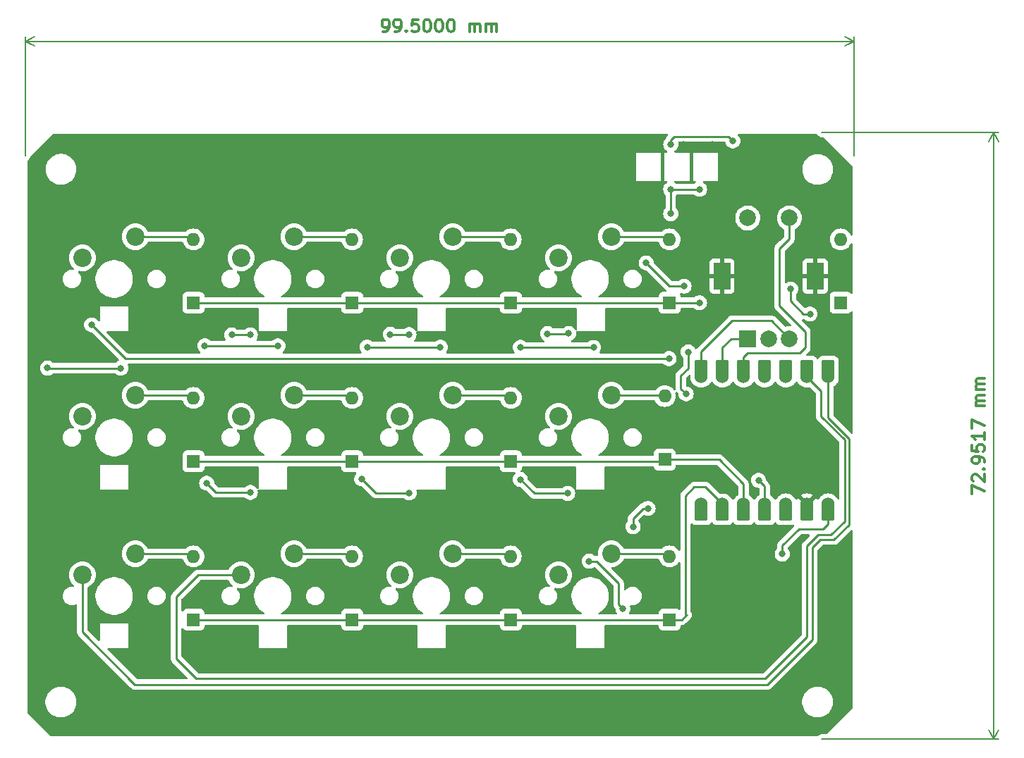
<source format=gbr>
%TF.GenerationSoftware,KiCad,Pcbnew,8.0.6*%
%TF.CreationDate,2025-07-07T10:53:34-04:00*%
%TF.ProjectId,tronzpad,74726f6e-7a70-4616-942e-6b696361645f,rev?*%
%TF.SameCoordinates,Original*%
%TF.FileFunction,Copper,L1,Top*%
%TF.FilePolarity,Positive*%
%FSLAX46Y46*%
G04 Gerber Fmt 4.6, Leading zero omitted, Abs format (unit mm)*
G04 Created by KiCad (PCBNEW 8.0.6) date 2025-07-07 10:53:34*
%MOMM*%
%LPD*%
G01*
G04 APERTURE LIST*
G04 Aperture macros list*
%AMRoundRect*
0 Rectangle with rounded corners*
0 $1 Rounding radius*
0 $2 $3 $4 $5 $6 $7 $8 $9 X,Y pos of 4 corners*
0 Add a 4 corners polygon primitive as box body*
4,1,4,$2,$3,$4,$5,$6,$7,$8,$9,$2,$3,0*
0 Add four circle primitives for the rounded corners*
1,1,$1+$1,$2,$3*
1,1,$1+$1,$4,$5*
1,1,$1+$1,$6,$7*
1,1,$1+$1,$8,$9*
0 Add four rect primitives between the rounded corners*
20,1,$1+$1,$2,$3,$4,$5,0*
20,1,$1+$1,$4,$5,$6,$7,0*
20,1,$1+$1,$6,$7,$8,$9,0*
20,1,$1+$1,$8,$9,$2,$3,0*%
G04 Aperture macros list end*
%ADD10C,0.300000*%
%TA.AperFunction,NonConductor*%
%ADD11C,0.300000*%
%TD*%
%TA.AperFunction,NonConductor*%
%ADD12C,0.200000*%
%TD*%
%TA.AperFunction,ComponentPad*%
%ADD13C,2.200000*%
%TD*%
%TA.AperFunction,SMDPad,CuDef*%
%ADD14RoundRect,0.152400X0.609600X-1.063600X0.609600X1.063600X-0.609600X1.063600X-0.609600X-1.063600X0*%
%TD*%
%TA.AperFunction,ComponentPad*%
%ADD15C,1.524000*%
%TD*%
%TA.AperFunction,SMDPad,CuDef*%
%ADD16RoundRect,0.152400X-0.609600X1.063600X-0.609600X-1.063600X0.609600X-1.063600X0.609600X1.063600X0*%
%TD*%
%TA.AperFunction,ComponentPad*%
%ADD17R,2.000000X2.000000*%
%TD*%
%TA.AperFunction,ComponentPad*%
%ADD18C,2.000000*%
%TD*%
%TA.AperFunction,ComponentPad*%
%ADD19R,2.000000X3.200000*%
%TD*%
%TA.AperFunction,ComponentPad*%
%ADD20R,1.600000X1.600000*%
%TD*%
%TA.AperFunction,ComponentPad*%
%ADD21O,1.600000X1.600000*%
%TD*%
%TA.AperFunction,ViaPad*%
%ADD22C,0.800000*%
%TD*%
%TA.AperFunction,Conductor*%
%ADD23C,0.250000*%
%TD*%
G04 APERTURE END LIST*
D10*
D11*
X142248258Y-52064095D02*
X142533972Y-52064095D01*
X142533972Y-52064095D02*
X142676829Y-51992667D01*
X142676829Y-51992667D02*
X142748258Y-51921238D01*
X142748258Y-51921238D02*
X142891115Y-51706952D01*
X142891115Y-51706952D02*
X142962544Y-51421238D01*
X142962544Y-51421238D02*
X142962544Y-50849809D01*
X142962544Y-50849809D02*
X142891115Y-50706952D01*
X142891115Y-50706952D02*
X142819687Y-50635524D01*
X142819687Y-50635524D02*
X142676829Y-50564095D01*
X142676829Y-50564095D02*
X142391115Y-50564095D01*
X142391115Y-50564095D02*
X142248258Y-50635524D01*
X142248258Y-50635524D02*
X142176829Y-50706952D01*
X142176829Y-50706952D02*
X142105401Y-50849809D01*
X142105401Y-50849809D02*
X142105401Y-51206952D01*
X142105401Y-51206952D02*
X142176829Y-51349809D01*
X142176829Y-51349809D02*
X142248258Y-51421238D01*
X142248258Y-51421238D02*
X142391115Y-51492667D01*
X142391115Y-51492667D02*
X142676829Y-51492667D01*
X142676829Y-51492667D02*
X142819687Y-51421238D01*
X142819687Y-51421238D02*
X142891115Y-51349809D01*
X142891115Y-51349809D02*
X142962544Y-51206952D01*
X143676829Y-52064095D02*
X143962543Y-52064095D01*
X143962543Y-52064095D02*
X144105400Y-51992667D01*
X144105400Y-51992667D02*
X144176829Y-51921238D01*
X144176829Y-51921238D02*
X144319686Y-51706952D01*
X144319686Y-51706952D02*
X144391115Y-51421238D01*
X144391115Y-51421238D02*
X144391115Y-50849809D01*
X144391115Y-50849809D02*
X144319686Y-50706952D01*
X144319686Y-50706952D02*
X144248258Y-50635524D01*
X144248258Y-50635524D02*
X144105400Y-50564095D01*
X144105400Y-50564095D02*
X143819686Y-50564095D01*
X143819686Y-50564095D02*
X143676829Y-50635524D01*
X143676829Y-50635524D02*
X143605400Y-50706952D01*
X143605400Y-50706952D02*
X143533972Y-50849809D01*
X143533972Y-50849809D02*
X143533972Y-51206952D01*
X143533972Y-51206952D02*
X143605400Y-51349809D01*
X143605400Y-51349809D02*
X143676829Y-51421238D01*
X143676829Y-51421238D02*
X143819686Y-51492667D01*
X143819686Y-51492667D02*
X144105400Y-51492667D01*
X144105400Y-51492667D02*
X144248258Y-51421238D01*
X144248258Y-51421238D02*
X144319686Y-51349809D01*
X144319686Y-51349809D02*
X144391115Y-51206952D01*
X145033971Y-51921238D02*
X145105400Y-51992667D01*
X145105400Y-51992667D02*
X145033971Y-52064095D01*
X145033971Y-52064095D02*
X144962543Y-51992667D01*
X144962543Y-51992667D02*
X145033971Y-51921238D01*
X145033971Y-51921238D02*
X145033971Y-52064095D01*
X146462543Y-50564095D02*
X145748257Y-50564095D01*
X145748257Y-50564095D02*
X145676829Y-51278381D01*
X145676829Y-51278381D02*
X145748257Y-51206952D01*
X145748257Y-51206952D02*
X145891115Y-51135524D01*
X145891115Y-51135524D02*
X146248257Y-51135524D01*
X146248257Y-51135524D02*
X146391115Y-51206952D01*
X146391115Y-51206952D02*
X146462543Y-51278381D01*
X146462543Y-51278381D02*
X146533972Y-51421238D01*
X146533972Y-51421238D02*
X146533972Y-51778381D01*
X146533972Y-51778381D02*
X146462543Y-51921238D01*
X146462543Y-51921238D02*
X146391115Y-51992667D01*
X146391115Y-51992667D02*
X146248257Y-52064095D01*
X146248257Y-52064095D02*
X145891115Y-52064095D01*
X145891115Y-52064095D02*
X145748257Y-51992667D01*
X145748257Y-51992667D02*
X145676829Y-51921238D01*
X147462543Y-50564095D02*
X147605400Y-50564095D01*
X147605400Y-50564095D02*
X147748257Y-50635524D01*
X147748257Y-50635524D02*
X147819686Y-50706952D01*
X147819686Y-50706952D02*
X147891114Y-50849809D01*
X147891114Y-50849809D02*
X147962543Y-51135524D01*
X147962543Y-51135524D02*
X147962543Y-51492667D01*
X147962543Y-51492667D02*
X147891114Y-51778381D01*
X147891114Y-51778381D02*
X147819686Y-51921238D01*
X147819686Y-51921238D02*
X147748257Y-51992667D01*
X147748257Y-51992667D02*
X147605400Y-52064095D01*
X147605400Y-52064095D02*
X147462543Y-52064095D01*
X147462543Y-52064095D02*
X147319686Y-51992667D01*
X147319686Y-51992667D02*
X147248257Y-51921238D01*
X147248257Y-51921238D02*
X147176828Y-51778381D01*
X147176828Y-51778381D02*
X147105400Y-51492667D01*
X147105400Y-51492667D02*
X147105400Y-51135524D01*
X147105400Y-51135524D02*
X147176828Y-50849809D01*
X147176828Y-50849809D02*
X147248257Y-50706952D01*
X147248257Y-50706952D02*
X147319686Y-50635524D01*
X147319686Y-50635524D02*
X147462543Y-50564095D01*
X148891114Y-50564095D02*
X149033971Y-50564095D01*
X149033971Y-50564095D02*
X149176828Y-50635524D01*
X149176828Y-50635524D02*
X149248257Y-50706952D01*
X149248257Y-50706952D02*
X149319685Y-50849809D01*
X149319685Y-50849809D02*
X149391114Y-51135524D01*
X149391114Y-51135524D02*
X149391114Y-51492667D01*
X149391114Y-51492667D02*
X149319685Y-51778381D01*
X149319685Y-51778381D02*
X149248257Y-51921238D01*
X149248257Y-51921238D02*
X149176828Y-51992667D01*
X149176828Y-51992667D02*
X149033971Y-52064095D01*
X149033971Y-52064095D02*
X148891114Y-52064095D01*
X148891114Y-52064095D02*
X148748257Y-51992667D01*
X148748257Y-51992667D02*
X148676828Y-51921238D01*
X148676828Y-51921238D02*
X148605399Y-51778381D01*
X148605399Y-51778381D02*
X148533971Y-51492667D01*
X148533971Y-51492667D02*
X148533971Y-51135524D01*
X148533971Y-51135524D02*
X148605399Y-50849809D01*
X148605399Y-50849809D02*
X148676828Y-50706952D01*
X148676828Y-50706952D02*
X148748257Y-50635524D01*
X148748257Y-50635524D02*
X148891114Y-50564095D01*
X150319685Y-50564095D02*
X150462542Y-50564095D01*
X150462542Y-50564095D02*
X150605399Y-50635524D01*
X150605399Y-50635524D02*
X150676828Y-50706952D01*
X150676828Y-50706952D02*
X150748256Y-50849809D01*
X150748256Y-50849809D02*
X150819685Y-51135524D01*
X150819685Y-51135524D02*
X150819685Y-51492667D01*
X150819685Y-51492667D02*
X150748256Y-51778381D01*
X150748256Y-51778381D02*
X150676828Y-51921238D01*
X150676828Y-51921238D02*
X150605399Y-51992667D01*
X150605399Y-51992667D02*
X150462542Y-52064095D01*
X150462542Y-52064095D02*
X150319685Y-52064095D01*
X150319685Y-52064095D02*
X150176828Y-51992667D01*
X150176828Y-51992667D02*
X150105399Y-51921238D01*
X150105399Y-51921238D02*
X150033970Y-51778381D01*
X150033970Y-51778381D02*
X149962542Y-51492667D01*
X149962542Y-51492667D02*
X149962542Y-51135524D01*
X149962542Y-51135524D02*
X150033970Y-50849809D01*
X150033970Y-50849809D02*
X150105399Y-50706952D01*
X150105399Y-50706952D02*
X150176828Y-50635524D01*
X150176828Y-50635524D02*
X150319685Y-50564095D01*
X152605398Y-52064095D02*
X152605398Y-51064095D01*
X152605398Y-51206952D02*
X152676827Y-51135524D01*
X152676827Y-51135524D02*
X152819684Y-51064095D01*
X152819684Y-51064095D02*
X153033970Y-51064095D01*
X153033970Y-51064095D02*
X153176827Y-51135524D01*
X153176827Y-51135524D02*
X153248256Y-51278381D01*
X153248256Y-51278381D02*
X153248256Y-52064095D01*
X153248256Y-51278381D02*
X153319684Y-51135524D01*
X153319684Y-51135524D02*
X153462541Y-51064095D01*
X153462541Y-51064095D02*
X153676827Y-51064095D01*
X153676827Y-51064095D02*
X153819684Y-51135524D01*
X153819684Y-51135524D02*
X153891113Y-51278381D01*
X153891113Y-51278381D02*
X153891113Y-52064095D01*
X154605398Y-52064095D02*
X154605398Y-51064095D01*
X154605398Y-51206952D02*
X154676827Y-51135524D01*
X154676827Y-51135524D02*
X154819684Y-51064095D01*
X154819684Y-51064095D02*
X155033970Y-51064095D01*
X155033970Y-51064095D02*
X155176827Y-51135524D01*
X155176827Y-51135524D02*
X155248256Y-51278381D01*
X155248256Y-51278381D02*
X155248256Y-52064095D01*
X155248256Y-51278381D02*
X155319684Y-51135524D01*
X155319684Y-51135524D02*
X155462541Y-51064095D01*
X155462541Y-51064095D02*
X155676827Y-51064095D01*
X155676827Y-51064095D02*
X155819684Y-51135524D01*
X155819684Y-51135524D02*
X155891113Y-51278381D01*
X155891113Y-51278381D02*
X155891113Y-52064095D01*
D12*
X99283971Y-66973267D02*
X99283971Y-52599347D01*
X198783971Y-66973267D02*
X198783971Y-52599347D01*
X99283971Y-53185767D02*
X198783971Y-53185767D01*
X99283971Y-53185767D02*
X198783971Y-53185767D01*
X99283971Y-53185767D02*
X100410475Y-52599346D01*
X99283971Y-53185767D02*
X100410475Y-53772188D01*
X198783971Y-53185767D02*
X197657467Y-53772188D01*
X198783971Y-53185767D02*
X197657467Y-52599346D01*
D10*
D11*
X212942299Y-107583582D02*
X212942299Y-106583582D01*
X212942299Y-106583582D02*
X214442299Y-107226439D01*
X213085156Y-106083582D02*
X213013728Y-106012154D01*
X213013728Y-106012154D02*
X212942299Y-105869297D01*
X212942299Y-105869297D02*
X212942299Y-105512154D01*
X212942299Y-105512154D02*
X213013728Y-105369297D01*
X213013728Y-105369297D02*
X213085156Y-105297868D01*
X213085156Y-105297868D02*
X213228013Y-105226439D01*
X213228013Y-105226439D02*
X213370871Y-105226439D01*
X213370871Y-105226439D02*
X213585156Y-105297868D01*
X213585156Y-105297868D02*
X214442299Y-106155011D01*
X214442299Y-106155011D02*
X214442299Y-105226439D01*
X214299442Y-104583583D02*
X214370871Y-104512154D01*
X214370871Y-104512154D02*
X214442299Y-104583583D01*
X214442299Y-104583583D02*
X214370871Y-104655011D01*
X214370871Y-104655011D02*
X214299442Y-104583583D01*
X214299442Y-104583583D02*
X214442299Y-104583583D01*
X214442299Y-103797868D02*
X214442299Y-103512154D01*
X214442299Y-103512154D02*
X214370871Y-103369297D01*
X214370871Y-103369297D02*
X214299442Y-103297868D01*
X214299442Y-103297868D02*
X214085156Y-103155011D01*
X214085156Y-103155011D02*
X213799442Y-103083582D01*
X213799442Y-103083582D02*
X213228013Y-103083582D01*
X213228013Y-103083582D02*
X213085156Y-103155011D01*
X213085156Y-103155011D02*
X213013728Y-103226440D01*
X213013728Y-103226440D02*
X212942299Y-103369297D01*
X212942299Y-103369297D02*
X212942299Y-103655011D01*
X212942299Y-103655011D02*
X213013728Y-103797868D01*
X213013728Y-103797868D02*
X213085156Y-103869297D01*
X213085156Y-103869297D02*
X213228013Y-103940725D01*
X213228013Y-103940725D02*
X213585156Y-103940725D01*
X213585156Y-103940725D02*
X213728013Y-103869297D01*
X213728013Y-103869297D02*
X213799442Y-103797868D01*
X213799442Y-103797868D02*
X213870871Y-103655011D01*
X213870871Y-103655011D02*
X213870871Y-103369297D01*
X213870871Y-103369297D02*
X213799442Y-103226440D01*
X213799442Y-103226440D02*
X213728013Y-103155011D01*
X213728013Y-103155011D02*
X213585156Y-103083582D01*
X212942299Y-101726440D02*
X212942299Y-102440726D01*
X212942299Y-102440726D02*
X213656585Y-102512154D01*
X213656585Y-102512154D02*
X213585156Y-102440726D01*
X213585156Y-102440726D02*
X213513728Y-102297869D01*
X213513728Y-102297869D02*
X213513728Y-101940726D01*
X213513728Y-101940726D02*
X213585156Y-101797869D01*
X213585156Y-101797869D02*
X213656585Y-101726440D01*
X213656585Y-101726440D02*
X213799442Y-101655011D01*
X213799442Y-101655011D02*
X214156585Y-101655011D01*
X214156585Y-101655011D02*
X214299442Y-101726440D01*
X214299442Y-101726440D02*
X214370871Y-101797869D01*
X214370871Y-101797869D02*
X214442299Y-101940726D01*
X214442299Y-101940726D02*
X214442299Y-102297869D01*
X214442299Y-102297869D02*
X214370871Y-102440726D01*
X214370871Y-102440726D02*
X214299442Y-102512154D01*
X214442299Y-100226440D02*
X214442299Y-101083583D01*
X214442299Y-100655012D02*
X212942299Y-100655012D01*
X212942299Y-100655012D02*
X213156585Y-100797869D01*
X213156585Y-100797869D02*
X213299442Y-100940726D01*
X213299442Y-100940726D02*
X213370871Y-101083583D01*
X212942299Y-99726441D02*
X212942299Y-98726441D01*
X212942299Y-98726441D02*
X214442299Y-99369298D01*
X214442299Y-97012156D02*
X213442299Y-97012156D01*
X213585156Y-97012156D02*
X213513728Y-96940727D01*
X213513728Y-96940727D02*
X213442299Y-96797870D01*
X213442299Y-96797870D02*
X213442299Y-96583584D01*
X213442299Y-96583584D02*
X213513728Y-96440727D01*
X213513728Y-96440727D02*
X213656585Y-96369299D01*
X213656585Y-96369299D02*
X214442299Y-96369299D01*
X213656585Y-96369299D02*
X213513728Y-96297870D01*
X213513728Y-96297870D02*
X213442299Y-96155013D01*
X213442299Y-96155013D02*
X213442299Y-95940727D01*
X213442299Y-95940727D02*
X213513728Y-95797870D01*
X213513728Y-95797870D02*
X213656585Y-95726441D01*
X213656585Y-95726441D02*
X214442299Y-95726441D01*
X214442299Y-95012156D02*
X213442299Y-95012156D01*
X213585156Y-95012156D02*
X213513728Y-94940727D01*
X213513728Y-94940727D02*
X213442299Y-94797870D01*
X213442299Y-94797870D02*
X213442299Y-94583584D01*
X213442299Y-94583584D02*
X213513728Y-94440727D01*
X213513728Y-94440727D02*
X213656585Y-94369299D01*
X213656585Y-94369299D02*
X214442299Y-94369299D01*
X213656585Y-94369299D02*
X213513728Y-94297870D01*
X213513728Y-94297870D02*
X213442299Y-94155013D01*
X213442299Y-94155013D02*
X213442299Y-93940727D01*
X213442299Y-93940727D02*
X213513728Y-93797870D01*
X213513728Y-93797870D02*
X213656585Y-93726441D01*
X213656585Y-93726441D02*
X214442299Y-93726441D01*
D12*
X194919831Y-64107731D02*
X216150391Y-64107731D01*
X194919831Y-137059437D02*
X216150391Y-137059437D01*
X215563971Y-64107731D02*
X215563971Y-137059437D01*
X215563971Y-64107731D02*
X215563971Y-137059437D01*
X215563971Y-64107731D02*
X216150392Y-65234235D01*
X215563971Y-64107731D02*
X214977550Y-65234235D01*
X215563971Y-137059437D02*
X214977550Y-135932933D01*
X215563971Y-137059437D02*
X216150392Y-135932933D01*
D13*
%TO.P,S10,1,1*%
%TO.N,Net-(D10-A)*%
X131548971Y-114780767D03*
%TO.P,S10,2,2*%
%TO.N,COLUMN 1*%
X125198971Y-117320767D03*
%TD*%
D14*
%TO.P,U1,1,GPIO26/ADC0/A0*%
%TO.N,COLUMN 0*%
X195685471Y-92718267D03*
D15*
X195685471Y-93553267D03*
D14*
%TO.P,U1,2,GPIO27/ADC1/A1*%
%TO.N,COLUMN 1*%
X193145471Y-92718267D03*
D15*
X193145471Y-93553267D03*
D14*
%TO.P,U1,3,GPIO28/ADC2/A2*%
%TO.N,COLUMN 2*%
X190605471Y-92718267D03*
D15*
X190605471Y-93553267D03*
D14*
%TO.P,U1,4,GPIO29/ADC3/A3*%
%TO.N,COLUMN 3*%
X188065471Y-92718267D03*
D15*
X188065471Y-93553267D03*
D14*
%TO.P,U1,5,GPIO6/SDA*%
%TO.N,COLUMN 4*%
X185525471Y-92718267D03*
D15*
X185525471Y-93553267D03*
D14*
%TO.P,U1,6,GPIO7/SCL*%
%TO.N,ROTARY 2*%
X182985471Y-92718267D03*
D15*
X182985471Y-93553267D03*
D14*
%TO.P,U1,7,GPIO0/TX*%
%TO.N,ROTARY 3*%
X180445471Y-92718267D03*
D15*
X180445471Y-93553267D03*
%TO.P,U1,8,GPIO1/RX*%
%TO.N,RGB_LED*%
X180445471Y-108793267D03*
D16*
X180445471Y-109628267D03*
D15*
%TO.P,U1,9,GPIO2/SCK*%
%TO.N,ROW 2*%
X182985471Y-108793267D03*
D16*
X182985471Y-109628267D03*
D15*
%TO.P,U1,10,GPIO4/MISO*%
%TO.N,ROW 1*%
X185525471Y-108793267D03*
D16*
X185525471Y-109628267D03*
D15*
%TO.P,U1,11,GPIO3/MOSI*%
%TO.N,ROW 0*%
X188065471Y-108793267D03*
D16*
X188065471Y-109628267D03*
D15*
%TO.P,U1,12,3V3*%
%TO.N,3.3V*%
X190605471Y-108793267D03*
D16*
X190605471Y-109628267D03*
D15*
%TO.P,U1,13,GND*%
%TO.N,GND*%
X193145471Y-108793267D03*
D16*
X193145471Y-109628267D03*
D15*
%TO.P,U1,14,VBUS*%
%TO.N,VBUS*%
X195685471Y-108793267D03*
D16*
X195685471Y-109628267D03*
%TD*%
D13*
%TO.P,S5,1,1*%
%TO.N,Net-(D5-A)*%
X112498971Y-95730767D03*
%TO.P,S5,2,2*%
%TO.N,COLUMN 0*%
X106148971Y-98270767D03*
%TD*%
%TO.P,S2,1,1*%
%TO.N,Net-(D2-A)*%
X131548971Y-76680767D03*
%TO.P,S2,2,2*%
%TO.N,COLUMN 1*%
X125198971Y-79220767D03*
%TD*%
%TO.P,S3,1,1*%
%TO.N,Net-(D3-A)*%
X150598971Y-76680767D03*
%TO.P,S3,2,2*%
%TO.N,COLUMN 2*%
X144248971Y-79220767D03*
%TD*%
%TO.P,S9,1,1*%
%TO.N,Net-(D9-A)*%
X112498971Y-114780767D03*
%TO.P,S9,2,2*%
%TO.N,COLUMN 0*%
X106148971Y-117320767D03*
%TD*%
%TO.P,S1,1,1*%
%TO.N,Net-(D1-A)*%
X112498971Y-76680767D03*
%TO.P,S1,2,2*%
%TO.N,COLUMN 0*%
X106148971Y-79220767D03*
%TD*%
%TO.P,S4,1,1*%
%TO.N,Net-(D4-A)*%
X169648971Y-76680767D03*
%TO.P,S4,2,2*%
%TO.N,COLUMN 3*%
X163298971Y-79220767D03*
%TD*%
%TO.P,S7,1,1*%
%TO.N,Net-(D7-A)*%
X150598971Y-95730767D03*
%TO.P,S7,2,2*%
%TO.N,COLUMN 2*%
X144248971Y-98270767D03*
%TD*%
%TO.P,S6,1,1*%
%TO.N,Net-(D6-A)*%
X131548971Y-95730767D03*
%TO.P,S6,2,2*%
%TO.N,COLUMN 1*%
X125198971Y-98270767D03*
%TD*%
D17*
%TO.P,SW1,A,A*%
%TO.N,ROTARY 2*%
X186027571Y-88923267D03*
D18*
%TO.P,SW1,B,B*%
%TO.N,ROTARY 3*%
X191027571Y-88923267D03*
%TO.P,SW1,C,C*%
%TO.N,GND*%
X188527571Y-88923267D03*
D19*
%TO.P,SW1,MP,MP*%
X182927571Y-81423267D03*
X194127571Y-81423267D03*
D18*
%TO.P,SW1,S1,S1*%
%TO.N,COLUMN 4*%
X191027571Y-74423267D03*
%TO.P,SW1,S2,S2*%
%TO.N,ROTARY 1o*%
X186027571Y-74423267D03*
%TD*%
D13*
%TO.P,S11,1,1*%
%TO.N,Net-(D11-A)*%
X150598971Y-114780767D03*
%TO.P,S11,2,2*%
%TO.N,COLUMN 2*%
X144248971Y-117320767D03*
%TD*%
%TO.P,S12,1,1*%
%TO.N,Net-(D12-A)*%
X169648971Y-114780767D03*
%TO.P,S12,2,2*%
%TO.N,COLUMN 3*%
X163298971Y-117320767D03*
%TD*%
%TO.P,S8,1,1*%
%TO.N,Net-(D8-A)*%
X169648971Y-95730767D03*
%TO.P,S8,2,2*%
%TO.N,COLUMN 3*%
X163298971Y-98270767D03*
%TD*%
D20*
%TO.P,D28,1,K*%
%TO.N,ROW 0*%
X197190000Y-84610000D03*
D21*
%TO.P,D28,2,A*%
%TO.N,ROTARY 1o*%
X197190000Y-76990000D03*
%TD*%
D20*
%TO.P,D11,1,K*%
%TO.N,ROW 2*%
X157581571Y-122715267D03*
D21*
%TO.P,D11,2,A*%
%TO.N,Net-(D11-A)*%
X157581571Y-115095267D03*
%TD*%
D20*
%TO.P,D1,1,K*%
%TO.N,ROW 0*%
X119482371Y-84616067D03*
D21*
%TO.P,D1,2,A*%
%TO.N,Net-(D1-A)*%
X119482371Y-76996067D03*
%TD*%
D20*
%TO.P,D7,1,K*%
%TO.N,ROW 1*%
X157583971Y-103668267D03*
D21*
%TO.P,D7,2,A*%
%TO.N,Net-(D7-A)*%
X157583971Y-96048267D03*
%TD*%
D20*
%TO.P,D2,1,K*%
%TO.N,ROW 0*%
X138531971Y-84616067D03*
D21*
%TO.P,D2,2,A*%
%TO.N,Net-(D2-A)*%
X138531971Y-76996067D03*
%TD*%
D20*
%TO.P,D3,1,K*%
%TO.N,ROW 0*%
X157581571Y-84616067D03*
D21*
%TO.P,D3,2,A*%
%TO.N,Net-(D3-A)*%
X157581571Y-76996067D03*
%TD*%
D20*
%TO.P,D10,1,K*%
%TO.N,ROW 2*%
X138531971Y-122715267D03*
D21*
%TO.P,D10,2,A*%
%TO.N,Net-(D10-A)*%
X138531971Y-115095267D03*
%TD*%
D20*
%TO.P,D5,1,K*%
%TO.N,ROW 1*%
X119483971Y-103668267D03*
D21*
%TO.P,D5,2,A*%
%TO.N,Net-(D5-A)*%
X119483971Y-96048267D03*
%TD*%
D20*
%TO.P,D9,1,K*%
%TO.N,ROW 2*%
X119482371Y-122715267D03*
D21*
%TO.P,D9,2,A*%
%TO.N,Net-(D9-A)*%
X119482371Y-115095267D03*
%TD*%
D20*
%TO.P,D6,1,K*%
%TO.N,ROW 1*%
X138533971Y-103668267D03*
D21*
%TO.P,D6,2,A*%
%TO.N,Net-(D6-A)*%
X138533971Y-96048267D03*
%TD*%
D20*
%TO.P,D4,1,K*%
%TO.N,ROW 0*%
X176633971Y-84618267D03*
D21*
%TO.P,D4,2,A*%
%TO.N,Net-(D4-A)*%
X176633971Y-76998267D03*
%TD*%
D20*
%TO.P,D12,1,K*%
%TO.N,ROW 2*%
X176633971Y-122715267D03*
D21*
%TO.P,D12,2,A*%
%TO.N,Net-(D12-A)*%
X176633971Y-115095267D03*
%TD*%
D20*
%TO.P,D8,1,K*%
%TO.N,ROW 1*%
X176073971Y-103453267D03*
D21*
%TO.P,D8,2,A*%
%TO.N,Net-(D8-A)*%
X176073971Y-95833267D03*
%TD*%
D22*
%TO.N,VBUS*%
X176783971Y-70973267D03*
X149123971Y-89953267D03*
X191180000Y-82960000D03*
X172270000Y-111530000D03*
X158733971Y-89973267D03*
X120848971Y-89783267D03*
X110743971Y-92473267D03*
X180233971Y-70973267D03*
X176783971Y-73923267D03*
X140343971Y-89943267D03*
X190170000Y-114810000D03*
X101963971Y-92463267D03*
X193500000Y-85970000D03*
X174050000Y-109330000D03*
X129628971Y-89793267D03*
X167513971Y-89983267D03*
%TO.N,RGB_LED*%
X107257571Y-87270867D03*
X176583971Y-91323267D03*
%TO.N,GND*%
X112657571Y-106320467D03*
X167106371Y-134144867D03*
X186480000Y-85280000D03*
X176640000Y-118670000D03*
X164518971Y-85770867D03*
X131707171Y-106320467D03*
X164723771Y-123870067D03*
X107257571Y-85770867D03*
X148056771Y-134144867D03*
X163537096Y-127004517D03*
X150756771Y-106320467D03*
X107257571Y-123870067D03*
X169804971Y-106320467D03*
X145356771Y-123870067D03*
X179960000Y-115360000D03*
X145356771Y-85770867D03*
X178283971Y-65573267D03*
X129007171Y-134144867D03*
X174833971Y-65573267D03*
X181733971Y-65573267D03*
X126307171Y-123870067D03*
X124246471Y-127004517D03*
X143296471Y-127004517D03*
X126307171Y-85770867D03*
%TO.N,Net-(D13-DOUT)*%
X145356771Y-88436067D03*
X143103971Y-88403267D03*
%TO.N,Net-(D14-DOUT)*%
X164518971Y-88313267D03*
X161988971Y-88323267D03*
%TO.N,Net-(D16-DOUT)*%
X145373971Y-107463267D03*
X139683971Y-105783267D03*
%TO.N,ROW 0*%
X180230000Y-84610000D03*
X187330000Y-105950000D03*
%TO.N,Net-(D16-DIN)*%
X164408971Y-107523267D03*
X158718971Y-105843267D03*
%TO.N,Net-(D17-DOUT)*%
X126307171Y-107406467D03*
X121073971Y-106293267D03*
%TO.N,Net-(D13-DIN)*%
X124073971Y-88483267D03*
X126307171Y-88480067D03*
%TO.N,Net-(D23-DOUT)*%
X178633971Y-95573267D03*
X166983971Y-115673267D03*
X178883971Y-90523267D03*
X178383971Y-82623267D03*
X171033971Y-121373267D03*
X173833971Y-79823267D03*
%TO.N,Net-(D24-DOUT)*%
X184233971Y-65173267D03*
X176783971Y-65573267D03*
%TD*%
D23*
%TO.N,COLUMN 1*%
X194840000Y-95247796D02*
X193145471Y-93553267D01*
X197670000Y-101096396D02*
X194840000Y-98266396D01*
X194840000Y-98266396D02*
X194840000Y-95247796D01*
X197670000Y-110860000D02*
X197670000Y-101096396D01*
X193150000Y-114030000D02*
X193150000Y-113810000D01*
X193145471Y-114034529D02*
X193150000Y-114030000D01*
X193150000Y-113810000D02*
X194440000Y-112520000D01*
X188119638Y-129800000D02*
X193145471Y-124774167D01*
X119800000Y-129800000D02*
X188119638Y-129800000D01*
X193145471Y-124774167D02*
X193145471Y-114034529D01*
X117400000Y-119967238D02*
X117400000Y-127400000D01*
X194440000Y-112520000D02*
X196010000Y-112520000D01*
X120046471Y-117320767D02*
X117400000Y-119967238D01*
X196010000Y-112520000D02*
X197670000Y-110860000D01*
X117400000Y-127400000D02*
X119800000Y-129800000D01*
X125198971Y-117320767D02*
X120046471Y-117320767D01*
%TO.N,VBUS*%
X158733971Y-89973267D02*
X158703971Y-89973267D01*
X191180000Y-84420000D02*
X192730000Y-85970000D01*
X140343971Y-89943267D02*
X140313971Y-89943267D01*
X101973971Y-92473267D02*
X110743971Y-92473267D01*
X192160000Y-111810000D02*
X190170000Y-113800000D01*
X195070000Y-111810000D02*
X192160000Y-111810000D01*
X172270000Y-111530000D02*
X172270000Y-110510000D01*
X195685471Y-111194529D02*
X195070000Y-111810000D01*
X140353971Y-89953267D02*
X149123971Y-89953267D01*
X101963971Y-92463267D02*
X101933971Y-92463267D01*
X190170000Y-113800000D02*
X190170000Y-114810000D01*
X192730000Y-85970000D02*
X193500000Y-85970000D01*
X191180000Y-82960000D02*
X191180000Y-84420000D01*
X120848971Y-89783267D02*
X120818971Y-89783267D01*
X120858971Y-89793267D02*
X129628971Y-89793267D01*
X172270000Y-110510000D02*
X173450000Y-109330000D01*
X101963971Y-92463267D02*
X101973971Y-92473267D01*
X176783971Y-70973267D02*
X176783971Y-73923267D01*
X180233971Y-70973267D02*
X176783971Y-70973267D01*
X120848971Y-89783267D02*
X120858971Y-89793267D01*
X158733971Y-89973267D02*
X158743971Y-89983267D01*
X195685471Y-109628267D02*
X195685471Y-111194529D01*
X173450000Y-109330000D02*
X174050000Y-109330000D01*
X158743971Y-89983267D02*
X167513971Y-89983267D01*
X140343971Y-89943267D02*
X140353971Y-89953267D01*
%TO.N,RGB_LED*%
X107257571Y-87270867D02*
X111309971Y-91323267D01*
X111309971Y-91323267D02*
X176583971Y-91323267D01*
%TO.N,GND*%
X126307171Y-123870067D02*
X124999671Y-123870067D01*
X145356771Y-123870067D02*
X144049671Y-123870067D01*
X124999671Y-123870067D02*
X124246471Y-124623267D01*
X164723771Y-123870067D02*
X164179933Y-123870067D01*
X143296471Y-124623267D02*
X143296471Y-127004517D01*
X144049671Y-123870067D02*
X143296471Y-124623267D01*
X163537096Y-124512904D02*
X163537096Y-127004517D01*
X164179933Y-123870067D02*
X163537096Y-124512904D01*
X124246471Y-124623267D02*
X124246471Y-127004517D01*
%TO.N,Net-(D13-DOUT)*%
X145323971Y-88403267D02*
X145356771Y-88436067D01*
X143103971Y-88403267D02*
X145323971Y-88403267D01*
%TO.N,Net-(D14-DOUT)*%
X161988971Y-88323267D02*
X164508971Y-88323267D01*
X164508971Y-88323267D02*
X164518971Y-88313267D01*
%TO.N,Net-(D16-DOUT)*%
X139683971Y-105783267D02*
X141363971Y-107463267D01*
X141363971Y-107463267D02*
X145373971Y-107463267D01*
%TO.N,ROW 2*%
X180942204Y-106750000D02*
X179610000Y-106750000D01*
X119482371Y-122715267D02*
X138531971Y-122715267D01*
X178106971Y-122715267D02*
X178556119Y-122266119D01*
X157581571Y-122715267D02*
X176633971Y-122715267D01*
X138531971Y-122715267D02*
X157581571Y-122715267D01*
X176948571Y-122715267D02*
X178106971Y-122715267D01*
X178556119Y-122266119D02*
X178556119Y-107803881D01*
X182985471Y-108793267D02*
X180942204Y-106750000D01*
X178556119Y-122266119D02*
X178686471Y-122135767D01*
X178556119Y-107803881D02*
X179610000Y-106750000D01*
%TO.N,ROW 0*%
X138531971Y-84616067D02*
X157581571Y-84616067D01*
X176631771Y-84616067D02*
X176633971Y-84618267D01*
X178683971Y-84618267D02*
X178788267Y-84618267D01*
X176949271Y-84616067D02*
X176951471Y-84618267D01*
X180221733Y-84618267D02*
X180230000Y-84610000D01*
X157581571Y-84616067D02*
X176631771Y-84616067D01*
X119482371Y-84616067D02*
X138531971Y-84616067D01*
X188065471Y-106685471D02*
X187330000Y-105950000D01*
X176633971Y-84618267D02*
X178683971Y-84618267D01*
X188065471Y-108793267D02*
X188065471Y-106685471D01*
X178683971Y-84618267D02*
X180221733Y-84618267D01*
%TO.N,COLUMN 0*%
X193783971Y-125066029D02*
X193783971Y-114026029D01*
X188360000Y-130490000D02*
X193783971Y-125066029D01*
X195685471Y-98475471D02*
X195685471Y-93553267D01*
X196370000Y-113090000D02*
X198190000Y-111270000D01*
X112450727Y-130490000D02*
X188360000Y-130490000D01*
X106148971Y-117320767D02*
X106148971Y-124188244D01*
X106148971Y-124188244D02*
X112450727Y-130490000D01*
X194720000Y-113090000D02*
X196370000Y-113090000D01*
X193783971Y-114026029D02*
X194720000Y-113090000D01*
X198190000Y-100980000D02*
X195685471Y-98475471D01*
X198190000Y-111270000D02*
X198190000Y-100980000D01*
%TO.N,ROW 1*%
X157583971Y-103668267D02*
X138533971Y-103668267D01*
X185525471Y-106395471D02*
X185525471Y-108793267D01*
X138533971Y-103668267D02*
X119483971Y-103668267D01*
X157583971Y-103668267D02*
X176633971Y-103668267D01*
X182583267Y-103453267D02*
X185525471Y-106395471D01*
X176073971Y-103453267D02*
X182583267Y-103453267D01*
%TO.N,Net-(D1-A)*%
X119321271Y-76680767D02*
X119482371Y-76519667D01*
X112498971Y-76680767D02*
X119321271Y-76680767D01*
%TO.N,Net-(D2-A)*%
X131548971Y-76680767D02*
X138216671Y-76680767D01*
X138216671Y-76680767D02*
X138531971Y-76996067D01*
%TO.N,Net-(D3-A)*%
X157266271Y-76680767D02*
X157581571Y-76996067D01*
X150598971Y-76680767D02*
X157266271Y-76680767D01*
%TO.N,Net-(D4-A)*%
X176633971Y-76680767D02*
X176951471Y-76998267D01*
X169648971Y-76680767D02*
X176633971Y-76680767D01*
%TO.N,Net-(D5-A)*%
X119166471Y-95730767D02*
X119483971Y-96048267D01*
X112498971Y-95730767D02*
X119166471Y-95730767D01*
%TO.N,Net-(D6-A)*%
X131548971Y-95730767D02*
X138216471Y-95730767D01*
X138216471Y-95730767D02*
X138533971Y-96048267D01*
%TO.N,Net-(D7-A)*%
X150598971Y-95730767D02*
X157266471Y-95730767D01*
X157266471Y-95730767D02*
X157583971Y-96048267D01*
%TO.N,Net-(D8-A)*%
X169648971Y-95730767D02*
X176633971Y-95730767D01*
%TO.N,Net-(D9-A)*%
X112498971Y-114780767D02*
X119167871Y-114780767D01*
X119167871Y-114780767D02*
X119482371Y-115095267D01*
%TO.N,Net-(D10-A)*%
X138217471Y-114780767D02*
X138531971Y-115095267D01*
X131548971Y-114780767D02*
X138217471Y-114780767D01*
%TO.N,Net-(D11-A)*%
X157267071Y-114780767D02*
X157581571Y-115095267D01*
X150598971Y-114780767D02*
X157267071Y-114780767D01*
%TO.N,Net-(D12-A)*%
X169648971Y-114780767D02*
X176634071Y-114780767D01*
X176634071Y-114780767D02*
X176948571Y-115095267D01*
%TO.N,Net-(D16-DIN)*%
X158718971Y-105843267D02*
X160398971Y-107523267D01*
X160398971Y-107523267D02*
X164408971Y-107523267D01*
%TO.N,Net-(D17-DOUT)*%
X121073971Y-106293267D02*
X122187171Y-107406467D01*
X122187171Y-107406467D02*
X126307171Y-107406467D01*
%TO.N,ROTARY 2*%
X186027571Y-88923267D02*
X184056733Y-88923267D01*
X184056733Y-88923267D02*
X182985471Y-89994529D01*
X182985471Y-89994529D02*
X182985471Y-93553267D01*
%TO.N,ROTARY 3*%
X180445471Y-93553267D02*
X180445471Y-90444529D01*
X188874304Y-86770000D02*
X191027571Y-88923267D01*
X184120000Y-86770000D02*
X188874304Y-86770000D01*
X180445471Y-90444529D02*
X184120000Y-86770000D01*
%TO.N,Net-(D13-DIN)*%
X124073971Y-88483267D02*
X126303971Y-88483267D01*
X126303971Y-88483267D02*
X126307171Y-88480067D01*
%TO.N,Net-(D23-DOUT)*%
X173833971Y-79823267D02*
X176633971Y-82623267D01*
X170533971Y-120873267D02*
X170533971Y-118323267D01*
X176633971Y-82623267D02*
X178383971Y-82623267D01*
X178633971Y-95573267D02*
X178683971Y-95573267D01*
X177983971Y-94923267D02*
X178633971Y-95573267D01*
X177983971Y-93369018D02*
X177983971Y-94923267D01*
X171033971Y-121373267D02*
X170533971Y-120873267D01*
X170533971Y-118323267D02*
X167883971Y-115673267D01*
X178883971Y-90523267D02*
X178883971Y-92469018D01*
X178883971Y-92469018D02*
X177983971Y-93369018D01*
X167883971Y-115673267D02*
X166983971Y-115673267D01*
%TO.N,Net-(D24-DOUT)*%
X183683971Y-64623267D02*
X177233971Y-64623267D01*
X176783971Y-65573267D02*
X176783971Y-65073267D01*
X176783971Y-65073267D02*
X177233971Y-64623267D01*
X184233971Y-65173267D02*
X183683971Y-64623267D01*
%TO.N,COLUMN 4*%
X192950000Y-88080000D02*
X189830000Y-84960000D01*
X189830000Y-84960000D02*
X189830000Y-78110000D01*
X185525471Y-93553267D02*
X185525471Y-91144529D01*
X191027571Y-76912429D02*
X191027571Y-74423267D01*
X186020000Y-90650000D02*
X192310000Y-90650000D01*
X189830000Y-78110000D02*
X191027571Y-76912429D01*
X185525471Y-91144529D02*
X186020000Y-90650000D01*
X192950000Y-90010000D02*
X192950000Y-88080000D01*
X192310000Y-90650000D02*
X192950000Y-90010000D01*
%TD*%
%TA.AperFunction,Conductor*%
%TO.N,GND*%
G36*
X156224111Y-85261252D02*
G01*
X156269866Y-85314056D01*
X156281072Y-85365567D01*
X156281072Y-85463943D01*
X156287479Y-85523550D01*
X156337773Y-85658395D01*
X156337777Y-85658402D01*
X156424023Y-85773611D01*
X156424026Y-85773614D01*
X156539235Y-85859860D01*
X156539242Y-85859864D01*
X156674088Y-85910158D01*
X156674087Y-85910158D01*
X156681015Y-85910902D01*
X156733698Y-85916567D01*
X158429443Y-85916566D01*
X158489054Y-85910158D01*
X158623902Y-85859863D01*
X158739117Y-85773613D01*
X158825367Y-85658398D01*
X158875662Y-85523550D01*
X158882071Y-85463940D01*
X158882071Y-85365567D01*
X158901756Y-85298528D01*
X158954560Y-85252773D01*
X159006071Y-85241567D01*
X165394971Y-85241567D01*
X165462010Y-85261252D01*
X165507765Y-85314056D01*
X165518971Y-85365567D01*
X165518971Y-87781543D01*
X165499286Y-87848582D01*
X165446482Y-87894337D01*
X165377324Y-87904281D01*
X165313768Y-87875256D01*
X165287584Y-87843543D01*
X165251505Y-87781052D01*
X165139574Y-87656741D01*
X165124842Y-87640379D01*
X165123152Y-87639151D01*
X164971705Y-87529118D01*
X164971700Y-87529115D01*
X164798778Y-87452124D01*
X164798773Y-87452122D01*
X164652972Y-87421132D01*
X164613617Y-87412767D01*
X164424325Y-87412767D01*
X164391868Y-87419665D01*
X164239168Y-87452122D01*
X164239163Y-87452124D01*
X164066241Y-87529115D01*
X164066236Y-87529118D01*
X163913106Y-87640373D01*
X163913099Y-87640379D01*
X163898368Y-87656740D01*
X163838881Y-87693388D01*
X163806219Y-87697767D01*
X162692719Y-87697767D01*
X162625680Y-87678082D01*
X162600571Y-87656741D01*
X162594844Y-87650381D01*
X162594840Y-87650377D01*
X162441705Y-87539118D01*
X162441700Y-87539115D01*
X162268778Y-87462124D01*
X162268773Y-87462122D01*
X162113769Y-87429176D01*
X162083617Y-87422767D01*
X161894325Y-87422767D01*
X161864173Y-87429176D01*
X161709168Y-87462122D01*
X161709163Y-87462124D01*
X161536241Y-87539115D01*
X161536236Y-87539118D01*
X161383100Y-87650378D01*
X161256437Y-87791052D01*
X161161792Y-87954982D01*
X161161789Y-87954989D01*
X161103298Y-88135007D01*
X161103297Y-88135011D01*
X161083511Y-88323267D01*
X161103297Y-88511523D01*
X161103298Y-88511526D01*
X161161789Y-88691544D01*
X161161792Y-88691551D01*
X161256438Y-88855483D01*
X161358002Y-88968281D01*
X161383100Y-88996155D01*
X161536236Y-89107415D01*
X161536238Y-89107416D01*
X161536241Y-89107418D01*
X161565597Y-89120488D01*
X161618833Y-89165739D01*
X161639154Y-89232588D01*
X161620108Y-89299811D01*
X161567742Y-89346066D01*
X161515160Y-89357767D01*
X159446723Y-89357767D01*
X159379684Y-89338082D01*
X159354574Y-89316740D01*
X159339842Y-89300379D01*
X159339835Y-89300373D01*
X159186705Y-89189118D01*
X159186700Y-89189115D01*
X159013778Y-89112124D01*
X159013773Y-89112122D01*
X158844542Y-89076152D01*
X158828617Y-89072767D01*
X158639325Y-89072767D01*
X158623400Y-89076152D01*
X158454168Y-89112122D01*
X158454163Y-89112124D01*
X158281241Y-89189115D01*
X158281236Y-89189118D01*
X158128100Y-89300378D01*
X158001437Y-89441052D01*
X157906792Y-89604982D01*
X157906789Y-89604989D01*
X157848298Y-89785007D01*
X157848297Y-89785011D01*
X157828511Y-89973267D01*
X157848297Y-90161523D01*
X157848298Y-90161526D01*
X157906789Y-90341544D01*
X157906792Y-90341551D01*
X158004687Y-90511111D01*
X158002239Y-90512523D01*
X158021572Y-90566640D01*
X158005773Y-90634700D01*
X157955686Y-90683414D01*
X157897777Y-90697767D01*
X149943871Y-90697767D01*
X149876832Y-90678082D01*
X149831077Y-90625278D01*
X149821133Y-90556120D01*
X149850158Y-90492564D01*
X149851721Y-90490795D01*
X149856504Y-90485483D01*
X149951150Y-90321551D01*
X150009645Y-90141523D01*
X150029431Y-89953267D01*
X150009645Y-89765011D01*
X149954407Y-89595007D01*
X149951152Y-89584989D01*
X149951151Y-89584988D01*
X149951150Y-89584983D01*
X149856504Y-89421051D01*
X149729842Y-89280379D01*
X149729841Y-89280378D01*
X149576705Y-89169118D01*
X149576700Y-89169115D01*
X149403778Y-89092124D01*
X149403773Y-89092122D01*
X149257972Y-89061132D01*
X149218617Y-89052767D01*
X149029325Y-89052767D01*
X148996868Y-89059665D01*
X148844168Y-89092122D01*
X148844163Y-89092124D01*
X148671241Y-89169115D01*
X148671236Y-89169118D01*
X148518101Y-89280377D01*
X148518097Y-89280381D01*
X148512371Y-89286741D01*
X148452884Y-89323388D01*
X148420223Y-89327767D01*
X146042658Y-89327767D01*
X145975619Y-89308082D01*
X145929864Y-89255278D01*
X145919920Y-89186120D01*
X145948945Y-89122564D01*
X145959683Y-89111619D01*
X145962629Y-89108963D01*
X145962642Y-89108955D01*
X146089304Y-88968283D01*
X146183950Y-88804351D01*
X146242445Y-88624323D01*
X146262231Y-88436067D01*
X146242445Y-88247811D01*
X146221447Y-88183185D01*
X146219452Y-88113344D01*
X146255533Y-88053511D01*
X146318234Y-88022683D01*
X146339378Y-88020867D01*
X149756771Y-88020867D01*
X149756771Y-85365567D01*
X149776456Y-85298528D01*
X149829260Y-85252773D01*
X149880771Y-85241567D01*
X156157072Y-85241567D01*
X156224111Y-85261252D01*
G37*
%TD.AperFunction*%
%TA.AperFunction,Conductor*%
G36*
X176427057Y-64332952D02*
G01*
X176472812Y-64385756D01*
X176482756Y-64454914D01*
X176453731Y-64518470D01*
X176447699Y-64524948D01*
X176385241Y-64587406D01*
X176385238Y-64587409D01*
X176341674Y-64630972D01*
X176298111Y-64674535D01*
X176272999Y-64712120D01*
X176272997Y-64712123D01*
X176229660Y-64776978D01*
X176229655Y-64776988D01*
X176217757Y-64805716D01*
X176217756Y-64805720D01*
X176187080Y-64879776D01*
X176164669Y-64915294D01*
X176051437Y-65041051D01*
X175956792Y-65204982D01*
X175956789Y-65204989D01*
X175898298Y-65385007D01*
X175898297Y-65385011D01*
X175878511Y-65573267D01*
X175898297Y-65761523D01*
X175898298Y-65761526D01*
X175956789Y-65941544D01*
X175956792Y-65941551D01*
X176051438Y-66105483D01*
X176178100Y-66246155D01*
X176319584Y-66348949D01*
X176362250Y-66404279D01*
X176368229Y-66473892D01*
X176335623Y-66535687D01*
X176274785Y-66570044D01*
X176246699Y-66573267D01*
X176033971Y-66573267D01*
X176033971Y-69973267D01*
X176246699Y-69973267D01*
X176313738Y-69992952D01*
X176359493Y-70045756D01*
X176369437Y-70114914D01*
X176340412Y-70178470D01*
X176319584Y-70197585D01*
X176178100Y-70300378D01*
X176051437Y-70441052D01*
X175956792Y-70604982D01*
X175956789Y-70604989D01*
X175898298Y-70785007D01*
X175898297Y-70785011D01*
X175878511Y-70973267D01*
X175898297Y-71161523D01*
X175898298Y-71161526D01*
X175956789Y-71341544D01*
X175956792Y-71341551D01*
X176051438Y-71505483D01*
X176094743Y-71553577D01*
X176126621Y-71588982D01*
X176156851Y-71651973D01*
X176158471Y-71671954D01*
X176158471Y-73224579D01*
X176138786Y-73291618D01*
X176126621Y-73307551D01*
X176051437Y-73391051D01*
X175956792Y-73554982D01*
X175956789Y-73554989D01*
X175898298Y-73735007D01*
X175898297Y-73735011D01*
X175878511Y-73923267D01*
X175898297Y-74111523D01*
X175898298Y-74111526D01*
X175956789Y-74291544D01*
X175956792Y-74291551D01*
X176051438Y-74455483D01*
X176178100Y-74596155D01*
X176331236Y-74707415D01*
X176331241Y-74707418D01*
X176504163Y-74784409D01*
X176504168Y-74784411D01*
X176689325Y-74823767D01*
X176689326Y-74823767D01*
X176878615Y-74823767D01*
X176878617Y-74823767D01*
X177063774Y-74784411D01*
X177236701Y-74707418D01*
X177389842Y-74596155D01*
X177516504Y-74455483D01*
X177535107Y-74423261D01*
X184521928Y-74423261D01*
X184521928Y-74423272D01*
X184542461Y-74671079D01*
X184542463Y-74671091D01*
X184603507Y-74912148D01*
X184703397Y-75139873D01*
X184839404Y-75348049D01*
X184839407Y-75348052D01*
X185007827Y-75531005D01*
X185204062Y-75683741D01*
X185257446Y-75712631D01*
X185414726Y-75797747D01*
X185422761Y-75802095D01*
X185657957Y-75882838D01*
X185903236Y-75923767D01*
X186151906Y-75923767D01*
X186397185Y-75882838D01*
X186632381Y-75802095D01*
X186851080Y-75683741D01*
X187047315Y-75531005D01*
X187215735Y-75348052D01*
X187351744Y-75139874D01*
X187451634Y-74912148D01*
X187512679Y-74671088D01*
X187533214Y-74423267D01*
X187522299Y-74291544D01*
X187512680Y-74175454D01*
X187512678Y-74175442D01*
X187451634Y-73934385D01*
X187351744Y-73706660D01*
X187215737Y-73498484D01*
X187194128Y-73475011D01*
X187047315Y-73315529D01*
X186851080Y-73162793D01*
X186851078Y-73162792D01*
X186851077Y-73162791D01*
X186632382Y-73044439D01*
X186632373Y-73044436D01*
X186397187Y-72963696D01*
X186151906Y-72922767D01*
X185903236Y-72922767D01*
X185657954Y-72963696D01*
X185422768Y-73044436D01*
X185422759Y-73044439D01*
X185204064Y-73162791D01*
X185007828Y-73315528D01*
X184839404Y-73498484D01*
X184703397Y-73706660D01*
X184603507Y-73934385D01*
X184542463Y-74175442D01*
X184542461Y-74175454D01*
X184521928Y-74423261D01*
X177535107Y-74423261D01*
X177611150Y-74291551D01*
X177669645Y-74111523D01*
X177689431Y-73923267D01*
X177669645Y-73735011D01*
X177611150Y-73554983D01*
X177516504Y-73391051D01*
X177448503Y-73315528D01*
X177441321Y-73307551D01*
X177411091Y-73244559D01*
X177409471Y-73224579D01*
X177409471Y-71722767D01*
X177429156Y-71655728D01*
X177481960Y-71609973D01*
X177533471Y-71598767D01*
X179530223Y-71598767D01*
X179597262Y-71618452D01*
X179622371Y-71639793D01*
X179628097Y-71646152D01*
X179628101Y-71646156D01*
X179781236Y-71757415D01*
X179781241Y-71757418D01*
X179954163Y-71834409D01*
X179954168Y-71834411D01*
X180139325Y-71873767D01*
X180139326Y-71873767D01*
X180328615Y-71873767D01*
X180328617Y-71873767D01*
X180513774Y-71834411D01*
X180686701Y-71757418D01*
X180839842Y-71646155D01*
X180966504Y-71505483D01*
X181061150Y-71341551D01*
X181119645Y-71161523D01*
X181139431Y-70973267D01*
X181119645Y-70785011D01*
X181061150Y-70604983D01*
X180966504Y-70441051D01*
X180839842Y-70300379D01*
X180761214Y-70243253D01*
X180698358Y-70197585D01*
X180655692Y-70142255D01*
X180649713Y-70072642D01*
X180682319Y-70010847D01*
X180743157Y-69976490D01*
X180771243Y-69973267D01*
X182483971Y-69973267D01*
X182483971Y-68458738D01*
X192569331Y-68458738D01*
X192569331Y-68701315D01*
X192600992Y-68941812D01*
X192663778Y-69176131D01*
X192750341Y-69385112D01*
X192756607Y-69400239D01*
X192877895Y-69610316D01*
X192877897Y-69610319D01*
X192877898Y-69610320D01*
X193025564Y-69802763D01*
X193025570Y-69802770D01*
X193197087Y-69974287D01*
X193197094Y-69974293D01*
X193290227Y-70045756D01*
X193389542Y-70121963D01*
X193599619Y-70243251D01*
X193823731Y-70336081D01*
X194058042Y-70398865D01*
X194238417Y-70422611D01*
X194298542Y-70430527D01*
X194298543Y-70430527D01*
X194541120Y-70430527D01*
X194589219Y-70424194D01*
X194781620Y-70398865D01*
X195015931Y-70336081D01*
X195240043Y-70243251D01*
X195450120Y-70121963D01*
X195642569Y-69974292D01*
X195814096Y-69802765D01*
X195961767Y-69610316D01*
X196083055Y-69400239D01*
X196175885Y-69176127D01*
X196238669Y-68941816D01*
X196270331Y-68701315D01*
X196270331Y-68458739D01*
X196268340Y-68443619D01*
X196238669Y-68218241D01*
X196238669Y-68218238D01*
X196175885Y-67983927D01*
X196083055Y-67759815D01*
X195961767Y-67549738D01*
X195814096Y-67357289D01*
X195814091Y-67357283D01*
X195642574Y-67185766D01*
X195642567Y-67185760D01*
X195450124Y-67038094D01*
X195450123Y-67038093D01*
X195450120Y-67038091D01*
X195240043Y-66916803D01*
X195240036Y-66916800D01*
X195015935Y-66823974D01*
X194781616Y-66761188D01*
X194541120Y-66729527D01*
X194541119Y-66729527D01*
X194298543Y-66729527D01*
X194298542Y-66729527D01*
X194058045Y-66761188D01*
X193823726Y-66823974D01*
X193599625Y-66916800D01*
X193599616Y-66916804D01*
X193389537Y-67038094D01*
X193197094Y-67185760D01*
X193197087Y-67185766D01*
X193025570Y-67357283D01*
X193025564Y-67357290D01*
X192877898Y-67549733D01*
X192756608Y-67759812D01*
X192756604Y-67759821D01*
X192663778Y-67983922D01*
X192600992Y-68218241D01*
X192569331Y-68458738D01*
X182483971Y-68458738D01*
X182483971Y-66573267D01*
X179483971Y-66573267D01*
X179483971Y-69973267D01*
X179696699Y-69973267D01*
X179763738Y-69992952D01*
X179809493Y-70045756D01*
X179819437Y-70114914D01*
X179790412Y-70178470D01*
X179769584Y-70197585D01*
X179628101Y-70300378D01*
X179628097Y-70300381D01*
X179622371Y-70306741D01*
X179562884Y-70343388D01*
X179530223Y-70347767D01*
X177487719Y-70347767D01*
X177420680Y-70328082D01*
X177395571Y-70306741D01*
X177389844Y-70300381D01*
X177389843Y-70300380D01*
X177389842Y-70300379D01*
X177248358Y-70197585D01*
X177205692Y-70142255D01*
X177199713Y-70072642D01*
X177232319Y-70010847D01*
X177293157Y-69976490D01*
X177321243Y-69973267D01*
X179033971Y-69973267D01*
X179033971Y-66573267D01*
X177321243Y-66573267D01*
X177254204Y-66553582D01*
X177208449Y-66500778D01*
X177198505Y-66431620D01*
X177227530Y-66368064D01*
X177248358Y-66348949D01*
X177286902Y-66320944D01*
X177389842Y-66246155D01*
X177516504Y-66105483D01*
X177611150Y-65941551D01*
X177669645Y-65761523D01*
X177689431Y-65573267D01*
X177669720Y-65385726D01*
X177682290Y-65316998D01*
X177730022Y-65265975D01*
X177793041Y-65248767D01*
X183224796Y-65248767D01*
X183291835Y-65268452D01*
X183337590Y-65321256D01*
X183346856Y-65355189D01*
X183346947Y-65355170D01*
X183347283Y-65356753D01*
X183348116Y-65359802D01*
X183348296Y-65361521D01*
X183348297Y-65361524D01*
X183406789Y-65541544D01*
X183406792Y-65541551D01*
X183501438Y-65705483D01*
X183589593Y-65803389D01*
X183628100Y-65846155D01*
X183781236Y-65957415D01*
X183781241Y-65957418D01*
X183954163Y-66034409D01*
X183954168Y-66034411D01*
X184139325Y-66073767D01*
X184139326Y-66073767D01*
X184328615Y-66073767D01*
X184328617Y-66073767D01*
X184513774Y-66034411D01*
X184686701Y-65957418D01*
X184839842Y-65846155D01*
X184966504Y-65705483D01*
X185061150Y-65541551D01*
X185119645Y-65361523D01*
X185139431Y-65173267D01*
X185119645Y-64985011D01*
X185065083Y-64817090D01*
X185061152Y-64804989D01*
X185061151Y-64804988D01*
X185061150Y-64804983D01*
X184966504Y-64641051D01*
X184857723Y-64520238D01*
X184827494Y-64457248D01*
X184836119Y-64387913D01*
X184880860Y-64334247D01*
X184947513Y-64313289D01*
X184949874Y-64313267D01*
X194273508Y-64313267D01*
X194340547Y-64332952D01*
X194380895Y-64375268D01*
X194439306Y-64476440D01*
X194439310Y-64476445D01*
X194439311Y-64476447D01*
X194551115Y-64588251D01*
X194551117Y-64588252D01*
X194551121Y-64588255D01*
X194688040Y-64667304D01*
X194688047Y-64667308D01*
X194840774Y-64708231D01*
X195067573Y-64708231D01*
X195134612Y-64727916D01*
X195155254Y-64744550D01*
X198587652Y-68176948D01*
X198621137Y-68238271D01*
X198623971Y-68264629D01*
X198623971Y-76428587D01*
X198604286Y-76495626D01*
X198551482Y-76541381D01*
X198482324Y-76551325D01*
X198418768Y-76522300D01*
X198387589Y-76480992D01*
X198324423Y-76345533D01*
X198320568Y-76337266D01*
X198195836Y-76159128D01*
X198190045Y-76150858D01*
X198029141Y-75989954D01*
X197842734Y-75859432D01*
X197842732Y-75859431D01*
X197636497Y-75763261D01*
X197636488Y-75763258D01*
X197416697Y-75704366D01*
X197416693Y-75704365D01*
X197416692Y-75704365D01*
X197416691Y-75704364D01*
X197416686Y-75704364D01*
X197190002Y-75684532D01*
X197189998Y-75684532D01*
X196963313Y-75704364D01*
X196963302Y-75704366D01*
X196743511Y-75763258D01*
X196743502Y-75763261D01*
X196537267Y-75859431D01*
X196537265Y-75859432D01*
X196350858Y-75989954D01*
X196189954Y-76150858D01*
X196059432Y-76337265D01*
X196059431Y-76337267D01*
X195963261Y-76543502D01*
X195963258Y-76543511D01*
X195904366Y-76763302D01*
X195904364Y-76763313D01*
X195884532Y-76989998D01*
X195884532Y-76990001D01*
X195904364Y-77216686D01*
X195904366Y-77216697D01*
X195963258Y-77436488D01*
X195963261Y-77436497D01*
X196059431Y-77642732D01*
X196059432Y-77642734D01*
X196189954Y-77829141D01*
X196350858Y-77990045D01*
X196397693Y-78022839D01*
X196537266Y-78120568D01*
X196743504Y-78216739D01*
X196743509Y-78216740D01*
X196743511Y-78216741D01*
X196766146Y-78222806D01*
X196963308Y-78275635D01*
X197125230Y-78289801D01*
X197189998Y-78295468D01*
X197190000Y-78295468D01*
X197190002Y-78295468D01*
X197246673Y-78290509D01*
X197416692Y-78275635D01*
X197636496Y-78216739D01*
X197842734Y-78120568D01*
X198029139Y-77990047D01*
X198190047Y-77829139D01*
X198320568Y-77642734D01*
X198387589Y-77499005D01*
X198433761Y-77446568D01*
X198500955Y-77427416D01*
X198567836Y-77447632D01*
X198613171Y-77500797D01*
X198623971Y-77551412D01*
X198623971Y-83449153D01*
X198604286Y-83516192D01*
X198551482Y-83561947D01*
X198482324Y-83571891D01*
X198418768Y-83542866D01*
X198400705Y-83523465D01*
X198371469Y-83484411D01*
X198347546Y-83452454D01*
X198347544Y-83452453D01*
X198347544Y-83452452D01*
X198232335Y-83366206D01*
X198232328Y-83366202D01*
X198097482Y-83315908D01*
X198097483Y-83315908D01*
X198037883Y-83309501D01*
X198037881Y-83309500D01*
X198037873Y-83309500D01*
X198037864Y-83309500D01*
X196342129Y-83309500D01*
X196342123Y-83309501D01*
X196282516Y-83315908D01*
X196147671Y-83366202D01*
X196147664Y-83366206D01*
X196032455Y-83452452D01*
X196032452Y-83452455D01*
X195946206Y-83567664D01*
X195946202Y-83567671D01*
X195895908Y-83702517D01*
X195889501Y-83762116D01*
X195889500Y-83762135D01*
X195889500Y-85457870D01*
X195889501Y-85457876D01*
X195895908Y-85517483D01*
X195946202Y-85652328D01*
X195946206Y-85652335D01*
X196032452Y-85767544D01*
X196032455Y-85767547D01*
X196147664Y-85853793D01*
X196147671Y-85853797D01*
X196282517Y-85904091D01*
X196282516Y-85904091D01*
X196289444Y-85904835D01*
X196342127Y-85910500D01*
X198037872Y-85910499D01*
X198097483Y-85904091D01*
X198232331Y-85853796D01*
X198347546Y-85767546D01*
X198400705Y-85696533D01*
X198456638Y-85654664D01*
X198526330Y-85649680D01*
X198587653Y-85683165D01*
X198621137Y-85744488D01*
X198623971Y-85770846D01*
X198623971Y-100230019D01*
X198604286Y-100297058D01*
X198551482Y-100342813D01*
X198482324Y-100352757D01*
X198418768Y-100323732D01*
X198412290Y-100317700D01*
X196347290Y-98252700D01*
X196313805Y-98191377D01*
X196310971Y-98165019D01*
X196310971Y-94721066D01*
X196330656Y-94654027D01*
X196363848Y-94619491D01*
X196382361Y-94606528D01*
X196500091Y-94524093D01*
X196656297Y-94367887D01*
X196705914Y-94297023D01*
X196719798Y-94280477D01*
X196815063Y-94185214D01*
X196899035Y-94043226D01*
X196945058Y-93884815D01*
X196947971Y-93847801D01*
X196947971Y-93613807D01*
X196948443Y-93602999D01*
X196952794Y-93553267D01*
X196952794Y-93553264D01*
X196948443Y-93503532D01*
X196947971Y-93492725D01*
X196947971Y-91588740D01*
X196947970Y-91588725D01*
X196945058Y-91551720D01*
X196945057Y-91551714D01*
X196899036Y-91393312D01*
X196899035Y-91393309D01*
X196899035Y-91393308D01*
X196815063Y-91251320D01*
X196815061Y-91251318D01*
X196815058Y-91251314D01*
X196698423Y-91134679D01*
X196698414Y-91134672D01*
X196556428Y-91050702D01*
X196556425Y-91050701D01*
X196398023Y-91004680D01*
X196398017Y-91004679D01*
X196361012Y-91001767D01*
X196361005Y-91001767D01*
X195009937Y-91001767D01*
X195009929Y-91001767D01*
X194972924Y-91004679D01*
X194972918Y-91004680D01*
X194814516Y-91050701D01*
X194814513Y-91050702D01*
X194672527Y-91134672D01*
X194672518Y-91134679D01*
X194555883Y-91251314D01*
X194555879Y-91251320D01*
X194522203Y-91308263D01*
X194471133Y-91355946D01*
X194402392Y-91368449D01*
X194337802Y-91341803D01*
X194308739Y-91308263D01*
X194275063Y-91251320D01*
X194275060Y-91251317D01*
X194275058Y-91251314D01*
X194158423Y-91134679D01*
X194158414Y-91134672D01*
X194016428Y-91050702D01*
X194016425Y-91050701D01*
X193858023Y-91004680D01*
X193858017Y-91004679D01*
X193821012Y-91001767D01*
X193821005Y-91001767D01*
X193142186Y-91001767D01*
X193075147Y-90982082D01*
X193029392Y-90929278D01*
X193019448Y-90860120D01*
X193048473Y-90796564D01*
X193054505Y-90790086D01*
X193435855Y-90408736D01*
X193435855Y-90408735D01*
X193435858Y-90408733D01*
X193504312Y-90306285D01*
X193551463Y-90192451D01*
X193565239Y-90123198D01*
X193575501Y-90071608D01*
X193575501Y-89943283D01*
X193575500Y-89943257D01*
X193575500Y-88018394D01*
X193571539Y-87998484D01*
X193571538Y-87998477D01*
X193558980Y-87935336D01*
X193558980Y-87935335D01*
X193551464Y-87897553D01*
X193551463Y-87897552D01*
X193551463Y-87897548D01*
X193504311Y-87783714D01*
X193504310Y-87783713D01*
X193504307Y-87783707D01*
X193435858Y-87681267D01*
X193435855Y-87681263D01*
X193345637Y-87591045D01*
X193345606Y-87591016D01*
X192560100Y-86805510D01*
X192526615Y-86744187D01*
X192531599Y-86674495D01*
X192573471Y-86618562D01*
X192638935Y-86594145D01*
X192662258Y-86595607D01*
X192662328Y-86594903D01*
X192668391Y-86595500D01*
X192668393Y-86595500D01*
X192668394Y-86595500D01*
X192796252Y-86595500D01*
X192863291Y-86615185D01*
X192888400Y-86636526D01*
X192894126Y-86642885D01*
X192894130Y-86642889D01*
X193047265Y-86754148D01*
X193047270Y-86754151D01*
X193220192Y-86831142D01*
X193220197Y-86831144D01*
X193405354Y-86870500D01*
X193405355Y-86870500D01*
X193594644Y-86870500D01*
X193594646Y-86870500D01*
X193779803Y-86831144D01*
X193952730Y-86754151D01*
X194105871Y-86642888D01*
X194232533Y-86502216D01*
X194327179Y-86338284D01*
X194385674Y-86158256D01*
X194405460Y-85970000D01*
X194385674Y-85781744D01*
X194327179Y-85601716D01*
X194232533Y-85437784D01*
X194105871Y-85297112D01*
X194105870Y-85297111D01*
X193952734Y-85185851D01*
X193952729Y-85185848D01*
X193779807Y-85108857D01*
X193779802Y-85108855D01*
X193634001Y-85077865D01*
X193594646Y-85069500D01*
X193405354Y-85069500D01*
X193372897Y-85076398D01*
X193220197Y-85108855D01*
X193220192Y-85108857D01*
X193047270Y-85185848D01*
X193007361Y-85214844D01*
X192941554Y-85238323D01*
X192873501Y-85222497D01*
X192846796Y-85202206D01*
X191841819Y-84197229D01*
X191808334Y-84135906D01*
X191805500Y-84109548D01*
X191805500Y-83658687D01*
X191825185Y-83591648D01*
X191837350Y-83575715D01*
X191866927Y-83542866D01*
X191912533Y-83492216D01*
X192007179Y-83328284D01*
X192065674Y-83148256D01*
X192085460Y-82960000D01*
X192065674Y-82771744D01*
X192009929Y-82600181D01*
X192007181Y-82591722D01*
X192007180Y-82591721D01*
X192007179Y-82591716D01*
X191912533Y-82427784D01*
X191785871Y-82287112D01*
X191785870Y-82287111D01*
X191632734Y-82175851D01*
X191632729Y-82175848D01*
X191459807Y-82098857D01*
X191459802Y-82098855D01*
X191314001Y-82067865D01*
X191274646Y-82059500D01*
X191085354Y-82059500D01*
X191052897Y-82066398D01*
X190900197Y-82098855D01*
X190900192Y-82098857D01*
X190727270Y-82175848D01*
X190727265Y-82175851D01*
X190652385Y-82230255D01*
X190586578Y-82253735D01*
X190518525Y-82237909D01*
X190469830Y-82187803D01*
X190455500Y-82129937D01*
X190455500Y-79775422D01*
X192627571Y-79775422D01*
X192627571Y-81173267D01*
X193377571Y-81173267D01*
X193377571Y-81673267D01*
X192627571Y-81673267D01*
X192627571Y-83071111D01*
X192633972Y-83130639D01*
X192633974Y-83130646D01*
X192684216Y-83265353D01*
X192684220Y-83265360D01*
X192770380Y-83380454D01*
X192770383Y-83380457D01*
X192885477Y-83466617D01*
X192885484Y-83466621D01*
X193020191Y-83516863D01*
X193020198Y-83516865D01*
X193079726Y-83523266D01*
X193079743Y-83523267D01*
X193877571Y-83523267D01*
X193877571Y-82781507D01*
X193908804Y-82794445D01*
X194053702Y-82823267D01*
X194201440Y-82823267D01*
X194346338Y-82794445D01*
X194377571Y-82781507D01*
X194377571Y-83523267D01*
X195175399Y-83523267D01*
X195175415Y-83523266D01*
X195234943Y-83516865D01*
X195234950Y-83516863D01*
X195369657Y-83466621D01*
X195369664Y-83466617D01*
X195484758Y-83380457D01*
X195484761Y-83380454D01*
X195570921Y-83265360D01*
X195570925Y-83265353D01*
X195621167Y-83130646D01*
X195621169Y-83130639D01*
X195627570Y-83071111D01*
X195627571Y-83071094D01*
X195627571Y-81673267D01*
X194877571Y-81673267D01*
X194877571Y-81173267D01*
X195627571Y-81173267D01*
X195627571Y-79775439D01*
X195627570Y-79775422D01*
X195621169Y-79715894D01*
X195621167Y-79715887D01*
X195570925Y-79581180D01*
X195570921Y-79581173D01*
X195484761Y-79466079D01*
X195484758Y-79466076D01*
X195369664Y-79379916D01*
X195369657Y-79379912D01*
X195234950Y-79329670D01*
X195234943Y-79329668D01*
X195175415Y-79323267D01*
X194377571Y-79323267D01*
X194377571Y-80065026D01*
X194346338Y-80052089D01*
X194201440Y-80023267D01*
X194053702Y-80023267D01*
X193908804Y-80052089D01*
X193877571Y-80065026D01*
X193877571Y-79323267D01*
X193079726Y-79323267D01*
X193020198Y-79329668D01*
X193020191Y-79329670D01*
X192885484Y-79379912D01*
X192885477Y-79379916D01*
X192770383Y-79466076D01*
X192770380Y-79466079D01*
X192684220Y-79581173D01*
X192684216Y-79581180D01*
X192633974Y-79715887D01*
X192633972Y-79715894D01*
X192627571Y-79775422D01*
X190455500Y-79775422D01*
X190455500Y-78420451D01*
X190475185Y-78353412D01*
X190491815Y-78332774D01*
X191426300Y-77398289D01*
X191426304Y-77398287D01*
X191513429Y-77311162D01*
X191552515Y-77252666D01*
X191581883Y-77208715D01*
X191595070Y-77176878D01*
X191629034Y-77094881D01*
X191629035Y-77094877D01*
X191631047Y-77084762D01*
X191648689Y-76996067D01*
X191653071Y-76974036D01*
X191653071Y-75864786D01*
X191672756Y-75797747D01*
X191718054Y-75755731D01*
X191752457Y-75737113D01*
X191851080Y-75683741D01*
X192047315Y-75531005D01*
X192215735Y-75348052D01*
X192351744Y-75139874D01*
X192451634Y-74912148D01*
X192512679Y-74671088D01*
X192533214Y-74423267D01*
X192522299Y-74291544D01*
X192512680Y-74175454D01*
X192512678Y-74175442D01*
X192451634Y-73934385D01*
X192351744Y-73706660D01*
X192215737Y-73498484D01*
X192194128Y-73475011D01*
X192047315Y-73315529D01*
X191851080Y-73162793D01*
X191851078Y-73162792D01*
X191851077Y-73162791D01*
X191632382Y-73044439D01*
X191632373Y-73044436D01*
X191397187Y-72963696D01*
X191151906Y-72922767D01*
X190903236Y-72922767D01*
X190657954Y-72963696D01*
X190422768Y-73044436D01*
X190422759Y-73044439D01*
X190204064Y-73162791D01*
X190007828Y-73315528D01*
X189839404Y-73498484D01*
X189703397Y-73706660D01*
X189603507Y-73934385D01*
X189542463Y-74175442D01*
X189542461Y-74175454D01*
X189521928Y-74423261D01*
X189521928Y-74423272D01*
X189542461Y-74671079D01*
X189542463Y-74671091D01*
X189603507Y-74912148D01*
X189703397Y-75139873D01*
X189839404Y-75348049D01*
X189839407Y-75348052D01*
X190007827Y-75531005D01*
X190204062Y-75683741D01*
X190220800Y-75692799D01*
X190337088Y-75755731D01*
X190386679Y-75804950D01*
X190402071Y-75864786D01*
X190402071Y-76601976D01*
X190382386Y-76669015D01*
X190365752Y-76689657D01*
X189878532Y-77176877D01*
X189431270Y-77624139D01*
X189431267Y-77624142D01*
X189406610Y-77648799D01*
X189344142Y-77711266D01*
X189331061Y-77730843D01*
X189318067Y-77750291D01*
X189275689Y-77813711D01*
X189275684Y-77813721D01*
X189265876Y-77837403D01*
X189265875Y-77837406D01*
X189228538Y-77927545D01*
X189228535Y-77927555D01*
X189204500Y-78048389D01*
X189204500Y-85021611D01*
X189228535Y-85142444D01*
X189228540Y-85142461D01*
X189275685Y-85256281D01*
X189275688Y-85256286D01*
X189302966Y-85297109D01*
X189302967Y-85297112D01*
X189302968Y-85297112D01*
X189344141Y-85358733D01*
X189435586Y-85450178D01*
X189435608Y-85450198D01*
X191196496Y-87211086D01*
X191229981Y-87272409D01*
X191224997Y-87342101D01*
X191183125Y-87398034D01*
X191117661Y-87422451D01*
X191108815Y-87422767D01*
X190903236Y-87422767D01*
X190657957Y-87463695D01*
X190578284Y-87491047D01*
X190508485Y-87494196D01*
X190450341Y-87461446D01*
X189367232Y-86378338D01*
X189367229Y-86378334D01*
X189367229Y-86378335D01*
X189360162Y-86371268D01*
X189360162Y-86371267D01*
X189273037Y-86284142D01*
X189273036Y-86284141D01*
X189273035Y-86284140D01*
X189221813Y-86249915D01*
X189170591Y-86215689D01*
X189170590Y-86215688D01*
X189170587Y-86215686D01*
X189170584Y-86215685D01*
X189090096Y-86182347D01*
X189056756Y-86168537D01*
X189056748Y-86168535D01*
X188975893Y-86152451D01*
X188975884Y-86152451D01*
X188935911Y-86144500D01*
X188935910Y-86144500D01*
X184058394Y-86144500D01*
X184058389Y-86144500D01*
X183937553Y-86168535D01*
X183937541Y-86168539D01*
X183905262Y-86181909D01*
X183890397Y-86188067D01*
X183868169Y-86197274D01*
X183823713Y-86215688D01*
X183813557Y-86222475D01*
X183813449Y-86222547D01*
X183721268Y-86284140D01*
X183677705Y-86327703D01*
X183634142Y-86371267D01*
X183634139Y-86371270D01*
X180046741Y-89958668D01*
X180046738Y-89958671D01*
X179959613Y-90045796D01*
X179926276Y-90095688D01*
X179926275Y-90095690D01*
X179903286Y-90130093D01*
X179849672Y-90174896D01*
X179780347Y-90183602D01*
X179717320Y-90153445D01*
X179692799Y-90123198D01*
X179616507Y-89991055D01*
X179616505Y-89991052D01*
X179489841Y-89850378D01*
X179336705Y-89739118D01*
X179336700Y-89739115D01*
X179163778Y-89662124D01*
X179163773Y-89662122D01*
X179017972Y-89631132D01*
X178978617Y-89622767D01*
X178789325Y-89622767D01*
X178756868Y-89629665D01*
X178604168Y-89662122D01*
X178604163Y-89662124D01*
X178431241Y-89739115D01*
X178431236Y-89739118D01*
X178278100Y-89850378D01*
X178151437Y-89991052D01*
X178056792Y-90154982D01*
X178056789Y-90154989D01*
X178001393Y-90325483D01*
X177998297Y-90335011D01*
X177978511Y-90523267D01*
X177998297Y-90711523D01*
X177998298Y-90711526D01*
X178056789Y-90891544D01*
X178056792Y-90891551D01*
X178151438Y-91055483D01*
X178194743Y-91103577D01*
X178226621Y-91138982D01*
X178256851Y-91201973D01*
X178258471Y-91221954D01*
X178258471Y-92158565D01*
X178238786Y-92225604D01*
X178222152Y-92246246D01*
X177816875Y-92651523D01*
X177585241Y-92883157D01*
X177585238Y-92883160D01*
X177541675Y-92926722D01*
X177498113Y-92970284D01*
X177482260Y-92994010D01*
X177466513Y-93017578D01*
X177451750Y-93039670D01*
X177429658Y-93072732D01*
X177418875Y-93098767D01*
X177404672Y-93133057D01*
X177382509Y-93186562D01*
X177382506Y-93186574D01*
X177358471Y-93307407D01*
X177358471Y-94984875D01*
X177358870Y-94986882D01*
X177358774Y-94987952D01*
X177359068Y-94990937D01*
X177358501Y-94990992D01*
X177352636Y-95056473D01*
X177309768Y-95111646D01*
X177243876Y-95134885D01*
X177175881Y-95118811D01*
X177135676Y-95082186D01*
X177074018Y-94994128D01*
X177074017Y-94994127D01*
X177074015Y-94994124D01*
X176913112Y-94833221D01*
X176726705Y-94702699D01*
X176726703Y-94702698D01*
X176520468Y-94606528D01*
X176520459Y-94606525D01*
X176300668Y-94547633D01*
X176300664Y-94547632D01*
X176300663Y-94547632D01*
X176300662Y-94547631D01*
X176300657Y-94547631D01*
X176073973Y-94527799D01*
X176073969Y-94527799D01*
X175847284Y-94547631D01*
X175847273Y-94547633D01*
X175627482Y-94606525D01*
X175627473Y-94606528D01*
X175421238Y-94702698D01*
X175421236Y-94702699D01*
X175234829Y-94833221D01*
X175073926Y-94994124D01*
X175050599Y-95027439D01*
X175033128Y-95052390D01*
X174978553Y-95096015D01*
X174931554Y-95105267D01*
X171205104Y-95105267D01*
X171138065Y-95085582D01*
X171092310Y-95032778D01*
X171090543Y-95028719D01*
X171079438Y-95001910D01*
X171079437Y-95001908D01*
X171068999Y-94984874D01*
X170947809Y-94787112D01*
X170947809Y-94787110D01*
X170891402Y-94721066D01*
X170784195Y-94595543D01*
X170657542Y-94487371D01*
X170592627Y-94431928D01*
X170592624Y-94431927D01*
X170377830Y-94300300D01*
X170145081Y-94203893D01*
X169900122Y-94145084D01*
X169648971Y-94125318D01*
X169397819Y-94145084D01*
X169152860Y-94203893D01*
X168920111Y-94300300D01*
X168705317Y-94431927D01*
X168705314Y-94431928D01*
X168513747Y-94595543D01*
X168350132Y-94787110D01*
X168350131Y-94787113D01*
X168218504Y-95001907D01*
X168122097Y-95234656D01*
X168063288Y-95479615D01*
X168043522Y-95730767D01*
X168063288Y-95981918D01*
X168122097Y-96226877D01*
X168218504Y-96459626D01*
X168350131Y-96674420D01*
X168350132Y-96674423D01*
X168372830Y-96700999D01*
X168513747Y-96865991D01*
X168628308Y-96963835D01*
X168705314Y-97029605D01*
X168705317Y-97029606D01*
X168920111Y-97161233D01*
X169152860Y-97257640D01*
X169397823Y-97316450D01*
X169648971Y-97336216D01*
X169900119Y-97316450D01*
X170145082Y-97257640D01*
X170377830Y-97161233D01*
X170592630Y-97029603D01*
X170784195Y-96865991D01*
X170947807Y-96674426D01*
X171079437Y-96459626D01*
X171084181Y-96448173D01*
X171090543Y-96432815D01*
X171134383Y-96378411D01*
X171200677Y-96356346D01*
X171205104Y-96356267D01*
X174803910Y-96356267D01*
X174870949Y-96375952D01*
X174916291Y-96427860D01*
X174943403Y-96486001D01*
X174943404Y-96486002D01*
X175073925Y-96672408D01*
X175234829Y-96833312D01*
X175281499Y-96865990D01*
X175421237Y-96963835D01*
X175627475Y-97060006D01*
X175847279Y-97118902D01*
X176009201Y-97133068D01*
X176073969Y-97138735D01*
X176073971Y-97138735D01*
X176073973Y-97138735D01*
X176130644Y-97133776D01*
X176300663Y-97118902D01*
X176520467Y-97060006D01*
X176726705Y-96963835D01*
X176913110Y-96833314D01*
X177074018Y-96672406D01*
X177204539Y-96486001D01*
X177300710Y-96279763D01*
X177359606Y-96059959D01*
X177379439Y-95833267D01*
X177359606Y-95606575D01*
X177324522Y-95475639D01*
X177326185Y-95405791D01*
X177365347Y-95347928D01*
X177429576Y-95320424D01*
X177498478Y-95332010D01*
X177531978Y-95355866D01*
X177589557Y-95413445D01*
X177589579Y-95413465D01*
X177695009Y-95518895D01*
X177728494Y-95580218D01*
X177730649Y-95593614D01*
X177732012Y-95606580D01*
X177748297Y-95761523D01*
X177748298Y-95761526D01*
X177806789Y-95941544D01*
X177806792Y-95941551D01*
X177901438Y-96105483D01*
X178010742Y-96226877D01*
X178028100Y-96246155D01*
X178181236Y-96357415D01*
X178181241Y-96357418D01*
X178354163Y-96434409D01*
X178354168Y-96434411D01*
X178539325Y-96473767D01*
X178539326Y-96473767D01*
X178728615Y-96473767D01*
X178728617Y-96473767D01*
X178913774Y-96434411D01*
X179086701Y-96357418D01*
X179239842Y-96246155D01*
X179366504Y-96105483D01*
X179461150Y-95941551D01*
X179519645Y-95761523D01*
X179539431Y-95573267D01*
X179519645Y-95385011D01*
X179461150Y-95204983D01*
X179366504Y-95041051D01*
X179239842Y-94900379D01*
X179147407Y-94833221D01*
X179086705Y-94789118D01*
X179086700Y-94789115D01*
X178913778Y-94712124D01*
X178913773Y-94712122D01*
X178728615Y-94672766D01*
X178722149Y-94672087D01*
X178722418Y-94669521D01*
X178666432Y-94653082D01*
X178620677Y-94600278D01*
X178609471Y-94548767D01*
X178609471Y-93679470D01*
X178629156Y-93612431D01*
X178645790Y-93591789D01*
X178971290Y-93266289D01*
X179032613Y-93232804D01*
X179102305Y-93237788D01*
X179158238Y-93279660D01*
X179182655Y-93345124D01*
X179182971Y-93353970D01*
X179182971Y-93492725D01*
X179182499Y-93503532D01*
X179178148Y-93553264D01*
X179178148Y-93553267D01*
X179182499Y-93602999D01*
X179182971Y-93613807D01*
X179182971Y-93847808D01*
X179185883Y-93884813D01*
X179185884Y-93884819D01*
X179231905Y-94043221D01*
X179231906Y-94043224D01*
X179315876Y-94185210D01*
X179315877Y-94185211D01*
X179315879Y-94185214D01*
X179411140Y-94280475D01*
X179425029Y-94297028D01*
X179474641Y-94367882D01*
X179474646Y-94367888D01*
X179630849Y-94524091D01*
X179630855Y-94524096D01*
X179811804Y-94650798D01*
X179811806Y-94650799D01*
X179811809Y-94650801D01*
X180012021Y-94744161D01*
X180225403Y-94801337D01*
X180382594Y-94815089D01*
X180445469Y-94820590D01*
X180445471Y-94820590D01*
X180445473Y-94820590D01*
X180500488Y-94815776D01*
X180665539Y-94801337D01*
X180878921Y-94744161D01*
X181079133Y-94650801D01*
X181260091Y-94524093D01*
X181416297Y-94367887D01*
X181465914Y-94297023D01*
X181479798Y-94280477D01*
X181575063Y-94185214D01*
X181608739Y-94128270D01*
X181659808Y-94080588D01*
X181728550Y-94068084D01*
X181793139Y-94094729D01*
X181822203Y-94128271D01*
X181855876Y-94185210D01*
X181855879Y-94185214D01*
X181951140Y-94280475D01*
X181965029Y-94297028D01*
X182014641Y-94367882D01*
X182014646Y-94367888D01*
X182170849Y-94524091D01*
X182170855Y-94524096D01*
X182351804Y-94650798D01*
X182351806Y-94650799D01*
X182351809Y-94650801D01*
X182552021Y-94744161D01*
X182765403Y-94801337D01*
X182922594Y-94815089D01*
X182985469Y-94820590D01*
X182985471Y-94820590D01*
X182985473Y-94820590D01*
X183040488Y-94815776D01*
X183205539Y-94801337D01*
X183418921Y-94744161D01*
X183619133Y-94650801D01*
X183800091Y-94524093D01*
X183956297Y-94367887D01*
X184005914Y-94297023D01*
X184019798Y-94280477D01*
X184115063Y-94185214D01*
X184148739Y-94128270D01*
X184199808Y-94080588D01*
X184268550Y-94068084D01*
X184333139Y-94094729D01*
X184362203Y-94128271D01*
X184395876Y-94185210D01*
X184395879Y-94185214D01*
X184491140Y-94280475D01*
X184505029Y-94297028D01*
X184554641Y-94367882D01*
X184554646Y-94367888D01*
X184710849Y-94524091D01*
X184710855Y-94524096D01*
X184891804Y-94650798D01*
X184891806Y-94650799D01*
X184891809Y-94650801D01*
X185092021Y-94744161D01*
X185305403Y-94801337D01*
X185462594Y-94815089D01*
X185525469Y-94820590D01*
X185525471Y-94820590D01*
X185525473Y-94820590D01*
X185580488Y-94815776D01*
X185745539Y-94801337D01*
X185958921Y-94744161D01*
X186159133Y-94650801D01*
X186340091Y-94524093D01*
X186496297Y-94367887D01*
X186545914Y-94297023D01*
X186559798Y-94280477D01*
X186655063Y-94185214D01*
X186688739Y-94128270D01*
X186739808Y-94080588D01*
X186808550Y-94068084D01*
X186873139Y-94094729D01*
X186902203Y-94128271D01*
X186935876Y-94185210D01*
X186935879Y-94185214D01*
X187031140Y-94280475D01*
X187045029Y-94297028D01*
X187094641Y-94367882D01*
X187094646Y-94367888D01*
X187250849Y-94524091D01*
X187250855Y-94524096D01*
X187431804Y-94650798D01*
X187431806Y-94650799D01*
X187431809Y-94650801D01*
X187632021Y-94744161D01*
X187845403Y-94801337D01*
X188002594Y-94815089D01*
X188065469Y-94820590D01*
X188065471Y-94820590D01*
X188065473Y-94820590D01*
X188120488Y-94815776D01*
X188285539Y-94801337D01*
X188498921Y-94744161D01*
X188699133Y-94650801D01*
X188880091Y-94524093D01*
X189036297Y-94367887D01*
X189085914Y-94297023D01*
X189099798Y-94280477D01*
X189195063Y-94185214D01*
X189228739Y-94128270D01*
X189279808Y-94080588D01*
X189348550Y-94068084D01*
X189413139Y-94094729D01*
X189442203Y-94128271D01*
X189475876Y-94185210D01*
X189475879Y-94185214D01*
X189571140Y-94280475D01*
X189585029Y-94297028D01*
X189634641Y-94367882D01*
X189634646Y-94367888D01*
X189790849Y-94524091D01*
X189790855Y-94524096D01*
X189971804Y-94650798D01*
X189971806Y-94650799D01*
X189971809Y-94650801D01*
X190172021Y-94744161D01*
X190385403Y-94801337D01*
X190542594Y-94815089D01*
X190605469Y-94820590D01*
X190605471Y-94820590D01*
X190605473Y-94820590D01*
X190660488Y-94815776D01*
X190825539Y-94801337D01*
X191038921Y-94744161D01*
X191239133Y-94650801D01*
X191420091Y-94524093D01*
X191576297Y-94367887D01*
X191625914Y-94297023D01*
X191639798Y-94280477D01*
X191735063Y-94185214D01*
X191768739Y-94128270D01*
X191819808Y-94080588D01*
X191888550Y-94068084D01*
X191953139Y-94094729D01*
X191982203Y-94128271D01*
X192015876Y-94185210D01*
X192015879Y-94185214D01*
X192111140Y-94280475D01*
X192125029Y-94297028D01*
X192174641Y-94367882D01*
X192174646Y-94367888D01*
X192330849Y-94524091D01*
X192330855Y-94524096D01*
X192511804Y-94650798D01*
X192511806Y-94650799D01*
X192511809Y-94650801D01*
X192712021Y-94744161D01*
X192925403Y-94801337D01*
X193082594Y-94815089D01*
X193145469Y-94820590D01*
X193145471Y-94820590D01*
X193145473Y-94820590D01*
X193200488Y-94815776D01*
X193365539Y-94801337D01*
X193409493Y-94789559D01*
X193479341Y-94791222D01*
X193529267Y-94821653D01*
X194178181Y-95470567D01*
X194211666Y-95531890D01*
X194214500Y-95558248D01*
X194214500Y-98328002D01*
X194231578Y-98413864D01*
X194236206Y-98437132D01*
X194238536Y-98448844D01*
X194285687Y-98562681D01*
X194309805Y-98598774D01*
X194309806Y-98598776D01*
X194354140Y-98665127D01*
X194354141Y-98665128D01*
X194354142Y-98665129D01*
X194441267Y-98752254D01*
X194441268Y-98752254D01*
X194448335Y-98759321D01*
X194448334Y-98759321D01*
X194448338Y-98759324D01*
X197008181Y-101319167D01*
X197041666Y-101380490D01*
X197044500Y-101406848D01*
X197044500Y-108096008D01*
X197024815Y-108163047D01*
X196972011Y-108208802D01*
X196902853Y-108218746D01*
X196839297Y-108189721D01*
X196820386Y-108167061D01*
X196819843Y-108167483D01*
X196815058Y-108161314D01*
X196719805Y-108066061D01*
X196705911Y-108049503D01*
X196656297Y-107978647D01*
X196596523Y-107918873D01*
X196500091Y-107822441D01*
X196500087Y-107822438D01*
X196500086Y-107822437D01*
X196319137Y-107695735D01*
X196319133Y-107695733D01*
X196224330Y-107651526D01*
X196118921Y-107602373D01*
X196118918Y-107602372D01*
X196118916Y-107602371D01*
X195905541Y-107545197D01*
X195905533Y-107545196D01*
X195685473Y-107525944D01*
X195685469Y-107525944D01*
X195465408Y-107545196D01*
X195465400Y-107545197D01*
X195252025Y-107602371D01*
X195252019Y-107602374D01*
X195051811Y-107695732D01*
X195051809Y-107695733D01*
X194870852Y-107822439D01*
X194831296Y-107861996D01*
X194714645Y-107978647D01*
X194714644Y-107978648D01*
X194714643Y-107978649D01*
X194665029Y-108049504D01*
X194651137Y-108066059D01*
X194555884Y-108161313D01*
X194555874Y-108161325D01*
X194521911Y-108218754D01*
X194470842Y-108266437D01*
X194402100Y-108278940D01*
X194337511Y-108252294D01*
X194308448Y-108218753D01*
X194274666Y-108161631D01*
X194274663Y-108161627D01*
X194202662Y-108089627D01*
X193583117Y-108709171D01*
X193559679Y-108621696D01*
X193501160Y-108520337D01*
X193418401Y-108437578D01*
X193317042Y-108379059D01*
X193229566Y-108355619D01*
X193843659Y-107741526D01*
X193843658Y-107741525D01*
X193778882Y-107696168D01*
X193778876Y-107696165D01*
X193578755Y-107602847D01*
X193578741Y-107602842D01*
X193365457Y-107545693D01*
X193365447Y-107545691D01*
X193145472Y-107526446D01*
X193145470Y-107526446D01*
X192925494Y-107545691D01*
X192925484Y-107545693D01*
X192712200Y-107602842D01*
X192712191Y-107602846D01*
X192512061Y-107696168D01*
X192447282Y-107741525D01*
X193061376Y-108355619D01*
X192973900Y-108379059D01*
X192872541Y-108437578D01*
X192789782Y-108520337D01*
X192731263Y-108621696D01*
X192707823Y-108709172D01*
X192088278Y-108089627D01*
X192016281Y-108161624D01*
X192016271Y-108161637D01*
X191982492Y-108218754D01*
X191931423Y-108266437D01*
X191862681Y-108278940D01*
X191798092Y-108252294D01*
X191769029Y-108218753D01*
X191735065Y-108161323D01*
X191735058Y-108161314D01*
X191639805Y-108066061D01*
X191625911Y-108049503D01*
X191576297Y-107978647D01*
X191516523Y-107918873D01*
X191420091Y-107822441D01*
X191420087Y-107822438D01*
X191420086Y-107822437D01*
X191239137Y-107695735D01*
X191239133Y-107695733D01*
X191144330Y-107651526D01*
X191038921Y-107602373D01*
X191038918Y-107602372D01*
X191038916Y-107602371D01*
X190825541Y-107545197D01*
X190825533Y-107545196D01*
X190605473Y-107525944D01*
X190605469Y-107525944D01*
X190385408Y-107545196D01*
X190385400Y-107545197D01*
X190172025Y-107602371D01*
X190172019Y-107602374D01*
X189971811Y-107695732D01*
X189971809Y-107695733D01*
X189790852Y-107822439D01*
X189751296Y-107861996D01*
X189634645Y-107978647D01*
X189634644Y-107978648D01*
X189634643Y-107978649D01*
X189585029Y-108049504D01*
X189571137Y-108066059D01*
X189475884Y-108161313D01*
X189475879Y-108161320D01*
X189442203Y-108218263D01*
X189391133Y-108265946D01*
X189322392Y-108278449D01*
X189257802Y-108251803D01*
X189228739Y-108218263D01*
X189215664Y-108196155D01*
X189195063Y-108161320D01*
X189195060Y-108161317D01*
X189195058Y-108161314D01*
X189099805Y-108066061D01*
X189085911Y-108049503D01*
X189036297Y-107978647D01*
X188976523Y-107918873D01*
X188880091Y-107822441D01*
X188743847Y-107727042D01*
X188700223Y-107672465D01*
X188690971Y-107625467D01*
X188690971Y-106623869D01*
X188690970Y-106623858D01*
X188690439Y-106621190D01*
X188690437Y-106621183D01*
X188679742Y-106567415D01*
X188678818Y-106562767D01*
X188666934Y-106503019D01*
X188650001Y-106462139D01*
X188650000Y-106462136D01*
X188619785Y-106389189D01*
X188619783Y-106389186D01*
X188619783Y-106389185D01*
X188572407Y-106318284D01*
X188551329Y-106286738D01*
X188551327Y-106286735D01*
X188461108Y-106196516D01*
X188461077Y-106196487D01*
X188268960Y-106004370D01*
X188235475Y-105943047D01*
X188233323Y-105929671D01*
X188215674Y-105761744D01*
X188157179Y-105581716D01*
X188062533Y-105417784D01*
X187935871Y-105277112D01*
X187935870Y-105277111D01*
X187782734Y-105165851D01*
X187782729Y-105165848D01*
X187609807Y-105088857D01*
X187609802Y-105088855D01*
X187464001Y-105057865D01*
X187424646Y-105049500D01*
X187235354Y-105049500D01*
X187202897Y-105056398D01*
X187050197Y-105088855D01*
X187050192Y-105088857D01*
X186877270Y-105165848D01*
X186877265Y-105165851D01*
X186724129Y-105277111D01*
X186597466Y-105417785D01*
X186502821Y-105581715D01*
X186502818Y-105581722D01*
X186444551Y-105761051D01*
X186444326Y-105761744D01*
X186424540Y-105950000D01*
X186444326Y-106138256D01*
X186444327Y-106138259D01*
X186502818Y-106318277D01*
X186502821Y-106318283D01*
X186502821Y-106318284D01*
X186597467Y-106482216D01*
X186705431Y-106602122D01*
X186724129Y-106622888D01*
X186877265Y-106734148D01*
X186877270Y-106734151D01*
X187050192Y-106811142D01*
X187050197Y-106811144D01*
X187235354Y-106850500D01*
X187294548Y-106850500D01*
X187361587Y-106870185D01*
X187382229Y-106886819D01*
X187403652Y-106908242D01*
X187437137Y-106969565D01*
X187439971Y-106995923D01*
X187439971Y-107625468D01*
X187420286Y-107692507D01*
X187387094Y-107727043D01*
X187250852Y-107822439D01*
X187211296Y-107861996D01*
X187094645Y-107978647D01*
X187094644Y-107978648D01*
X187094643Y-107978649D01*
X187045029Y-108049504D01*
X187031137Y-108066059D01*
X186935884Y-108161313D01*
X186935879Y-108161320D01*
X186902203Y-108218263D01*
X186851133Y-108265946D01*
X186782392Y-108278449D01*
X186717802Y-108251803D01*
X186688739Y-108218263D01*
X186675664Y-108196155D01*
X186655063Y-108161320D01*
X186655060Y-108161317D01*
X186655058Y-108161314D01*
X186559805Y-108066061D01*
X186545911Y-108049503D01*
X186496297Y-107978647D01*
X186436523Y-107918873D01*
X186340091Y-107822441D01*
X186203847Y-107727042D01*
X186160223Y-107672465D01*
X186150971Y-107625467D01*
X186150971Y-106333864D01*
X186150970Y-106333860D01*
X186141597Y-106286738D01*
X186126934Y-106213019D01*
X186101473Y-106151551D01*
X186101472Y-106151549D01*
X186079785Y-106099190D01*
X186079784Y-106099188D01*
X186053580Y-106059971D01*
X186053580Y-106059970D01*
X186011332Y-105996742D01*
X186011326Y-105996734D01*
X185921108Y-105906516D01*
X185921077Y-105906487D01*
X183073465Y-103058875D01*
X183073445Y-103058853D01*
X182982000Y-102967408D01*
X182930776Y-102933182D01*
X182879554Y-102898956D01*
X182879553Y-102898955D01*
X182879550Y-102898953D01*
X182879547Y-102898952D01*
X182799059Y-102865614D01*
X182765721Y-102851805D01*
X182765722Y-102851805D01*
X182765719Y-102851804D01*
X182765715Y-102851803D01*
X182765711Y-102851802D01*
X182673746Y-102833509D01*
X182673743Y-102833509D01*
X182644876Y-102827767D01*
X182644874Y-102827767D01*
X182644873Y-102827767D01*
X177498470Y-102827767D01*
X177431431Y-102808082D01*
X177385676Y-102755278D01*
X177374470Y-102703767D01*
X177374470Y-102605396D01*
X177374469Y-102605390D01*
X177374468Y-102605383D01*
X177368062Y-102545784D01*
X177354984Y-102510721D01*
X177317768Y-102410938D01*
X177317764Y-102410931D01*
X177231518Y-102295722D01*
X177231515Y-102295719D01*
X177116306Y-102209473D01*
X177116299Y-102209469D01*
X176981453Y-102159175D01*
X176981454Y-102159175D01*
X176921854Y-102152768D01*
X176921852Y-102152767D01*
X176921844Y-102152767D01*
X176921835Y-102152767D01*
X175226100Y-102152767D01*
X175226094Y-102152768D01*
X175166487Y-102159175D01*
X175031642Y-102209469D01*
X175031635Y-102209473D01*
X174916426Y-102295719D01*
X174916423Y-102295722D01*
X174830177Y-102410931D01*
X174830173Y-102410938D01*
X174779879Y-102545784D01*
X174773472Y-102605383D01*
X174773472Y-102605390D01*
X174773471Y-102605402D01*
X174773471Y-102918767D01*
X174753786Y-102985806D01*
X174700982Y-103031561D01*
X174649471Y-103042767D01*
X168206809Y-103042767D01*
X168139770Y-103023082D01*
X168094015Y-102970278D01*
X168084071Y-102901120D01*
X168113096Y-102837564D01*
X168144809Y-102811380D01*
X168225281Y-102764918D01*
X168361965Y-102686005D01*
X168596013Y-102506413D01*
X168804617Y-102297809D01*
X168984209Y-102063761D01*
X169131714Y-101808274D01*
X169244610Y-101535719D01*
X169320964Y-101250760D01*
X169359471Y-100958273D01*
X169359471Y-100724156D01*
X171088471Y-100724156D01*
X171088471Y-100897378D01*
X171115569Y-101068468D01*
X171169098Y-101233212D01*
X171247739Y-101387555D01*
X171349557Y-101527695D01*
X171472043Y-101650181D01*
X171612183Y-101751999D01*
X171766526Y-101830640D01*
X171931270Y-101884169D01*
X172102360Y-101911267D01*
X172102361Y-101911267D01*
X172275581Y-101911267D01*
X172275582Y-101911267D01*
X172446672Y-101884169D01*
X172611416Y-101830640D01*
X172765759Y-101751999D01*
X172905899Y-101650181D01*
X173028385Y-101527695D01*
X173130203Y-101387555D01*
X173208844Y-101233212D01*
X173262373Y-101068468D01*
X173289471Y-100897378D01*
X173289471Y-100724156D01*
X173262373Y-100553066D01*
X173208844Y-100388322D01*
X173130203Y-100233979D01*
X173028385Y-100093839D01*
X172905899Y-99971353D01*
X172765759Y-99869535D01*
X172611416Y-99790894D01*
X172446672Y-99737365D01*
X172446670Y-99737364D01*
X172446669Y-99737364D01*
X172315242Y-99716548D01*
X172275582Y-99710267D01*
X172102360Y-99710267D01*
X172062699Y-99716548D01*
X171931273Y-99737364D01*
X171766523Y-99790895D01*
X171612182Y-99869535D01*
X171532227Y-99927626D01*
X171472043Y-99971353D01*
X171472041Y-99971355D01*
X171472040Y-99971355D01*
X171349559Y-100093836D01*
X171349559Y-100093837D01*
X171349557Y-100093839D01*
X171305830Y-100154023D01*
X171247739Y-100233978D01*
X171169099Y-100388319D01*
X171115568Y-100553069D01*
X171111102Y-100581267D01*
X171088471Y-100724156D01*
X169359471Y-100724156D01*
X169359471Y-100663261D01*
X169320964Y-100370774D01*
X169244610Y-100085815D01*
X169131714Y-99813260D01*
X169067035Y-99701233D01*
X168984209Y-99557773D01*
X168804618Y-99323726D01*
X168804612Y-99323719D01*
X168596018Y-99115125D01*
X168596011Y-99115119D01*
X168361964Y-98935528D01*
X168106481Y-98788025D01*
X168106471Y-98788021D01*
X167833932Y-98675131D01*
X167833925Y-98675129D01*
X167833923Y-98675128D01*
X167548964Y-98598774D01*
X167500084Y-98592338D01*
X167256484Y-98560267D01*
X167256477Y-98560267D01*
X166961465Y-98560267D01*
X166961457Y-98560267D01*
X166683056Y-98596920D01*
X166668978Y-98598774D01*
X166668971Y-98598776D01*
X166384019Y-98675128D01*
X166384009Y-98675131D01*
X166111470Y-98788021D01*
X166111460Y-98788025D01*
X165855977Y-98935528D01*
X165621930Y-99115119D01*
X165621923Y-99115125D01*
X165413329Y-99323719D01*
X165413323Y-99323726D01*
X165233732Y-99557773D01*
X165086229Y-99813256D01*
X165086225Y-99813266D01*
X164973335Y-100085805D01*
X164973332Y-100085815D01*
X164896979Y-100370771D01*
X164896977Y-100370782D01*
X164858471Y-100663253D01*
X164858471Y-100958280D01*
X164890542Y-101201880D01*
X164896978Y-101250760D01*
X164971183Y-101527697D01*
X164973332Y-101535718D01*
X164973335Y-101535728D01*
X165086225Y-101808267D01*
X165086229Y-101808277D01*
X165233732Y-102063760D01*
X165413323Y-102297807D01*
X165413329Y-102297814D01*
X165621923Y-102506408D01*
X165621930Y-102506414D01*
X165855977Y-102686005D01*
X166073133Y-102811380D01*
X166121349Y-102861947D01*
X166134572Y-102930554D01*
X166108604Y-102995419D01*
X166051690Y-103035947D01*
X166011133Y-103042767D01*
X159008470Y-103042767D01*
X158941431Y-103023082D01*
X158895676Y-102970278D01*
X158884470Y-102918767D01*
X158884470Y-102820396D01*
X158884469Y-102820390D01*
X158884468Y-102820383D01*
X158878062Y-102760784D01*
X158876008Y-102755278D01*
X158827768Y-102625938D01*
X158827764Y-102625931D01*
X158741518Y-102510722D01*
X158741515Y-102510719D01*
X158626306Y-102424473D01*
X158626299Y-102424469D01*
X158491453Y-102374175D01*
X158491454Y-102374175D01*
X158431854Y-102367768D01*
X158431852Y-102367767D01*
X158431844Y-102367767D01*
X158431835Y-102367767D01*
X156736100Y-102367767D01*
X156736094Y-102367768D01*
X156676487Y-102374175D01*
X156541642Y-102424469D01*
X156541635Y-102424473D01*
X156426426Y-102510719D01*
X156426423Y-102510722D01*
X156340177Y-102625931D01*
X156340173Y-102625938D01*
X156289879Y-102760784D01*
X156284440Y-102811380D01*
X156283472Y-102820390D01*
X156283471Y-102820402D01*
X156283471Y-102918767D01*
X156263786Y-102985806D01*
X156210982Y-103031561D01*
X156159471Y-103042767D01*
X149156809Y-103042767D01*
X149089770Y-103023082D01*
X149044015Y-102970278D01*
X149034071Y-102901120D01*
X149063096Y-102837564D01*
X149094809Y-102811380D01*
X149175281Y-102764918D01*
X149311965Y-102686005D01*
X149546013Y-102506413D01*
X149754617Y-102297809D01*
X149934209Y-102063761D01*
X150081714Y-101808274D01*
X150194610Y-101535719D01*
X150270964Y-101250760D01*
X150309471Y-100958273D01*
X150309471Y-100724156D01*
X152038471Y-100724156D01*
X152038471Y-100897378D01*
X152065569Y-101068468D01*
X152119098Y-101233212D01*
X152197739Y-101387555D01*
X152299557Y-101527695D01*
X152422043Y-101650181D01*
X152562183Y-101751999D01*
X152716526Y-101830640D01*
X152881270Y-101884169D01*
X153052360Y-101911267D01*
X153052361Y-101911267D01*
X153225581Y-101911267D01*
X153225582Y-101911267D01*
X153396672Y-101884169D01*
X153561416Y-101830640D01*
X153715759Y-101751999D01*
X153855899Y-101650181D01*
X153978385Y-101527695D01*
X154080203Y-101387555D01*
X154158844Y-101233212D01*
X154212373Y-101068468D01*
X154239471Y-100897378D01*
X154239471Y-100724156D01*
X160928471Y-100724156D01*
X160928471Y-100897378D01*
X160955569Y-101068468D01*
X161009098Y-101233212D01*
X161087739Y-101387555D01*
X161189557Y-101527695D01*
X161312043Y-101650181D01*
X161452183Y-101751999D01*
X161606526Y-101830640D01*
X161771270Y-101884169D01*
X161942360Y-101911267D01*
X161942361Y-101911267D01*
X162115581Y-101911267D01*
X162115582Y-101911267D01*
X162286672Y-101884169D01*
X162451416Y-101830640D01*
X162605759Y-101751999D01*
X162745899Y-101650181D01*
X162868385Y-101527695D01*
X162970203Y-101387555D01*
X163048844Y-101233212D01*
X163102373Y-101068468D01*
X163129471Y-100897378D01*
X163129471Y-100724156D01*
X163102373Y-100553066D01*
X163048844Y-100388322D01*
X162970203Y-100233979D01*
X162868385Y-100093839D01*
X162810203Y-100035657D01*
X162776718Y-99974334D01*
X162781702Y-99904642D01*
X162823574Y-99848709D01*
X162889038Y-99824292D01*
X162926827Y-99827401D01*
X163047823Y-99856450D01*
X163298971Y-99876216D01*
X163550119Y-99856450D01*
X163795082Y-99797640D01*
X164027830Y-99701233D01*
X164242630Y-99569603D01*
X164434195Y-99405991D01*
X164597807Y-99214426D01*
X164729437Y-98999626D01*
X164825844Y-98766878D01*
X164884654Y-98521915D01*
X164904420Y-98270767D01*
X164884654Y-98019619D01*
X164825844Y-97774656D01*
X164729437Y-97541908D01*
X164729437Y-97541907D01*
X164597810Y-97327113D01*
X164597809Y-97327110D01*
X164538476Y-97257640D01*
X164434195Y-97135543D01*
X164307542Y-97027371D01*
X164242627Y-96971928D01*
X164242624Y-96971927D01*
X164027830Y-96840300D01*
X163795081Y-96743893D01*
X163550122Y-96685084D01*
X163298971Y-96665318D01*
X163047819Y-96685084D01*
X162802860Y-96743893D01*
X162570111Y-96840300D01*
X162355317Y-96971927D01*
X162355314Y-96971928D01*
X162163747Y-97135543D01*
X162000132Y-97327110D01*
X162000131Y-97327113D01*
X161868504Y-97541907D01*
X161772097Y-97774656D01*
X161713288Y-98019615D01*
X161693522Y-98270767D01*
X161713288Y-98521918D01*
X161772097Y-98766877D01*
X161868504Y-98999626D01*
X162000131Y-99214420D01*
X162000132Y-99214423D01*
X162000135Y-99214426D01*
X162163747Y-99405991D01*
X162277754Y-99503362D01*
X162315947Y-99561869D01*
X162316445Y-99631737D01*
X162279092Y-99690783D01*
X162215745Y-99720261D01*
X162177825Y-99720125D01*
X162115582Y-99710267D01*
X161942360Y-99710267D01*
X161902699Y-99716548D01*
X161771273Y-99737364D01*
X161606523Y-99790895D01*
X161452182Y-99869535D01*
X161372227Y-99927626D01*
X161312043Y-99971353D01*
X161312041Y-99971355D01*
X161312040Y-99971355D01*
X161189559Y-100093836D01*
X161189559Y-100093837D01*
X161189557Y-100093839D01*
X161145830Y-100154023D01*
X161087739Y-100233978D01*
X161009099Y-100388319D01*
X160955568Y-100553069D01*
X160951102Y-100581267D01*
X160928471Y-100724156D01*
X154239471Y-100724156D01*
X154212373Y-100553066D01*
X154158844Y-100388322D01*
X154080203Y-100233979D01*
X153978385Y-100093839D01*
X153855899Y-99971353D01*
X153715759Y-99869535D01*
X153561416Y-99790894D01*
X153396672Y-99737365D01*
X153396670Y-99737364D01*
X153396669Y-99737364D01*
X153265242Y-99716548D01*
X153225582Y-99710267D01*
X153052360Y-99710267D01*
X153012699Y-99716548D01*
X152881273Y-99737364D01*
X152716523Y-99790895D01*
X152562182Y-99869535D01*
X152482227Y-99927626D01*
X152422043Y-99971353D01*
X152422041Y-99971355D01*
X152422040Y-99971355D01*
X152299559Y-100093836D01*
X152299559Y-100093837D01*
X152299557Y-100093839D01*
X152255830Y-100154023D01*
X152197739Y-100233978D01*
X152119099Y-100388319D01*
X152065568Y-100553069D01*
X152061102Y-100581267D01*
X152038471Y-100724156D01*
X150309471Y-100724156D01*
X150309471Y-100663261D01*
X150270964Y-100370774D01*
X150194610Y-100085815D01*
X150081714Y-99813260D01*
X150017035Y-99701233D01*
X149934209Y-99557773D01*
X149754618Y-99323726D01*
X149754612Y-99323719D01*
X149546018Y-99115125D01*
X149546011Y-99115119D01*
X149311964Y-98935528D01*
X149056481Y-98788025D01*
X149056471Y-98788021D01*
X148783932Y-98675131D01*
X148783925Y-98675129D01*
X148783923Y-98675128D01*
X148498964Y-98598774D01*
X148450084Y-98592338D01*
X148206484Y-98560267D01*
X148206477Y-98560267D01*
X147911465Y-98560267D01*
X147911457Y-98560267D01*
X147633056Y-98596920D01*
X147618978Y-98598774D01*
X147618971Y-98598776D01*
X147334019Y-98675128D01*
X147334009Y-98675131D01*
X147061470Y-98788021D01*
X147061460Y-98788025D01*
X146805977Y-98935528D01*
X146571930Y-99115119D01*
X146571923Y-99115125D01*
X146363329Y-99323719D01*
X146363323Y-99323726D01*
X146183732Y-99557773D01*
X146036229Y-99813256D01*
X146036225Y-99813266D01*
X145923335Y-100085805D01*
X145923332Y-100085815D01*
X145846979Y-100370771D01*
X145846977Y-100370782D01*
X145808471Y-100663253D01*
X145808471Y-100958280D01*
X145840542Y-101201880D01*
X145846978Y-101250760D01*
X145921183Y-101527697D01*
X145923332Y-101535718D01*
X145923335Y-101535728D01*
X146036225Y-101808267D01*
X146036229Y-101808277D01*
X146183732Y-102063760D01*
X146363323Y-102297807D01*
X146363329Y-102297814D01*
X146571923Y-102506408D01*
X146571930Y-102506414D01*
X146805977Y-102686005D01*
X147023133Y-102811380D01*
X147071349Y-102861947D01*
X147084572Y-102930554D01*
X147058604Y-102995419D01*
X147001690Y-103035947D01*
X146961133Y-103042767D01*
X139958470Y-103042767D01*
X139891431Y-103023082D01*
X139845676Y-102970278D01*
X139834470Y-102918767D01*
X139834470Y-102820396D01*
X139834469Y-102820390D01*
X139834468Y-102820383D01*
X139828062Y-102760784D01*
X139826008Y-102755278D01*
X139777768Y-102625938D01*
X139777764Y-102625931D01*
X139691518Y-102510722D01*
X139691515Y-102510719D01*
X139576306Y-102424473D01*
X139576299Y-102424469D01*
X139441453Y-102374175D01*
X139441454Y-102374175D01*
X139381854Y-102367768D01*
X139381852Y-102367767D01*
X139381844Y-102367767D01*
X139381835Y-102367767D01*
X137686100Y-102367767D01*
X137686094Y-102367768D01*
X137626487Y-102374175D01*
X137491642Y-102424469D01*
X137491635Y-102424473D01*
X137376426Y-102510719D01*
X137376423Y-102510722D01*
X137290177Y-102625931D01*
X137290173Y-102625938D01*
X137239879Y-102760784D01*
X137234440Y-102811380D01*
X137233472Y-102820390D01*
X137233471Y-102820402D01*
X137233471Y-102918767D01*
X137213786Y-102985806D01*
X137160982Y-103031561D01*
X137109471Y-103042767D01*
X130106809Y-103042767D01*
X130039770Y-103023082D01*
X129994015Y-102970278D01*
X129984071Y-102901120D01*
X130013096Y-102837564D01*
X130044809Y-102811380D01*
X130125281Y-102764918D01*
X130261965Y-102686005D01*
X130496013Y-102506413D01*
X130704617Y-102297809D01*
X130884209Y-102063761D01*
X131031714Y-101808274D01*
X131144610Y-101535719D01*
X131220964Y-101250760D01*
X131259471Y-100958273D01*
X131259471Y-100724156D01*
X132988471Y-100724156D01*
X132988471Y-100897378D01*
X133015569Y-101068468D01*
X133069098Y-101233212D01*
X133147739Y-101387555D01*
X133249557Y-101527695D01*
X133372043Y-101650181D01*
X133512183Y-101751999D01*
X133666526Y-101830640D01*
X133831270Y-101884169D01*
X134002360Y-101911267D01*
X134002361Y-101911267D01*
X134175581Y-101911267D01*
X134175582Y-101911267D01*
X134346672Y-101884169D01*
X134511416Y-101830640D01*
X134665759Y-101751999D01*
X134805899Y-101650181D01*
X134928385Y-101527695D01*
X135030203Y-101387555D01*
X135108844Y-101233212D01*
X135162373Y-101068468D01*
X135189471Y-100897378D01*
X135189471Y-100724156D01*
X141878471Y-100724156D01*
X141878471Y-100897378D01*
X141905569Y-101068468D01*
X141959098Y-101233212D01*
X142037739Y-101387555D01*
X142139557Y-101527695D01*
X142262043Y-101650181D01*
X142402183Y-101751999D01*
X142556526Y-101830640D01*
X142721270Y-101884169D01*
X142892360Y-101911267D01*
X142892361Y-101911267D01*
X143065581Y-101911267D01*
X143065582Y-101911267D01*
X143236672Y-101884169D01*
X143401416Y-101830640D01*
X143555759Y-101751999D01*
X143695899Y-101650181D01*
X143818385Y-101527695D01*
X143920203Y-101387555D01*
X143998844Y-101233212D01*
X144052373Y-101068468D01*
X144079471Y-100897378D01*
X144079471Y-100724156D01*
X144052373Y-100553066D01*
X143998844Y-100388322D01*
X143920203Y-100233979D01*
X143818385Y-100093839D01*
X143760203Y-100035657D01*
X143726718Y-99974334D01*
X143731702Y-99904642D01*
X143773574Y-99848709D01*
X143839038Y-99824292D01*
X143876827Y-99827401D01*
X143997823Y-99856450D01*
X144248971Y-99876216D01*
X144500119Y-99856450D01*
X144745082Y-99797640D01*
X144977830Y-99701233D01*
X145192630Y-99569603D01*
X145384195Y-99405991D01*
X145547807Y-99214426D01*
X145679437Y-98999626D01*
X145775844Y-98766878D01*
X145834654Y-98521915D01*
X145854420Y-98270767D01*
X145834654Y-98019619D01*
X145775844Y-97774656D01*
X145679437Y-97541908D01*
X145679437Y-97541907D01*
X145547810Y-97327113D01*
X145547809Y-97327110D01*
X145488476Y-97257640D01*
X145384195Y-97135543D01*
X145257542Y-97027371D01*
X145192627Y-96971928D01*
X145192624Y-96971927D01*
X144977830Y-96840300D01*
X144745081Y-96743893D01*
X144500122Y-96685084D01*
X144248971Y-96665318D01*
X143997819Y-96685084D01*
X143752860Y-96743893D01*
X143520111Y-96840300D01*
X143305317Y-96971927D01*
X143305314Y-96971928D01*
X143113747Y-97135543D01*
X142950132Y-97327110D01*
X142950131Y-97327113D01*
X142818504Y-97541907D01*
X142722097Y-97774656D01*
X142663288Y-98019615D01*
X142643522Y-98270767D01*
X142663288Y-98521918D01*
X142722097Y-98766877D01*
X142818504Y-98999626D01*
X142950131Y-99214420D01*
X142950132Y-99214423D01*
X142950135Y-99214426D01*
X143113747Y-99405991D01*
X143227754Y-99503362D01*
X143265947Y-99561869D01*
X143266445Y-99631737D01*
X143229092Y-99690783D01*
X143165745Y-99720261D01*
X143127825Y-99720125D01*
X143065582Y-99710267D01*
X142892360Y-99710267D01*
X142852699Y-99716548D01*
X142721273Y-99737364D01*
X142556523Y-99790895D01*
X142402182Y-99869535D01*
X142322227Y-99927626D01*
X142262043Y-99971353D01*
X142262041Y-99971355D01*
X142262040Y-99971355D01*
X142139559Y-100093836D01*
X142139559Y-100093837D01*
X142139557Y-100093839D01*
X142095830Y-100154023D01*
X142037739Y-100233978D01*
X141959099Y-100388319D01*
X141905568Y-100553069D01*
X141901102Y-100581267D01*
X141878471Y-100724156D01*
X135189471Y-100724156D01*
X135162373Y-100553066D01*
X135108844Y-100388322D01*
X135030203Y-100233979D01*
X134928385Y-100093839D01*
X134805899Y-99971353D01*
X134665759Y-99869535D01*
X134511416Y-99790894D01*
X134346672Y-99737365D01*
X134346670Y-99737364D01*
X134346669Y-99737364D01*
X134215242Y-99716548D01*
X134175582Y-99710267D01*
X134002360Y-99710267D01*
X133962699Y-99716548D01*
X133831273Y-99737364D01*
X133666523Y-99790895D01*
X133512182Y-99869535D01*
X133432227Y-99927626D01*
X133372043Y-99971353D01*
X133372041Y-99971355D01*
X133372040Y-99971355D01*
X133249559Y-100093836D01*
X133249559Y-100093837D01*
X133249557Y-100093839D01*
X133205830Y-100154023D01*
X133147739Y-100233978D01*
X133069099Y-100388319D01*
X133015568Y-100553069D01*
X133011102Y-100581267D01*
X132988471Y-100724156D01*
X131259471Y-100724156D01*
X131259471Y-100663261D01*
X131220964Y-100370774D01*
X131144610Y-100085815D01*
X131031714Y-99813260D01*
X130967035Y-99701233D01*
X130884209Y-99557773D01*
X130704618Y-99323726D01*
X130704612Y-99323719D01*
X130496018Y-99115125D01*
X130496011Y-99115119D01*
X130261964Y-98935528D01*
X130006481Y-98788025D01*
X130006471Y-98788021D01*
X129733932Y-98675131D01*
X129733925Y-98675129D01*
X129733923Y-98675128D01*
X129448964Y-98598774D01*
X129400084Y-98592338D01*
X129156484Y-98560267D01*
X129156477Y-98560267D01*
X128861465Y-98560267D01*
X128861457Y-98560267D01*
X128583056Y-98596920D01*
X128568978Y-98598774D01*
X128568971Y-98598776D01*
X128284019Y-98675128D01*
X128284009Y-98675131D01*
X128011470Y-98788021D01*
X128011460Y-98788025D01*
X127755977Y-98935528D01*
X127521930Y-99115119D01*
X127521923Y-99115125D01*
X127313329Y-99323719D01*
X127313323Y-99323726D01*
X127133732Y-99557773D01*
X126986229Y-99813256D01*
X126986225Y-99813266D01*
X126873335Y-100085805D01*
X126873332Y-100085815D01*
X126796979Y-100370771D01*
X126796977Y-100370782D01*
X126758471Y-100663253D01*
X126758471Y-100958280D01*
X126790542Y-101201880D01*
X126796978Y-101250760D01*
X126871183Y-101527697D01*
X126873332Y-101535718D01*
X126873335Y-101535728D01*
X126986225Y-101808267D01*
X126986229Y-101808277D01*
X127133732Y-102063760D01*
X127313323Y-102297807D01*
X127313329Y-102297814D01*
X127521923Y-102506408D01*
X127521930Y-102506414D01*
X127755977Y-102686005D01*
X127973133Y-102811380D01*
X128021349Y-102861947D01*
X128034572Y-102930554D01*
X128008604Y-102995419D01*
X127951690Y-103035947D01*
X127911133Y-103042767D01*
X120908470Y-103042767D01*
X120841431Y-103023082D01*
X120795676Y-102970278D01*
X120784470Y-102918767D01*
X120784470Y-102820396D01*
X120784469Y-102820390D01*
X120784468Y-102820383D01*
X120778062Y-102760784D01*
X120776008Y-102755278D01*
X120727768Y-102625938D01*
X120727764Y-102625931D01*
X120641518Y-102510722D01*
X120641515Y-102510719D01*
X120526306Y-102424473D01*
X120526299Y-102424469D01*
X120391453Y-102374175D01*
X120391454Y-102374175D01*
X120331854Y-102367768D01*
X120331852Y-102367767D01*
X120331844Y-102367767D01*
X120331835Y-102367767D01*
X118636100Y-102367767D01*
X118636094Y-102367768D01*
X118576487Y-102374175D01*
X118441642Y-102424469D01*
X118441635Y-102424473D01*
X118326426Y-102510719D01*
X118326423Y-102510722D01*
X118240177Y-102625931D01*
X118240173Y-102625938D01*
X118189879Y-102760784D01*
X118184440Y-102811380D01*
X118183472Y-102820390D01*
X118183471Y-102820402D01*
X118183471Y-104516137D01*
X118183472Y-104516143D01*
X118189879Y-104575750D01*
X118240173Y-104710595D01*
X118240177Y-104710602D01*
X118326423Y-104825811D01*
X118326426Y-104825814D01*
X118441635Y-104912060D01*
X118441642Y-104912064D01*
X118576488Y-104962358D01*
X118576487Y-104962358D01*
X118583415Y-104963102D01*
X118636098Y-104968767D01*
X120331843Y-104968766D01*
X120391454Y-104962358D01*
X120526302Y-104912063D01*
X120641517Y-104825813D01*
X120727767Y-104710598D01*
X120778062Y-104575750D01*
X120784471Y-104516140D01*
X120784471Y-104417767D01*
X120804156Y-104350728D01*
X120856960Y-104304973D01*
X120908471Y-104293767D01*
X127183171Y-104293767D01*
X127250210Y-104313452D01*
X127295965Y-104366256D01*
X127307171Y-104417767D01*
X127307171Y-106874743D01*
X127287486Y-106941782D01*
X127234682Y-106987537D01*
X127165524Y-106997481D01*
X127101968Y-106968456D01*
X127075784Y-106936743D01*
X127039705Y-106874252D01*
X126918029Y-106739118D01*
X126913042Y-106733579D01*
X126913041Y-106733578D01*
X126759905Y-106622318D01*
X126759900Y-106622315D01*
X126586978Y-106545324D01*
X126586973Y-106545322D01*
X126441172Y-106514332D01*
X126401817Y-106505967D01*
X126212525Y-106505967D01*
X126180068Y-106512865D01*
X126027368Y-106545322D01*
X126027363Y-106545324D01*
X125854441Y-106622315D01*
X125854436Y-106622318D01*
X125701301Y-106733577D01*
X125701297Y-106733581D01*
X125695571Y-106739941D01*
X125636084Y-106776588D01*
X125603423Y-106780967D01*
X122497624Y-106780967D01*
X122430585Y-106761282D01*
X122409943Y-106744648D01*
X122012931Y-106347636D01*
X121979446Y-106286313D01*
X121977294Y-106272935D01*
X121959645Y-106105011D01*
X121901150Y-105924983D01*
X121806504Y-105761051D01*
X121679842Y-105620379D01*
X121644926Y-105595011D01*
X121526705Y-105509118D01*
X121526700Y-105509115D01*
X121353778Y-105432124D01*
X121353773Y-105432122D01*
X121207972Y-105401132D01*
X121168617Y-105392767D01*
X120979325Y-105392767D01*
X120946868Y-105399665D01*
X120794168Y-105432122D01*
X120794163Y-105432124D01*
X120621241Y-105509115D01*
X120621236Y-105509118D01*
X120468100Y-105620378D01*
X120341437Y-105761052D01*
X120246792Y-105924982D01*
X120246789Y-105924989D01*
X120190189Y-106099188D01*
X120188297Y-106105011D01*
X120168511Y-106293267D01*
X120188297Y-106481523D01*
X120188298Y-106481526D01*
X120246789Y-106661544D01*
X120246792Y-106661551D01*
X120341438Y-106825483D01*
X120448657Y-106944561D01*
X120468100Y-106966155D01*
X120621236Y-107077415D01*
X120621241Y-107077418D01*
X120794163Y-107154409D01*
X120794168Y-107154411D01*
X120979325Y-107193767D01*
X121038519Y-107193767D01*
X121105558Y-107213452D01*
X121126200Y-107230086D01*
X121788434Y-107892322D01*
X121788438Y-107892325D01*
X121890886Y-107960779D01*
X121934022Y-107978646D01*
X121934023Y-107978647D01*
X121934024Y-107978647D01*
X122004719Y-108007930D01*
X122024768Y-108011918D01*
X122058367Y-108018601D01*
X122125563Y-108031968D01*
X122125565Y-108031968D01*
X122254892Y-108031968D01*
X122254912Y-108031967D01*
X125603423Y-108031967D01*
X125670462Y-108051652D01*
X125695571Y-108072993D01*
X125701297Y-108079352D01*
X125701301Y-108079356D01*
X125854436Y-108190615D01*
X125854441Y-108190618D01*
X126027363Y-108267609D01*
X126027368Y-108267611D01*
X126212525Y-108306967D01*
X126212526Y-108306967D01*
X126401815Y-108306967D01*
X126401817Y-108306967D01*
X126586974Y-108267611D01*
X126759901Y-108190618D01*
X126913042Y-108079355D01*
X127039704Y-107938683D01*
X127134350Y-107774751D01*
X127192845Y-107594723D01*
X127212631Y-107406467D01*
X127192845Y-107218211D01*
X127192843Y-107218207D01*
X127192165Y-107211748D01*
X127193938Y-107211561D01*
X127198596Y-107150575D01*
X127240736Y-107094843D01*
X127306317Y-107070742D01*
X127314568Y-107070467D01*
X130707171Y-107070467D01*
X130707171Y-104417767D01*
X130726856Y-104350728D01*
X130779660Y-104304973D01*
X130831171Y-104293767D01*
X137109472Y-104293767D01*
X137176511Y-104313452D01*
X137222266Y-104366256D01*
X137233472Y-104417767D01*
X137233472Y-104516143D01*
X137239879Y-104575750D01*
X137290173Y-104710595D01*
X137290177Y-104710602D01*
X137376423Y-104825811D01*
X137376426Y-104825814D01*
X137491635Y-104912060D01*
X137491642Y-104912064D01*
X137626488Y-104962358D01*
X137626487Y-104962358D01*
X137633415Y-104963102D01*
X137686098Y-104968767D01*
X138927100Y-104968766D01*
X138994139Y-104988451D01*
X139039894Y-105041254D01*
X139049838Y-105110413D01*
X139020813Y-105173969D01*
X139019250Y-105175738D01*
X138951437Y-105251052D01*
X138856792Y-105414982D01*
X138856789Y-105414989D01*
X138802615Y-105581722D01*
X138798297Y-105595011D01*
X138778511Y-105783267D01*
X138798297Y-105971523D01*
X138798298Y-105971526D01*
X138856789Y-106151544D01*
X138856791Y-106151548D01*
X138856792Y-106151551D01*
X138951438Y-106315483D01*
X139078100Y-106456155D01*
X139231236Y-106567415D01*
X139231241Y-106567418D01*
X139404163Y-106644409D01*
X139404168Y-106644411D01*
X139589325Y-106683767D01*
X139648519Y-106683767D01*
X139715558Y-106703452D01*
X139736200Y-106720086D01*
X140874987Y-107858873D01*
X140875016Y-107858904D01*
X140965235Y-107949123D01*
X140965238Y-107949125D01*
X141022221Y-107987199D01*
X141022222Y-107987201D01*
X141040432Y-107999368D01*
X141067686Y-108017579D01*
X141102423Y-108031967D01*
X141102424Y-108031968D01*
X141102425Y-108031968D01*
X141181519Y-108064730D01*
X141241942Y-108076748D01*
X141302364Y-108088767D01*
X141302365Y-108088767D01*
X144670223Y-108088767D01*
X144737262Y-108108452D01*
X144762371Y-108129793D01*
X144768097Y-108136152D01*
X144768100Y-108136155D01*
X144921236Y-108247415D01*
X144921241Y-108247418D01*
X145094163Y-108324409D01*
X145094168Y-108324411D01*
X145279325Y-108363767D01*
X145279326Y-108363767D01*
X145468615Y-108363767D01*
X145468617Y-108363767D01*
X145653774Y-108324411D01*
X145826701Y-108247418D01*
X145979842Y-108136155D01*
X146106504Y-107995483D01*
X146201150Y-107831551D01*
X146259645Y-107651523D01*
X146279431Y-107463267D01*
X146259645Y-107275011D01*
X146245925Y-107232785D01*
X146243930Y-107162944D01*
X146280010Y-107103111D01*
X146342711Y-107072283D01*
X146363856Y-107070467D01*
X149756771Y-107070467D01*
X149756771Y-104417767D01*
X149776456Y-104350728D01*
X149829260Y-104304973D01*
X149880771Y-104293767D01*
X156159472Y-104293767D01*
X156226511Y-104313452D01*
X156272266Y-104366256D01*
X156283472Y-104417767D01*
X156283472Y-104516143D01*
X156289879Y-104575750D01*
X156340173Y-104710595D01*
X156340177Y-104710602D01*
X156426423Y-104825811D01*
X156426426Y-104825814D01*
X156541635Y-104912060D01*
X156541642Y-104912064D01*
X156676488Y-104962358D01*
X156676487Y-104962358D01*
X156683415Y-104963102D01*
X156736098Y-104968767D01*
X158016124Y-104968766D01*
X158083163Y-104988451D01*
X158128918Y-105041254D01*
X158138862Y-105110413D01*
X158109837Y-105173969D01*
X158108274Y-105175738D01*
X157986437Y-105311052D01*
X157891792Y-105474982D01*
X157891789Y-105474989D01*
X157833298Y-105655007D01*
X157833297Y-105655011D01*
X157813511Y-105843267D01*
X157833297Y-106031523D01*
X157833298Y-106031526D01*
X157891789Y-106211544D01*
X157891792Y-106211551D01*
X157986438Y-106375483D01*
X158103927Y-106505967D01*
X158113100Y-106516155D01*
X158266236Y-106627415D01*
X158266241Y-106627418D01*
X158439163Y-106704409D01*
X158439168Y-106704411D01*
X158624325Y-106743767D01*
X158683519Y-106743767D01*
X158750558Y-106763452D01*
X158771200Y-106780086D01*
X159909987Y-107918873D01*
X159910016Y-107918904D01*
X160000234Y-108009122D01*
X160000239Y-108009126D01*
X160004418Y-108011918D01*
X160069618Y-108055483D01*
X160102686Y-108077579D01*
X160112425Y-108081613D01*
X160129686Y-108088763D01*
X160129692Y-108088765D01*
X160129697Y-108088767D01*
X160216519Y-108124730D01*
X160241973Y-108129793D01*
X160273922Y-108136148D01*
X160273938Y-108136151D01*
X160273958Y-108136155D01*
X160337362Y-108148766D01*
X160337363Y-108148767D01*
X160337364Y-108148767D01*
X160337365Y-108148767D01*
X163705223Y-108148767D01*
X163772262Y-108168452D01*
X163797371Y-108189793D01*
X163803097Y-108196152D01*
X163803101Y-108196156D01*
X163956236Y-108307415D01*
X163956241Y-108307418D01*
X164129163Y-108384409D01*
X164129168Y-108384411D01*
X164314325Y-108423767D01*
X164314326Y-108423767D01*
X164503615Y-108423767D01*
X164503617Y-108423767D01*
X164688774Y-108384411D01*
X164861701Y-108307418D01*
X165014842Y-108196155D01*
X165141504Y-108055483D01*
X165236150Y-107891551D01*
X165294645Y-107711523D01*
X165314431Y-107523267D01*
X165294645Y-107335011D01*
X165261430Y-107232785D01*
X165259435Y-107162944D01*
X165295515Y-107103111D01*
X165296626Y-107102564D01*
X165263324Y-107107353D01*
X165199768Y-107078328D01*
X165173584Y-107046615D01*
X165145216Y-106997481D01*
X165141504Y-106991051D01*
X165014842Y-106850379D01*
X165014841Y-106850378D01*
X164861705Y-106739118D01*
X164861700Y-106739115D01*
X164688778Y-106662124D01*
X164688773Y-106662122D01*
X164525484Y-106627415D01*
X164503617Y-106622767D01*
X164314325Y-106622767D01*
X164292458Y-106627415D01*
X164129168Y-106662122D01*
X164129163Y-106662124D01*
X163956241Y-106739115D01*
X163956236Y-106739118D01*
X163803101Y-106850377D01*
X163803097Y-106850381D01*
X163797371Y-106856741D01*
X163737884Y-106893388D01*
X163705223Y-106897767D01*
X160709423Y-106897767D01*
X160642384Y-106878082D01*
X160621742Y-106861448D01*
X159657931Y-105897637D01*
X159624446Y-105836314D01*
X159622294Y-105822938D01*
X159604645Y-105655011D01*
X159546150Y-105474983D01*
X159451504Y-105311051D01*
X159324842Y-105170379D01*
X159242306Y-105110413D01*
X159171705Y-105059118D01*
X159171700Y-105059115D01*
X158998778Y-104982124D01*
X158998773Y-104982122D01*
X158865605Y-104953817D01*
X158804123Y-104920625D01*
X158770347Y-104859462D01*
X158774999Y-104789747D01*
X158792117Y-104758219D01*
X158827767Y-104710598D01*
X158878062Y-104575750D01*
X158884471Y-104516140D01*
X158884471Y-104417767D01*
X158904156Y-104350728D01*
X158956960Y-104304973D01*
X159008471Y-104293767D01*
X165280971Y-104293767D01*
X165348010Y-104313452D01*
X165393765Y-104366256D01*
X165404971Y-104417767D01*
X165404971Y-106984615D01*
X165385286Y-107051654D01*
X165361837Y-107071971D01*
X165379361Y-107070467D01*
X168804971Y-107070467D01*
X168804971Y-104417767D01*
X168824656Y-104350728D01*
X168877460Y-104304973D01*
X168928971Y-104293767D01*
X174668802Y-104293767D01*
X174735841Y-104313452D01*
X174781596Y-104366256D01*
X174784984Y-104374434D01*
X174830173Y-104495595D01*
X174830177Y-104495602D01*
X174916423Y-104610811D01*
X174916426Y-104610814D01*
X175031635Y-104697060D01*
X175031642Y-104697064D01*
X175166488Y-104747358D01*
X175166487Y-104747358D01*
X175173415Y-104748102D01*
X175226098Y-104753767D01*
X176921843Y-104753766D01*
X176981454Y-104747358D01*
X177116302Y-104697063D01*
X177231517Y-104610813D01*
X177317767Y-104495598D01*
X177368062Y-104360750D01*
X177374471Y-104301140D01*
X177374471Y-104202767D01*
X177394156Y-104135728D01*
X177446960Y-104089973D01*
X177498471Y-104078767D01*
X182272815Y-104078767D01*
X182339854Y-104098452D01*
X182360496Y-104115086D01*
X184863652Y-106618242D01*
X184897137Y-106679565D01*
X184899971Y-106705923D01*
X184899971Y-107625468D01*
X184880286Y-107692507D01*
X184847094Y-107727043D01*
X184710852Y-107822439D01*
X184671296Y-107861996D01*
X184554645Y-107978647D01*
X184554644Y-107978648D01*
X184554643Y-107978649D01*
X184505029Y-108049504D01*
X184491137Y-108066059D01*
X184395884Y-108161313D01*
X184395879Y-108161320D01*
X184362203Y-108218263D01*
X184311133Y-108265946D01*
X184242392Y-108278449D01*
X184177802Y-108251803D01*
X184148739Y-108218263D01*
X184135664Y-108196155D01*
X184115063Y-108161320D01*
X184115060Y-108161317D01*
X184115058Y-108161314D01*
X184019805Y-108066061D01*
X184005911Y-108049503D01*
X183956297Y-107978647D01*
X183896523Y-107918873D01*
X183800091Y-107822441D01*
X183800087Y-107822438D01*
X183800086Y-107822437D01*
X183619137Y-107695735D01*
X183619133Y-107695733D01*
X183524330Y-107651526D01*
X183418921Y-107602373D01*
X183418918Y-107602372D01*
X183418916Y-107602371D01*
X183205541Y-107545197D01*
X183205533Y-107545196D01*
X182985473Y-107525944D01*
X182985469Y-107525944D01*
X182838759Y-107538779D01*
X182765403Y-107545197D01*
X182765401Y-107545197D01*
X182765397Y-107545198D01*
X182721447Y-107556974D01*
X182651597Y-107555310D01*
X182601674Y-107524880D01*
X181432402Y-106355608D01*
X181432382Y-106355586D01*
X181340940Y-106264144D01*
X181340932Y-106264138D01*
X181264430Y-106213021D01*
X181264428Y-106213019D01*
X181264428Y-106213020D01*
X181238489Y-106195687D01*
X181192018Y-106176439D01*
X181131933Y-106151551D01*
X181131930Y-106151549D01*
X181131930Y-106151550D01*
X181124660Y-106148538D01*
X181124649Y-106148535D01*
X181043793Y-106132451D01*
X181043784Y-106132451D01*
X181003811Y-106124500D01*
X181003810Y-106124500D01*
X179671607Y-106124500D01*
X179548393Y-106124500D01*
X179528406Y-106128475D01*
X179508419Y-106132451D01*
X179508418Y-106132450D01*
X179427554Y-106148535D01*
X179427543Y-106148538D01*
X179420274Y-106151550D01*
X179420269Y-106151552D01*
X179313715Y-106195686D01*
X179303627Y-106202428D01*
X179303626Y-106202429D01*
X179211268Y-106264140D01*
X179189096Y-106286313D01*
X179124142Y-106351267D01*
X178070263Y-107405145D01*
X178070257Y-107405153D01*
X178001809Y-107507589D01*
X178001807Y-107507594D01*
X177973747Y-107575336D01*
X177973747Y-107575339D01*
X177962354Y-107602846D01*
X177954656Y-107621430D01*
X177954654Y-107621437D01*
X177930619Y-107742270D01*
X177930619Y-114286441D01*
X177910934Y-114353480D01*
X177858130Y-114399235D01*
X177788972Y-114409179D01*
X177725416Y-114380154D01*
X177705044Y-114357564D01*
X177634016Y-114256125D01*
X177473112Y-114095221D01*
X177286705Y-113964699D01*
X177286703Y-113964698D01*
X177080468Y-113868528D01*
X177080459Y-113868525D01*
X176860668Y-113809633D01*
X176860664Y-113809632D01*
X176860663Y-113809632D01*
X176860662Y-113809631D01*
X176860657Y-113809631D01*
X176633973Y-113789799D01*
X176633969Y-113789799D01*
X176407284Y-113809631D01*
X176407273Y-113809633D01*
X176187482Y-113868525D01*
X176187473Y-113868528D01*
X175981238Y-113964698D01*
X175981236Y-113964699D01*
X175794829Y-114095221D01*
X175771103Y-114118948D01*
X175709780Y-114152433D01*
X175683422Y-114155267D01*
X171205104Y-114155267D01*
X171138065Y-114135582D01*
X171092310Y-114082778D01*
X171090543Y-114078719D01*
X171079438Y-114051910D01*
X171079437Y-114051908D01*
X170947810Y-113837113D01*
X170947809Y-113837110D01*
X170872038Y-113748394D01*
X170784195Y-113645543D01*
X170618135Y-113503714D01*
X170592627Y-113481928D01*
X170592624Y-113481927D01*
X170377830Y-113350300D01*
X170145081Y-113253893D01*
X169900122Y-113195084D01*
X169648971Y-113175318D01*
X169397819Y-113195084D01*
X169152860Y-113253893D01*
X168920111Y-113350300D01*
X168705317Y-113481927D01*
X168705314Y-113481928D01*
X168513747Y-113645543D01*
X168350132Y-113837110D01*
X168350131Y-113837113D01*
X168218504Y-114051907D01*
X168122097Y-114284656D01*
X168063288Y-114529615D01*
X168053911Y-114648767D01*
X168043522Y-114780767D01*
X168052049Y-114889116D01*
X168054011Y-114914038D01*
X168039647Y-114982415D01*
X167990595Y-115032172D01*
X167930393Y-115047767D01*
X167687719Y-115047767D01*
X167620680Y-115028082D01*
X167595571Y-115006741D01*
X167589844Y-115000381D01*
X167589840Y-115000377D01*
X167436705Y-114889118D01*
X167436700Y-114889115D01*
X167263778Y-114812124D01*
X167263773Y-114812122D01*
X167116254Y-114780767D01*
X167078617Y-114772767D01*
X166889325Y-114772767D01*
X166856868Y-114779665D01*
X166704168Y-114812122D01*
X166704163Y-114812124D01*
X166531241Y-114889115D01*
X166531236Y-114889118D01*
X166378100Y-115000378D01*
X166251437Y-115141052D01*
X166156792Y-115304982D01*
X166156789Y-115304989D01*
X166098987Y-115482888D01*
X166098297Y-115485011D01*
X166078511Y-115673267D01*
X166098297Y-115861523D01*
X166098298Y-115861526D01*
X166156789Y-116041544D01*
X166156792Y-116041551D01*
X166251438Y-116205483D01*
X166339046Y-116302781D01*
X166378100Y-116346155D01*
X166531236Y-116457415D01*
X166531241Y-116457418D01*
X166704163Y-116534409D01*
X166704168Y-116534411D01*
X166889325Y-116573767D01*
X166889326Y-116573767D01*
X167078615Y-116573767D01*
X167078617Y-116573767D01*
X167263774Y-116534411D01*
X167436701Y-116457418D01*
X167551907Y-116373716D01*
X167617708Y-116350238D01*
X167685762Y-116366063D01*
X167712469Y-116386355D01*
X169872152Y-118546038D01*
X169905637Y-118607361D01*
X169908471Y-118633719D01*
X169908471Y-120934878D01*
X169932506Y-121055711D01*
X169932511Y-121055728D01*
X169979656Y-121169547D01*
X169979661Y-121169556D01*
X170013885Y-121220774D01*
X170013886Y-121220776D01*
X170048112Y-121272000D01*
X170048115Y-121272003D01*
X170095009Y-121318896D01*
X170128495Y-121380219D01*
X170130649Y-121393610D01*
X170148297Y-121561523D01*
X170148298Y-121561526D01*
X170206789Y-121741544D01*
X170206792Y-121741551D01*
X170300447Y-121903767D01*
X170316920Y-121971668D01*
X170294067Y-122037694D01*
X170239146Y-122080885D01*
X170193060Y-122089767D01*
X168212005Y-122089767D01*
X168144966Y-122070082D01*
X168099211Y-122017278D01*
X168089267Y-121948120D01*
X168118292Y-121884564D01*
X168150005Y-121858380D01*
X168237641Y-121807783D01*
X168361965Y-121736005D01*
X168596013Y-121556413D01*
X168804617Y-121347809D01*
X168984209Y-121113761D01*
X169131714Y-120858274D01*
X169244610Y-120585719D01*
X169320964Y-120300760D01*
X169359471Y-120008273D01*
X169359471Y-119713261D01*
X169320964Y-119420774D01*
X169244610Y-119135815D01*
X169131714Y-118863260D01*
X169067035Y-118751233D01*
X168984209Y-118607773D01*
X168804618Y-118373726D01*
X168804612Y-118373719D01*
X168596018Y-118165125D01*
X168596011Y-118165119D01*
X168361964Y-117985528D01*
X168106481Y-117838025D01*
X168106471Y-117838021D01*
X167833932Y-117725131D01*
X167833925Y-117725129D01*
X167833923Y-117725128D01*
X167548964Y-117648774D01*
X167500084Y-117642338D01*
X167256484Y-117610267D01*
X167256477Y-117610267D01*
X166961465Y-117610267D01*
X166961457Y-117610267D01*
X166683056Y-117646920D01*
X166668978Y-117648774D01*
X166384019Y-117725128D01*
X166384009Y-117725131D01*
X166111470Y-117838021D01*
X166111460Y-117838025D01*
X165855977Y-117985528D01*
X165621930Y-118165119D01*
X165621923Y-118165125D01*
X165413329Y-118373719D01*
X165413323Y-118373726D01*
X165233732Y-118607773D01*
X165086229Y-118863256D01*
X165086225Y-118863266D01*
X164973335Y-119135805D01*
X164973332Y-119135815D01*
X164896979Y-119420771D01*
X164896977Y-119420782D01*
X164858471Y-119713253D01*
X164858471Y-120008280D01*
X164882397Y-120190009D01*
X164896978Y-120300760D01*
X164971183Y-120577697D01*
X164973332Y-120585718D01*
X164973335Y-120585728D01*
X165086225Y-120858267D01*
X165086229Y-120858277D01*
X165233732Y-121113760D01*
X165413323Y-121347807D01*
X165413329Y-121347814D01*
X165621923Y-121556408D01*
X165621930Y-121556414D01*
X165855977Y-121736005D01*
X166067937Y-121858380D01*
X166116152Y-121908947D01*
X166129376Y-121977554D01*
X166103408Y-122042419D01*
X166046494Y-122082947D01*
X166005937Y-122089767D01*
X159006070Y-122089767D01*
X158939031Y-122070082D01*
X158893276Y-122017278D01*
X158882070Y-121965767D01*
X158882070Y-121867396D01*
X158882069Y-121867390D01*
X158882068Y-121867383D01*
X158875662Y-121807784D01*
X158848890Y-121736005D01*
X158825368Y-121672938D01*
X158825364Y-121672931D01*
X158739118Y-121557722D01*
X158739115Y-121557719D01*
X158623906Y-121471473D01*
X158623899Y-121471469D01*
X158489053Y-121421175D01*
X158489054Y-121421175D01*
X158429454Y-121414768D01*
X158429452Y-121414767D01*
X158429444Y-121414767D01*
X158429435Y-121414767D01*
X156733700Y-121414767D01*
X156733694Y-121414768D01*
X156674087Y-121421175D01*
X156539242Y-121471469D01*
X156539235Y-121471473D01*
X156424026Y-121557719D01*
X156424023Y-121557722D01*
X156337777Y-121672931D01*
X156337773Y-121672938D01*
X156287479Y-121807784D01*
X156284072Y-121839480D01*
X156281072Y-121867390D01*
X156281071Y-121867402D01*
X156281071Y-121965767D01*
X156261386Y-122032806D01*
X156208582Y-122078561D01*
X156157071Y-122089767D01*
X149162005Y-122089767D01*
X149094966Y-122070082D01*
X149049211Y-122017278D01*
X149039267Y-121948120D01*
X149068292Y-121884564D01*
X149100005Y-121858380D01*
X149187641Y-121807783D01*
X149311965Y-121736005D01*
X149546013Y-121556413D01*
X149754617Y-121347809D01*
X149934209Y-121113761D01*
X150081714Y-120858274D01*
X150194610Y-120585719D01*
X150270964Y-120300760D01*
X150309471Y-120008273D01*
X150309471Y-119774156D01*
X152038471Y-119774156D01*
X152038471Y-119947378D01*
X152065569Y-120118468D01*
X152119098Y-120283212D01*
X152197739Y-120437555D01*
X152299557Y-120577695D01*
X152422043Y-120700181D01*
X152562183Y-120801999D01*
X152716526Y-120880640D01*
X152881270Y-120934169D01*
X153052360Y-120961267D01*
X153052361Y-120961267D01*
X153225581Y-120961267D01*
X153225582Y-120961267D01*
X153396672Y-120934169D01*
X153561416Y-120880640D01*
X153715759Y-120801999D01*
X153855899Y-120700181D01*
X153978385Y-120577695D01*
X154080203Y-120437555D01*
X154158844Y-120283212D01*
X154212373Y-120118468D01*
X154239471Y-119947378D01*
X154239471Y-119774156D01*
X160928471Y-119774156D01*
X160928471Y-119947378D01*
X160955569Y-120118468D01*
X161009098Y-120283212D01*
X161087739Y-120437555D01*
X161189557Y-120577695D01*
X161312043Y-120700181D01*
X161452183Y-120801999D01*
X161606526Y-120880640D01*
X161771270Y-120934169D01*
X161942360Y-120961267D01*
X161942361Y-120961267D01*
X162115581Y-120961267D01*
X162115582Y-120961267D01*
X162286672Y-120934169D01*
X162451416Y-120880640D01*
X162605759Y-120801999D01*
X162745899Y-120700181D01*
X162868385Y-120577695D01*
X162970203Y-120437555D01*
X163048844Y-120283212D01*
X163102373Y-120118468D01*
X163129471Y-119947378D01*
X163129471Y-119774156D01*
X163102373Y-119603066D01*
X163048844Y-119438322D01*
X162970203Y-119283979D01*
X162868385Y-119143839D01*
X162810203Y-119085657D01*
X162776718Y-119024334D01*
X162781702Y-118954642D01*
X162823574Y-118898709D01*
X162889038Y-118874292D01*
X162926827Y-118877401D01*
X163047823Y-118906450D01*
X163298971Y-118926216D01*
X163550119Y-118906450D01*
X163795082Y-118847640D01*
X164027830Y-118751233D01*
X164242630Y-118619603D01*
X164434195Y-118455991D01*
X164597807Y-118264426D01*
X164729437Y-118049626D01*
X164729437Y-118049625D01*
X164729438Y-118049625D01*
X164785911Y-117913284D01*
X164825844Y-117816878D01*
X164884654Y-117571915D01*
X164904420Y-117320767D01*
X164884654Y-117069619D01*
X164825844Y-116824656D01*
X164763077Y-116673123D01*
X164729437Y-116591907D01*
X164597810Y-116377113D01*
X164597809Y-116377110D01*
X164534326Y-116302781D01*
X164434195Y-116185543D01*
X164265594Y-116041544D01*
X164242627Y-116021928D01*
X164242624Y-116021927D01*
X164027830Y-115890300D01*
X163795081Y-115793893D01*
X163550122Y-115735084D01*
X163298971Y-115715318D01*
X163047819Y-115735084D01*
X162802860Y-115793893D01*
X162570111Y-115890300D01*
X162355317Y-116021927D01*
X162355314Y-116021928D01*
X162163747Y-116185543D01*
X162000132Y-116377110D01*
X162000131Y-116377113D01*
X161868504Y-116591907D01*
X161772097Y-116824656D01*
X161713288Y-117069615D01*
X161693522Y-117320767D01*
X161713288Y-117571918D01*
X161772097Y-117816877D01*
X161868504Y-118049625D01*
X162000131Y-118264420D01*
X162000132Y-118264423D01*
X162000135Y-118264426D01*
X162163747Y-118455991D01*
X162277754Y-118553362D01*
X162315947Y-118611869D01*
X162316445Y-118681737D01*
X162279092Y-118740783D01*
X162215745Y-118770261D01*
X162177825Y-118770125D01*
X162115582Y-118760267D01*
X161942360Y-118760267D01*
X161929291Y-118762337D01*
X161771273Y-118787364D01*
X161606523Y-118840895D01*
X161452182Y-118919535D01*
X161384472Y-118968730D01*
X161312043Y-119021353D01*
X161312041Y-119021355D01*
X161312040Y-119021355D01*
X161189559Y-119143836D01*
X161189559Y-119143837D01*
X161189557Y-119143839D01*
X161145830Y-119204023D01*
X161087739Y-119283978D01*
X161009099Y-119438319D01*
X161009098Y-119438321D01*
X161009098Y-119438322D01*
X160995107Y-119481381D01*
X160955568Y-119603069D01*
X160944816Y-119670956D01*
X160928471Y-119774156D01*
X154239471Y-119774156D01*
X154212373Y-119603066D01*
X154158844Y-119438322D01*
X154080203Y-119283979D01*
X153978385Y-119143839D01*
X153855899Y-119021353D01*
X153715759Y-118919535D01*
X153561416Y-118840894D01*
X153396672Y-118787365D01*
X153396670Y-118787364D01*
X153396669Y-118787364D01*
X153238651Y-118762337D01*
X153225582Y-118760267D01*
X153052360Y-118760267D01*
X153039291Y-118762337D01*
X152881273Y-118787364D01*
X152716523Y-118840895D01*
X152562182Y-118919535D01*
X152494472Y-118968730D01*
X152422043Y-119021353D01*
X152422041Y-119021355D01*
X152422040Y-119021355D01*
X152299559Y-119143836D01*
X152299559Y-119143837D01*
X152299557Y-119143839D01*
X152255830Y-119204023D01*
X152197739Y-119283978D01*
X152119099Y-119438319D01*
X152119098Y-119438321D01*
X152119098Y-119438322D01*
X152105107Y-119481381D01*
X152065568Y-119603069D01*
X152054816Y-119670956D01*
X152038471Y-119774156D01*
X150309471Y-119774156D01*
X150309471Y-119713261D01*
X150270964Y-119420774D01*
X150194610Y-119135815D01*
X150081714Y-118863260D01*
X150017035Y-118751233D01*
X149934209Y-118607773D01*
X149754618Y-118373726D01*
X149754612Y-118373719D01*
X149546018Y-118165125D01*
X149546011Y-118165119D01*
X149311964Y-117985528D01*
X149056481Y-117838025D01*
X149056471Y-117838021D01*
X148783932Y-117725131D01*
X148783925Y-117725129D01*
X148783923Y-117725128D01*
X148498964Y-117648774D01*
X148450084Y-117642338D01*
X148206484Y-117610267D01*
X148206477Y-117610267D01*
X147911465Y-117610267D01*
X147911457Y-117610267D01*
X147633056Y-117646920D01*
X147618978Y-117648774D01*
X147334019Y-117725128D01*
X147334009Y-117725131D01*
X147061470Y-117838021D01*
X147061460Y-117838025D01*
X146805977Y-117985528D01*
X146571930Y-118165119D01*
X146571923Y-118165125D01*
X146363329Y-118373719D01*
X146363323Y-118373726D01*
X146183732Y-118607773D01*
X146036229Y-118863256D01*
X146036225Y-118863266D01*
X145923335Y-119135805D01*
X145923332Y-119135815D01*
X145846979Y-119420771D01*
X145846977Y-119420782D01*
X145808471Y-119713253D01*
X145808471Y-120008280D01*
X145832397Y-120190009D01*
X145846978Y-120300760D01*
X145921183Y-120577697D01*
X145923332Y-120585718D01*
X145923335Y-120585728D01*
X146036225Y-120858267D01*
X146036229Y-120858277D01*
X146183732Y-121113760D01*
X146363323Y-121347807D01*
X146363329Y-121347814D01*
X146571923Y-121556408D01*
X146571930Y-121556414D01*
X146805977Y-121736005D01*
X147017937Y-121858380D01*
X147066152Y-121908947D01*
X147079376Y-121977554D01*
X147053408Y-122042419D01*
X146996494Y-122082947D01*
X146955937Y-122089767D01*
X139956470Y-122089767D01*
X139889431Y-122070082D01*
X139843676Y-122017278D01*
X139832470Y-121965767D01*
X139832470Y-121867396D01*
X139832469Y-121867390D01*
X139832468Y-121867383D01*
X139826062Y-121807784D01*
X139799290Y-121736005D01*
X139775768Y-121672938D01*
X139775764Y-121672931D01*
X139689518Y-121557722D01*
X139689515Y-121557719D01*
X139574306Y-121471473D01*
X139574299Y-121471469D01*
X139439453Y-121421175D01*
X139439454Y-121421175D01*
X139379854Y-121414768D01*
X139379852Y-121414767D01*
X139379844Y-121414767D01*
X139379835Y-121414767D01*
X137684100Y-121414767D01*
X137684094Y-121414768D01*
X137624487Y-121421175D01*
X137489642Y-121471469D01*
X137489635Y-121471473D01*
X137374426Y-121557719D01*
X137374423Y-121557722D01*
X137288177Y-121672931D01*
X137288173Y-121672938D01*
X137237879Y-121807784D01*
X137234472Y-121839480D01*
X137231472Y-121867390D01*
X137231471Y-121867402D01*
X137231471Y-121965767D01*
X137211786Y-122032806D01*
X137158982Y-122078561D01*
X137107471Y-122089767D01*
X130112005Y-122089767D01*
X130044966Y-122070082D01*
X129999211Y-122017278D01*
X129989267Y-121948120D01*
X130018292Y-121884564D01*
X130050005Y-121858380D01*
X130137641Y-121807783D01*
X130261965Y-121736005D01*
X130496013Y-121556413D01*
X130704617Y-121347809D01*
X130884209Y-121113761D01*
X131031714Y-120858274D01*
X131144610Y-120585719D01*
X131220964Y-120300760D01*
X131259471Y-120008273D01*
X131259471Y-119774156D01*
X132988471Y-119774156D01*
X132988471Y-119947378D01*
X133015569Y-120118468D01*
X133069098Y-120283212D01*
X133147739Y-120437555D01*
X133249557Y-120577695D01*
X133372043Y-120700181D01*
X133512183Y-120801999D01*
X133666526Y-120880640D01*
X133831270Y-120934169D01*
X134002360Y-120961267D01*
X134002361Y-120961267D01*
X134175581Y-120961267D01*
X134175582Y-120961267D01*
X134346672Y-120934169D01*
X134511416Y-120880640D01*
X134665759Y-120801999D01*
X134805899Y-120700181D01*
X134928385Y-120577695D01*
X135030203Y-120437555D01*
X135108844Y-120283212D01*
X135162373Y-120118468D01*
X135189471Y-119947378D01*
X135189471Y-119774156D01*
X141878471Y-119774156D01*
X141878471Y-119947378D01*
X141905569Y-120118468D01*
X141959098Y-120283212D01*
X142037739Y-120437555D01*
X142139557Y-120577695D01*
X142262043Y-120700181D01*
X142402183Y-120801999D01*
X142556526Y-120880640D01*
X142721270Y-120934169D01*
X142892360Y-120961267D01*
X142892361Y-120961267D01*
X143065581Y-120961267D01*
X143065582Y-120961267D01*
X143236672Y-120934169D01*
X143401416Y-120880640D01*
X143555759Y-120801999D01*
X143695899Y-120700181D01*
X143818385Y-120577695D01*
X143920203Y-120437555D01*
X143998844Y-120283212D01*
X144052373Y-120118468D01*
X144079471Y-119947378D01*
X144079471Y-119774156D01*
X144052373Y-119603066D01*
X143998844Y-119438322D01*
X143920203Y-119283979D01*
X143818385Y-119143839D01*
X143760203Y-119085657D01*
X143726718Y-119024334D01*
X143731702Y-118954642D01*
X143773574Y-118898709D01*
X143839038Y-118874292D01*
X143876827Y-118877401D01*
X143997823Y-118906450D01*
X144248971Y-118926216D01*
X144500119Y-118906450D01*
X144745082Y-118847640D01*
X144977830Y-118751233D01*
X145192630Y-118619603D01*
X145384195Y-118455991D01*
X145547807Y-118264426D01*
X145679437Y-118049626D01*
X145679437Y-118049625D01*
X145679438Y-118049625D01*
X145735911Y-117913284D01*
X145775844Y-117816878D01*
X145834654Y-117571915D01*
X145854420Y-117320767D01*
X145834654Y-117069619D01*
X145775844Y-116824656D01*
X145713077Y-116673123D01*
X145679437Y-116591907D01*
X145547810Y-116377113D01*
X145547809Y-116377110D01*
X145484326Y-116302781D01*
X145384195Y-116185543D01*
X145215594Y-116041544D01*
X145192627Y-116021928D01*
X145192624Y-116021927D01*
X144977830Y-115890300D01*
X144745081Y-115793893D01*
X144500122Y-115735084D01*
X144248971Y-115715318D01*
X143997819Y-115735084D01*
X143752860Y-115793893D01*
X143520111Y-115890300D01*
X143305317Y-116021927D01*
X143305314Y-116021928D01*
X143113747Y-116185543D01*
X142950132Y-116377110D01*
X142950131Y-116377113D01*
X142818504Y-116591907D01*
X142722097Y-116824656D01*
X142663288Y-117069615D01*
X142643522Y-117320767D01*
X142663288Y-117571918D01*
X142722097Y-117816877D01*
X142818504Y-118049625D01*
X142950131Y-118264420D01*
X142950132Y-118264423D01*
X142950135Y-118264426D01*
X143113747Y-118455991D01*
X143227754Y-118553362D01*
X143265947Y-118611869D01*
X143266445Y-118681737D01*
X143229092Y-118740783D01*
X143165745Y-118770261D01*
X143127825Y-118770125D01*
X143065582Y-118760267D01*
X142892360Y-118760267D01*
X142879291Y-118762337D01*
X142721273Y-118787364D01*
X142556523Y-118840895D01*
X142402182Y-118919535D01*
X142334472Y-118968730D01*
X142262043Y-119021353D01*
X142262041Y-119021355D01*
X142262040Y-119021355D01*
X142139559Y-119143836D01*
X142139559Y-119143837D01*
X142139557Y-119143839D01*
X142095830Y-119204023D01*
X142037739Y-119283978D01*
X141959099Y-119438319D01*
X141959098Y-119438321D01*
X141959098Y-119438322D01*
X141945107Y-119481381D01*
X141905568Y-119603069D01*
X141894816Y-119670956D01*
X141878471Y-119774156D01*
X135189471Y-119774156D01*
X135162373Y-119603066D01*
X135108844Y-119438322D01*
X135030203Y-119283979D01*
X134928385Y-119143839D01*
X134805899Y-119021353D01*
X134665759Y-118919535D01*
X134511416Y-118840894D01*
X134346672Y-118787365D01*
X134346670Y-118787364D01*
X134346669Y-118787364D01*
X134188651Y-118762337D01*
X134175582Y-118760267D01*
X134002360Y-118760267D01*
X133989291Y-118762337D01*
X133831273Y-118787364D01*
X133666523Y-118840895D01*
X133512182Y-118919535D01*
X133444472Y-118968730D01*
X133372043Y-119021353D01*
X133372041Y-119021355D01*
X133372040Y-119021355D01*
X133249559Y-119143836D01*
X133249559Y-119143837D01*
X133249557Y-119143839D01*
X133205830Y-119204023D01*
X133147739Y-119283978D01*
X133069099Y-119438319D01*
X133069098Y-119438321D01*
X133069098Y-119438322D01*
X133055107Y-119481381D01*
X133015568Y-119603069D01*
X133004816Y-119670956D01*
X132988471Y-119774156D01*
X131259471Y-119774156D01*
X131259471Y-119713261D01*
X131220964Y-119420774D01*
X131144610Y-119135815D01*
X131031714Y-118863260D01*
X130967035Y-118751233D01*
X130884209Y-118607773D01*
X130704618Y-118373726D01*
X130704612Y-118373719D01*
X130496018Y-118165125D01*
X130496011Y-118165119D01*
X130261964Y-117985528D01*
X130006481Y-117838025D01*
X130006471Y-117838021D01*
X129733932Y-117725131D01*
X129733925Y-117725129D01*
X129733923Y-117725128D01*
X129448964Y-117648774D01*
X129400084Y-117642338D01*
X129156484Y-117610267D01*
X129156477Y-117610267D01*
X128861465Y-117610267D01*
X128861457Y-117610267D01*
X128583056Y-117646920D01*
X128568978Y-117648774D01*
X128284019Y-117725128D01*
X128284009Y-117725131D01*
X128011470Y-117838021D01*
X128011460Y-117838025D01*
X127755977Y-117985528D01*
X127521930Y-118165119D01*
X127521923Y-118165125D01*
X127313329Y-118373719D01*
X127313323Y-118373726D01*
X127133732Y-118607773D01*
X126986229Y-118863256D01*
X126986225Y-118863266D01*
X126873335Y-119135805D01*
X126873332Y-119135815D01*
X126796979Y-119420771D01*
X126796977Y-119420782D01*
X126758471Y-119713253D01*
X126758471Y-120008280D01*
X126782397Y-120190009D01*
X126796978Y-120300760D01*
X126871183Y-120577697D01*
X126873332Y-120585718D01*
X126873335Y-120585728D01*
X126986225Y-120858267D01*
X126986229Y-120858277D01*
X127133732Y-121113760D01*
X127313323Y-121347807D01*
X127313329Y-121347814D01*
X127521923Y-121556408D01*
X127521930Y-121556414D01*
X127755977Y-121736005D01*
X127967937Y-121858380D01*
X128016152Y-121908947D01*
X128029376Y-121977554D01*
X128003408Y-122042419D01*
X127946494Y-122082947D01*
X127905937Y-122089767D01*
X120906870Y-122089767D01*
X120839831Y-122070082D01*
X120794076Y-122017278D01*
X120782870Y-121965767D01*
X120782870Y-121867396D01*
X120782869Y-121867390D01*
X120782868Y-121867383D01*
X120776462Y-121807784D01*
X120749690Y-121736005D01*
X120726168Y-121672938D01*
X120726164Y-121672931D01*
X120639918Y-121557722D01*
X120639915Y-121557719D01*
X120524706Y-121471473D01*
X120524699Y-121471469D01*
X120389853Y-121421175D01*
X120389854Y-121421175D01*
X120330254Y-121414768D01*
X120330252Y-121414767D01*
X120330244Y-121414767D01*
X120330235Y-121414767D01*
X118634500Y-121414767D01*
X118634494Y-121414768D01*
X118574887Y-121421175D01*
X118440042Y-121471469D01*
X118440035Y-121471473D01*
X118324826Y-121557719D01*
X118248766Y-121659322D01*
X118192832Y-121701192D01*
X118123141Y-121706176D01*
X118061818Y-121672690D01*
X118028333Y-121611367D01*
X118025500Y-121585010D01*
X118025500Y-120277690D01*
X118045185Y-120210651D01*
X118061819Y-120190009D01*
X120269242Y-117982586D01*
X120330565Y-117949101D01*
X120356923Y-117946267D01*
X123642838Y-117946267D01*
X123709877Y-117965952D01*
X123755632Y-118018756D01*
X123757399Y-118022815D01*
X123768503Y-118049623D01*
X123768504Y-118049625D01*
X123900131Y-118264420D01*
X123900132Y-118264423D01*
X123900135Y-118264426D01*
X124063747Y-118455991D01*
X124177754Y-118553362D01*
X124215947Y-118611869D01*
X124216445Y-118681737D01*
X124179092Y-118740783D01*
X124115745Y-118770261D01*
X124077825Y-118770125D01*
X124015582Y-118760267D01*
X123842360Y-118760267D01*
X123829291Y-118762337D01*
X123671273Y-118787364D01*
X123506523Y-118840895D01*
X123352182Y-118919535D01*
X123284472Y-118968730D01*
X123212043Y-119021353D01*
X123212041Y-119021355D01*
X123212040Y-119021355D01*
X123089559Y-119143836D01*
X123089559Y-119143837D01*
X123089557Y-119143839D01*
X123045830Y-119204023D01*
X122987739Y-119283978D01*
X122909099Y-119438319D01*
X122909098Y-119438321D01*
X122909098Y-119438322D01*
X122895107Y-119481381D01*
X122855568Y-119603069D01*
X122844816Y-119670956D01*
X122828471Y-119774156D01*
X122828471Y-119947378D01*
X122855569Y-120118468D01*
X122909098Y-120283212D01*
X122987739Y-120437555D01*
X123089557Y-120577695D01*
X123212043Y-120700181D01*
X123352183Y-120801999D01*
X123506526Y-120880640D01*
X123671270Y-120934169D01*
X123842360Y-120961267D01*
X123842361Y-120961267D01*
X124015581Y-120961267D01*
X124015582Y-120961267D01*
X124186672Y-120934169D01*
X124351416Y-120880640D01*
X124505759Y-120801999D01*
X124645899Y-120700181D01*
X124768385Y-120577695D01*
X124870203Y-120437555D01*
X124948844Y-120283212D01*
X125002373Y-120118468D01*
X125029471Y-119947378D01*
X125029471Y-119774156D01*
X125002373Y-119603066D01*
X124948844Y-119438322D01*
X124870203Y-119283979D01*
X124768385Y-119143839D01*
X124710203Y-119085657D01*
X124676718Y-119024334D01*
X124681702Y-118954642D01*
X124723574Y-118898709D01*
X124789038Y-118874292D01*
X124826827Y-118877401D01*
X124947823Y-118906450D01*
X125198971Y-118926216D01*
X125450119Y-118906450D01*
X125695082Y-118847640D01*
X125927830Y-118751233D01*
X126142630Y-118619603D01*
X126334195Y-118455991D01*
X126497807Y-118264426D01*
X126629437Y-118049626D01*
X126629437Y-118049625D01*
X126629438Y-118049625D01*
X126685911Y-117913284D01*
X126725844Y-117816878D01*
X126784654Y-117571915D01*
X126804420Y-117320767D01*
X126784654Y-117069619D01*
X126725844Y-116824656D01*
X126663077Y-116673123D01*
X126629437Y-116591907D01*
X126497810Y-116377113D01*
X126497809Y-116377110D01*
X126434326Y-116302781D01*
X126334195Y-116185543D01*
X126165594Y-116041544D01*
X126142627Y-116021928D01*
X126142624Y-116021927D01*
X125927830Y-115890300D01*
X125695081Y-115793893D01*
X125450122Y-115735084D01*
X125198971Y-115715318D01*
X124947819Y-115735084D01*
X124702860Y-115793893D01*
X124470111Y-115890300D01*
X124255317Y-116021927D01*
X124255314Y-116021928D01*
X124063747Y-116185543D01*
X123900132Y-116377110D01*
X123900131Y-116377113D01*
X123768504Y-116591908D01*
X123768503Y-116591910D01*
X123757399Y-116618719D01*
X123713559Y-116673123D01*
X123647265Y-116695188D01*
X123642838Y-116695267D01*
X119984860Y-116695267D01*
X119924442Y-116707285D01*
X119881214Y-116715883D01*
X119864017Y-116719304D01*
X119750187Y-116766454D01*
X119750178Y-116766459D01*
X119647739Y-116834907D01*
X119604176Y-116878470D01*
X119560613Y-116922034D01*
X119560610Y-116922037D01*
X117001270Y-119481377D01*
X117001267Y-119481380D01*
X116957703Y-119524943D01*
X116914140Y-119568506D01*
X116891049Y-119603065D01*
X116845686Y-119670954D01*
X116845685Y-119670956D01*
X116812347Y-119751445D01*
X116806823Y-119764781D01*
X116798537Y-119784783D01*
X116798535Y-119784791D01*
X116774500Y-119905627D01*
X116774500Y-127461611D01*
X116798535Y-127582444D01*
X116798540Y-127582461D01*
X116845685Y-127696280D01*
X116845690Y-127696289D01*
X116879914Y-127747507D01*
X116879915Y-127747509D01*
X116914140Y-127798731D01*
X116914141Y-127798732D01*
X116914142Y-127798733D01*
X117001267Y-127885858D01*
X117001268Y-127885858D01*
X117008335Y-127892925D01*
X117008334Y-127892925D01*
X117008338Y-127892928D01*
X118768228Y-129652819D01*
X118801713Y-129714142D01*
X118796729Y-129783834D01*
X118754857Y-129839767D01*
X118689393Y-129864184D01*
X118680547Y-129864500D01*
X112761179Y-129864500D01*
X112694140Y-129844815D01*
X112673498Y-129828181D01*
X109177065Y-126331748D01*
X109143580Y-126270425D01*
X109148564Y-126200733D01*
X109190436Y-126144800D01*
X109255900Y-126120383D01*
X109264746Y-126120067D01*
X111657571Y-126120067D01*
X111657571Y-123120067D01*
X108257571Y-123120067D01*
X108257571Y-125112892D01*
X108237886Y-125179931D01*
X108185082Y-125225686D01*
X108115924Y-125235630D01*
X108052368Y-125206605D01*
X108045890Y-125200573D01*
X106810790Y-123965473D01*
X106777305Y-123904150D01*
X106774471Y-123877792D01*
X106774471Y-119713253D01*
X107708471Y-119713253D01*
X107708471Y-120008280D01*
X107732397Y-120190009D01*
X107746978Y-120300760D01*
X107821183Y-120577697D01*
X107823332Y-120585718D01*
X107823335Y-120585728D01*
X107936225Y-120858267D01*
X107936229Y-120858277D01*
X108083732Y-121113760D01*
X108263323Y-121347807D01*
X108263329Y-121347814D01*
X108471923Y-121556408D01*
X108471930Y-121556414D01*
X108705977Y-121736005D01*
X108961460Y-121883508D01*
X108961461Y-121883508D01*
X108961464Y-121883510D01*
X109234019Y-121996406D01*
X109518978Y-122072760D01*
X109811465Y-122111267D01*
X109811472Y-122111267D01*
X110106470Y-122111267D01*
X110106477Y-122111267D01*
X110398964Y-122072760D01*
X110683923Y-121996406D01*
X110956478Y-121883510D01*
X111211965Y-121736005D01*
X111446013Y-121556413D01*
X111654617Y-121347809D01*
X111834209Y-121113761D01*
X111981714Y-120858274D01*
X112094610Y-120585719D01*
X112170964Y-120300760D01*
X112209471Y-120008273D01*
X112209471Y-119774156D01*
X113938471Y-119774156D01*
X113938471Y-119947378D01*
X113965569Y-120118468D01*
X114019098Y-120283212D01*
X114097739Y-120437555D01*
X114199557Y-120577695D01*
X114322043Y-120700181D01*
X114462183Y-120801999D01*
X114616526Y-120880640D01*
X114781270Y-120934169D01*
X114952360Y-120961267D01*
X114952361Y-120961267D01*
X115125581Y-120961267D01*
X115125582Y-120961267D01*
X115296672Y-120934169D01*
X115461416Y-120880640D01*
X115615759Y-120801999D01*
X115755899Y-120700181D01*
X115878385Y-120577695D01*
X115980203Y-120437555D01*
X116058844Y-120283212D01*
X116112373Y-120118468D01*
X116139471Y-119947378D01*
X116139471Y-119774156D01*
X116112373Y-119603066D01*
X116058844Y-119438322D01*
X115980203Y-119283979D01*
X115878385Y-119143839D01*
X115755899Y-119021353D01*
X115615759Y-118919535D01*
X115461416Y-118840894D01*
X115296672Y-118787365D01*
X115296670Y-118787364D01*
X115296669Y-118787364D01*
X115138651Y-118762337D01*
X115125582Y-118760267D01*
X114952360Y-118760267D01*
X114939291Y-118762337D01*
X114781273Y-118787364D01*
X114616523Y-118840895D01*
X114462182Y-118919535D01*
X114394472Y-118968730D01*
X114322043Y-119021353D01*
X114322041Y-119021355D01*
X114322040Y-119021355D01*
X114199559Y-119143836D01*
X114199559Y-119143837D01*
X114199557Y-119143839D01*
X114155830Y-119204023D01*
X114097739Y-119283978D01*
X114019099Y-119438319D01*
X114019098Y-119438321D01*
X114019098Y-119438322D01*
X114005107Y-119481381D01*
X113965568Y-119603069D01*
X113954816Y-119670956D01*
X113938471Y-119774156D01*
X112209471Y-119774156D01*
X112209471Y-119713261D01*
X112170964Y-119420774D01*
X112094610Y-119135815D01*
X111981714Y-118863260D01*
X111917035Y-118751233D01*
X111834209Y-118607773D01*
X111654618Y-118373726D01*
X111654612Y-118373719D01*
X111446018Y-118165125D01*
X111446011Y-118165119D01*
X111211964Y-117985528D01*
X110956481Y-117838025D01*
X110956471Y-117838021D01*
X110683932Y-117725131D01*
X110683925Y-117725129D01*
X110683923Y-117725128D01*
X110398964Y-117648774D01*
X110350084Y-117642338D01*
X110106484Y-117610267D01*
X110106477Y-117610267D01*
X109811465Y-117610267D01*
X109811457Y-117610267D01*
X109533056Y-117646920D01*
X109518978Y-117648774D01*
X109234019Y-117725128D01*
X109234009Y-117725131D01*
X108961470Y-117838021D01*
X108961460Y-117838025D01*
X108705977Y-117985528D01*
X108471930Y-118165119D01*
X108471923Y-118165125D01*
X108263329Y-118373719D01*
X108263323Y-118373726D01*
X108083732Y-118607773D01*
X107936229Y-118863256D01*
X107936225Y-118863266D01*
X107823335Y-119135805D01*
X107823332Y-119135815D01*
X107746979Y-119420771D01*
X107746977Y-119420782D01*
X107708471Y-119713253D01*
X106774471Y-119713253D01*
X106774471Y-118876899D01*
X106794156Y-118809860D01*
X106846960Y-118764105D01*
X106850998Y-118762346D01*
X106877830Y-118751233D01*
X107092630Y-118619603D01*
X107284195Y-118455991D01*
X107447807Y-118264426D01*
X107579437Y-118049626D01*
X107579437Y-118049625D01*
X107579438Y-118049625D01*
X107635911Y-117913284D01*
X107675844Y-117816878D01*
X107734654Y-117571915D01*
X107754420Y-117320767D01*
X107734654Y-117069619D01*
X107675844Y-116824656D01*
X107613077Y-116673123D01*
X107579437Y-116591907D01*
X107447810Y-116377113D01*
X107447809Y-116377110D01*
X107384326Y-116302781D01*
X107284195Y-116185543D01*
X107115594Y-116041544D01*
X107092627Y-116021928D01*
X107092624Y-116021927D01*
X106877830Y-115890300D01*
X106645081Y-115793893D01*
X106400122Y-115735084D01*
X106148971Y-115715318D01*
X105897819Y-115735084D01*
X105652860Y-115793893D01*
X105420111Y-115890300D01*
X105205317Y-116021927D01*
X105205314Y-116021928D01*
X105013747Y-116185543D01*
X104850132Y-116377110D01*
X104850131Y-116377113D01*
X104718504Y-116591907D01*
X104622097Y-116824656D01*
X104563288Y-117069615D01*
X104543522Y-117320767D01*
X104563288Y-117571918D01*
X104622097Y-117816877D01*
X104718504Y-118049625D01*
X104850131Y-118264420D01*
X104850132Y-118264423D01*
X104850135Y-118264426D01*
X105013747Y-118455991D01*
X105127754Y-118553362D01*
X105165947Y-118611869D01*
X105166445Y-118681737D01*
X105129092Y-118740783D01*
X105065745Y-118770261D01*
X105027825Y-118770125D01*
X104965582Y-118760267D01*
X104792360Y-118760267D01*
X104779291Y-118762337D01*
X104621273Y-118787364D01*
X104456523Y-118840895D01*
X104302182Y-118919535D01*
X104234472Y-118968730D01*
X104162043Y-119021353D01*
X104162041Y-119021355D01*
X104162040Y-119021355D01*
X104039559Y-119143836D01*
X104039559Y-119143837D01*
X104039557Y-119143839D01*
X103995830Y-119204023D01*
X103937739Y-119283978D01*
X103859099Y-119438319D01*
X103859098Y-119438321D01*
X103859098Y-119438322D01*
X103845107Y-119481381D01*
X103805568Y-119603069D01*
X103794816Y-119670956D01*
X103778471Y-119774156D01*
X103778471Y-119947378D01*
X103805569Y-120118468D01*
X103859098Y-120283212D01*
X103937739Y-120437555D01*
X104039557Y-120577695D01*
X104162043Y-120700181D01*
X104302183Y-120801999D01*
X104456526Y-120880640D01*
X104621270Y-120934169D01*
X104792360Y-120961267D01*
X104792361Y-120961267D01*
X104965581Y-120961267D01*
X104965582Y-120961267D01*
X105136672Y-120934169D01*
X105301416Y-120880640D01*
X105343175Y-120859363D01*
X105411845Y-120846466D01*
X105476585Y-120872742D01*
X105516843Y-120929848D01*
X105523471Y-120969847D01*
X105523471Y-124249855D01*
X105547506Y-124370688D01*
X105547511Y-124370705D01*
X105594656Y-124484525D01*
X105594659Y-124484530D01*
X105612824Y-124511715D01*
X105612825Y-124511718D01*
X105612826Y-124511718D01*
X105663112Y-124586976D01*
X105663115Y-124586980D01*
X105754557Y-124678422D01*
X105754579Y-124678442D01*
X111961743Y-130885606D01*
X111961772Y-130885637D01*
X112051991Y-130975856D01*
X112051994Y-130975858D01*
X112128917Y-131027256D01*
X112154437Y-131044309D01*
X112154438Y-131044310D01*
X112154440Y-131044311D01*
X112154442Y-131044312D01*
X112185236Y-131057067D01*
X112268275Y-131091463D01*
X112328698Y-131103481D01*
X112389120Y-131115500D01*
X188421607Y-131115500D01*
X188482029Y-131103481D01*
X188542452Y-131091463D01*
X188542455Y-131091461D01*
X188542458Y-131091461D01*
X188575787Y-131077654D01*
X188575786Y-131077654D01*
X188575792Y-131077652D01*
X188656286Y-131044312D01*
X188707509Y-131010084D01*
X188758733Y-130975858D01*
X188845858Y-130888733D01*
X188845858Y-130888731D01*
X188856066Y-130878524D01*
X188856067Y-130878521D01*
X194269828Y-125464763D01*
X194338282Y-125362315D01*
X194385434Y-125248480D01*
X194409471Y-125127636D01*
X194409471Y-125004423D01*
X194409471Y-114336481D01*
X194429156Y-114269442D01*
X194445790Y-114248800D01*
X194942771Y-113751819D01*
X195004094Y-113718334D01*
X195030452Y-113715500D01*
X196431607Y-113715500D01*
X196492029Y-113703481D01*
X196552452Y-113691463D01*
X196552455Y-113691461D01*
X196552458Y-113691461D01*
X196585787Y-113677654D01*
X196585786Y-113677654D01*
X196585792Y-113677652D01*
X196666286Y-113644312D01*
X196717509Y-113610084D01*
X196768733Y-113575858D01*
X196855858Y-113488733D01*
X196855858Y-113488731D01*
X196866066Y-113478524D01*
X196866067Y-113478521D01*
X198412293Y-111932296D01*
X198473613Y-111898814D01*
X198543305Y-111903798D01*
X198599238Y-111945670D01*
X198623655Y-112011134D01*
X198623971Y-112019980D01*
X198623971Y-133201905D01*
X198604286Y-133268944D01*
X198587652Y-133289586D01*
X195454620Y-136422618D01*
X195393297Y-136456103D01*
X195366939Y-136458937D01*
X194840774Y-136458937D01*
X194688047Y-136499860D01*
X194688040Y-136499863D01*
X194551121Y-136578912D01*
X194551113Y-136578918D01*
X194493084Y-136636948D01*
X194431761Y-136670433D01*
X194405403Y-136673267D01*
X102375333Y-136673267D01*
X102308294Y-136653582D01*
X102287652Y-136636948D01*
X99560290Y-133909586D01*
X99526805Y-133848263D01*
X99523971Y-133821905D01*
X99523971Y-132477714D01*
X101712561Y-132477714D01*
X101712561Y-132720291D01*
X101744222Y-132960788D01*
X101807008Y-133195107D01*
X101846143Y-133289586D01*
X101899837Y-133419215D01*
X102021125Y-133629292D01*
X102021127Y-133629295D01*
X102021128Y-133629296D01*
X102168794Y-133821739D01*
X102168800Y-133821746D01*
X102340317Y-133993263D01*
X102340323Y-133993268D01*
X102532772Y-134140939D01*
X102742849Y-134262227D01*
X102966961Y-134355057D01*
X103201272Y-134417841D01*
X103381647Y-134441587D01*
X103441772Y-134449503D01*
X103441773Y-134449503D01*
X103684350Y-134449503D01*
X103732449Y-134443170D01*
X103924850Y-134417841D01*
X104159161Y-134355057D01*
X104383273Y-134262227D01*
X104593350Y-134140939D01*
X104785799Y-133993268D01*
X104957326Y-133821741D01*
X105104997Y-133629292D01*
X105226285Y-133419215D01*
X105319115Y-133195103D01*
X105381899Y-132960792D01*
X105413561Y-132720291D01*
X105413561Y-132477715D01*
X105412919Y-132472838D01*
X192559157Y-132472838D01*
X192559157Y-132472839D01*
X192559157Y-132715415D01*
X192590819Y-132955916D01*
X192592126Y-132960792D01*
X192653604Y-133190231D01*
X192746430Y-133414332D01*
X192746433Y-133414339D01*
X192867721Y-133624416D01*
X192867723Y-133624419D01*
X192867724Y-133624420D01*
X193015390Y-133816863D01*
X193015396Y-133816870D01*
X193186913Y-133988387D01*
X193186920Y-133988393D01*
X193193275Y-133993269D01*
X193379368Y-134136063D01*
X193589445Y-134257351D01*
X193813557Y-134350181D01*
X194047868Y-134412965D01*
X194228243Y-134436711D01*
X194288368Y-134444627D01*
X194288369Y-134444627D01*
X194530946Y-134444627D01*
X194579045Y-134438294D01*
X194771446Y-134412965D01*
X195005757Y-134350181D01*
X195229869Y-134257351D01*
X195439946Y-134136063D01*
X195632395Y-133988392D01*
X195803922Y-133816865D01*
X195951593Y-133624416D01*
X196072881Y-133414339D01*
X196165711Y-133190227D01*
X196228495Y-132955916D01*
X196260157Y-132715415D01*
X196260157Y-132472839D01*
X196228495Y-132232338D01*
X196165711Y-131998027D01*
X196072881Y-131773915D01*
X195951593Y-131563838D01*
X195807664Y-131376266D01*
X195803923Y-131371390D01*
X195803917Y-131371383D01*
X195632400Y-131199866D01*
X195632393Y-131199860D01*
X195439950Y-131052194D01*
X195439949Y-131052193D01*
X195439946Y-131052191D01*
X195238316Y-130935780D01*
X195229871Y-130930904D01*
X195229862Y-130930900D01*
X195005761Y-130838074D01*
X194789643Y-130780165D01*
X194771446Y-130775289D01*
X194771445Y-130775288D01*
X194771442Y-130775288D01*
X194530946Y-130743627D01*
X194530945Y-130743627D01*
X194288369Y-130743627D01*
X194288368Y-130743627D01*
X194047871Y-130775288D01*
X193813552Y-130838074D01*
X193589451Y-130930900D01*
X193589442Y-130930904D01*
X193379363Y-131052194D01*
X193186920Y-131199860D01*
X193186913Y-131199866D01*
X193015396Y-131371383D01*
X193015390Y-131371390D01*
X192867724Y-131563833D01*
X192746434Y-131773912D01*
X192746430Y-131773921D01*
X192653604Y-131998022D01*
X192590818Y-132232341D01*
X192559157Y-132472838D01*
X105412919Y-132472838D01*
X105381899Y-132237214D01*
X105319115Y-132002903D01*
X105226285Y-131778791D01*
X105104997Y-131568714D01*
X104957326Y-131376265D01*
X104957321Y-131376259D01*
X104785804Y-131204742D01*
X104785797Y-131204736D01*
X104593354Y-131057070D01*
X104593353Y-131057069D01*
X104593350Y-131057067D01*
X104383273Y-130935779D01*
X104371504Y-130930904D01*
X104159165Y-130842950D01*
X103924846Y-130780164D01*
X103684350Y-130748503D01*
X103684349Y-130748503D01*
X103441773Y-130748503D01*
X103441772Y-130748503D01*
X103201275Y-130780164D01*
X102966956Y-130842950D01*
X102742855Y-130935776D01*
X102742846Y-130935780D01*
X102584411Y-131027253D01*
X102541218Y-131052191D01*
X102532767Y-131057070D01*
X102340324Y-131204736D01*
X102340317Y-131204742D01*
X102168800Y-131376259D01*
X102168794Y-131376266D01*
X102021128Y-131568709D01*
X101899838Y-131778788D01*
X101899834Y-131778797D01*
X101807008Y-132002898D01*
X101744222Y-132237217D01*
X101712561Y-132477714D01*
X99523971Y-132477714D01*
X99523971Y-114780767D01*
X110893522Y-114780767D01*
X110913288Y-115031918D01*
X110972097Y-115276877D01*
X111068504Y-115509626D01*
X111200131Y-115724420D01*
X111200132Y-115724423D01*
X111220268Y-115747999D01*
X111363747Y-115915991D01*
X111487782Y-116021927D01*
X111555314Y-116079605D01*
X111555317Y-116079606D01*
X111770111Y-116211233D01*
X111805364Y-116225835D01*
X112002860Y-116307640D01*
X112247823Y-116366450D01*
X112498971Y-116386216D01*
X112750119Y-116366450D01*
X112995082Y-116307640D01*
X113227830Y-116211233D01*
X113442630Y-116079603D01*
X113634195Y-115915991D01*
X113797807Y-115724426D01*
X113929437Y-115509626D01*
X113939635Y-115485007D01*
X113940543Y-115482815D01*
X113984383Y-115428411D01*
X114050677Y-115406346D01*
X114055104Y-115406267D01*
X118124177Y-115406267D01*
X118191216Y-115425952D01*
X118236971Y-115478756D01*
X118243952Y-115498173D01*
X118255630Y-115541758D01*
X118255632Y-115541764D01*
X118351802Y-115747999D01*
X118351803Y-115748001D01*
X118482325Y-115934408D01*
X118643229Y-116095312D01*
X118643232Y-116095314D01*
X118829637Y-116225835D01*
X119035875Y-116322006D01*
X119255679Y-116380902D01*
X119417601Y-116395068D01*
X119482369Y-116400735D01*
X119482371Y-116400735D01*
X119482373Y-116400735D01*
X119539044Y-116395776D01*
X119709063Y-116380902D01*
X119928867Y-116322006D01*
X120135105Y-116225835D01*
X120321510Y-116095314D01*
X120482418Y-115934406D01*
X120612939Y-115748001D01*
X120709110Y-115541763D01*
X120768006Y-115321959D01*
X120787839Y-115095267D01*
X120786045Y-115074766D01*
X120780094Y-115006741D01*
X120768006Y-114868575D01*
X120744478Y-114780767D01*
X129943522Y-114780767D01*
X129963288Y-115031918D01*
X130022097Y-115276877D01*
X130118504Y-115509626D01*
X130250131Y-115724420D01*
X130250132Y-115724423D01*
X130270268Y-115747999D01*
X130413747Y-115915991D01*
X130537782Y-116021927D01*
X130605314Y-116079605D01*
X130605317Y-116079606D01*
X130820111Y-116211233D01*
X130855364Y-116225835D01*
X131052860Y-116307640D01*
X131297823Y-116366450D01*
X131548971Y-116386216D01*
X131800119Y-116366450D01*
X132045082Y-116307640D01*
X132277830Y-116211233D01*
X132492630Y-116079603D01*
X132684195Y-115915991D01*
X132847807Y-115724426D01*
X132979437Y-115509626D01*
X132989635Y-115485007D01*
X132990543Y-115482815D01*
X133034383Y-115428411D01*
X133100677Y-115406346D01*
X133105104Y-115406267D01*
X137173777Y-115406267D01*
X137240816Y-115425952D01*
X137286571Y-115478756D01*
X137293552Y-115498173D01*
X137305230Y-115541758D01*
X137305232Y-115541764D01*
X137401402Y-115747999D01*
X137401403Y-115748001D01*
X137531925Y-115934408D01*
X137692829Y-116095312D01*
X137692832Y-116095314D01*
X137879237Y-116225835D01*
X138085475Y-116322006D01*
X138305279Y-116380902D01*
X138467201Y-116395068D01*
X138531969Y-116400735D01*
X138531971Y-116400735D01*
X138531973Y-116400735D01*
X138588644Y-116395776D01*
X138758663Y-116380902D01*
X138978467Y-116322006D01*
X139184705Y-116225835D01*
X139371110Y-116095314D01*
X139532018Y-115934406D01*
X139662539Y-115748001D01*
X139758710Y-115541763D01*
X139817606Y-115321959D01*
X139837439Y-115095267D01*
X139835645Y-115074766D01*
X139829694Y-115006741D01*
X139817606Y-114868575D01*
X139794078Y-114780767D01*
X148993522Y-114780767D01*
X149013288Y-115031918D01*
X149072097Y-115276877D01*
X149168504Y-115509626D01*
X149300131Y-115724420D01*
X149300132Y-115724423D01*
X149320268Y-115747999D01*
X149463747Y-115915991D01*
X149587782Y-116021927D01*
X149655314Y-116079605D01*
X149655317Y-116079606D01*
X149870111Y-116211233D01*
X149905364Y-116225835D01*
X150102860Y-116307640D01*
X150347823Y-116366450D01*
X150598971Y-116386216D01*
X150850119Y-116366450D01*
X151095082Y-116307640D01*
X151327830Y-116211233D01*
X151542630Y-116079603D01*
X151734195Y-115915991D01*
X151897807Y-115724426D01*
X152029437Y-115509626D01*
X152039635Y-115485007D01*
X152040543Y-115482815D01*
X152084383Y-115428411D01*
X152150677Y-115406346D01*
X152155104Y-115406267D01*
X156223377Y-115406267D01*
X156290416Y-115425952D01*
X156336171Y-115478756D01*
X156343152Y-115498173D01*
X156354830Y-115541758D01*
X156354832Y-115541764D01*
X156451002Y-115747999D01*
X156451003Y-115748001D01*
X156581525Y-115934408D01*
X156742429Y-116095312D01*
X156742432Y-116095314D01*
X156928837Y-116225835D01*
X157135075Y-116322006D01*
X157354879Y-116380902D01*
X157516801Y-116395068D01*
X157581569Y-116400735D01*
X157581571Y-116400735D01*
X157581573Y-116400735D01*
X157638244Y-116395776D01*
X157808263Y-116380902D01*
X158028067Y-116322006D01*
X158234305Y-116225835D01*
X158420710Y-116095314D01*
X158581618Y-115934406D01*
X158712139Y-115748001D01*
X158808310Y-115541763D01*
X158867206Y-115321959D01*
X158887039Y-115095267D01*
X158885245Y-115074766D01*
X158879294Y-115006741D01*
X158867206Y-114868575D01*
X158808310Y-114648771D01*
X158712139Y-114442533D01*
X158596782Y-114277784D01*
X158581616Y-114256125D01*
X158420712Y-114095221D01*
X158234305Y-113964699D01*
X158234303Y-113964698D01*
X158028068Y-113868528D01*
X158028059Y-113868525D01*
X157808268Y-113809633D01*
X157808264Y-113809632D01*
X157808263Y-113809632D01*
X157808262Y-113809631D01*
X157808257Y-113809631D01*
X157581573Y-113789799D01*
X157581569Y-113789799D01*
X157354884Y-113809631D01*
X157354873Y-113809633D01*
X157135082Y-113868525D01*
X157135073Y-113868528D01*
X156928838Y-113964698D01*
X156928836Y-113964699D01*
X156742429Y-114095221D01*
X156718703Y-114118948D01*
X156657380Y-114152433D01*
X156631022Y-114155267D01*
X152155104Y-114155267D01*
X152088065Y-114135582D01*
X152042310Y-114082778D01*
X152040543Y-114078719D01*
X152029438Y-114051910D01*
X152029437Y-114051908D01*
X151897810Y-113837113D01*
X151897809Y-113837110D01*
X151822038Y-113748394D01*
X151734195Y-113645543D01*
X151568135Y-113503714D01*
X151542627Y-113481928D01*
X151542624Y-113481927D01*
X151327830Y-113350300D01*
X151095081Y-113253893D01*
X150850122Y-113195084D01*
X150598971Y-113175318D01*
X150347819Y-113195084D01*
X150102860Y-113253893D01*
X149870111Y-113350300D01*
X149655317Y-113481927D01*
X149655314Y-113481928D01*
X149463747Y-113645543D01*
X149300132Y-113837110D01*
X149300131Y-113837113D01*
X149168504Y-114051907D01*
X149072097Y-114284656D01*
X149013288Y-114529615D01*
X148993522Y-114780767D01*
X139794078Y-114780767D01*
X139758710Y-114648771D01*
X139662539Y-114442533D01*
X139547182Y-114277784D01*
X139532016Y-114256125D01*
X139371112Y-114095221D01*
X139184705Y-113964699D01*
X139184703Y-113964698D01*
X138978468Y-113868528D01*
X138978459Y-113868525D01*
X138758668Y-113809633D01*
X138758664Y-113809632D01*
X138758663Y-113809632D01*
X138758662Y-113809631D01*
X138758657Y-113809631D01*
X138531973Y-113789799D01*
X138531969Y-113789799D01*
X138305284Y-113809631D01*
X138305273Y-113809633D01*
X138085482Y-113868525D01*
X138085473Y-113868528D01*
X137879238Y-113964698D01*
X137879236Y-113964699D01*
X137692829Y-114095221D01*
X137669103Y-114118948D01*
X137607780Y-114152433D01*
X137581422Y-114155267D01*
X133105104Y-114155267D01*
X133038065Y-114135582D01*
X132992310Y-114082778D01*
X132990543Y-114078719D01*
X132979438Y-114051910D01*
X132979437Y-114051908D01*
X132847810Y-113837113D01*
X132847809Y-113837110D01*
X132772038Y-113748394D01*
X132684195Y-113645543D01*
X132518135Y-113503714D01*
X132492627Y-113481928D01*
X132492624Y-113481927D01*
X132277830Y-113350300D01*
X132045081Y-113253893D01*
X131800122Y-113195084D01*
X131548971Y-113175318D01*
X131297819Y-113195084D01*
X131052860Y-113253893D01*
X130820111Y-113350300D01*
X130605317Y-113481927D01*
X130605314Y-113481928D01*
X130413747Y-113645543D01*
X130250132Y-113837110D01*
X130250131Y-113837113D01*
X130118504Y-114051907D01*
X130022097Y-114284656D01*
X129963288Y-114529615D01*
X129943522Y-114780767D01*
X120744478Y-114780767D01*
X120709110Y-114648771D01*
X120612939Y-114442533D01*
X120497582Y-114277784D01*
X120482416Y-114256125D01*
X120321512Y-114095221D01*
X120135105Y-113964699D01*
X120135103Y-113964698D01*
X119928868Y-113868528D01*
X119928859Y-113868525D01*
X119709068Y-113809633D01*
X119709064Y-113809632D01*
X119709063Y-113809632D01*
X119709062Y-113809631D01*
X119709057Y-113809631D01*
X119482373Y-113789799D01*
X119482369Y-113789799D01*
X119255684Y-113809631D01*
X119255673Y-113809633D01*
X119035882Y-113868525D01*
X119035873Y-113868528D01*
X118829638Y-113964698D01*
X118829636Y-113964699D01*
X118643229Y-114095221D01*
X118619503Y-114118948D01*
X118558180Y-114152433D01*
X118531822Y-114155267D01*
X114055104Y-114155267D01*
X113988065Y-114135582D01*
X113942310Y-114082778D01*
X113940543Y-114078719D01*
X113929438Y-114051910D01*
X113929437Y-114051908D01*
X113797810Y-113837113D01*
X113797809Y-113837110D01*
X113722038Y-113748394D01*
X113634195Y-113645543D01*
X113468135Y-113503714D01*
X113442627Y-113481928D01*
X113442624Y-113481927D01*
X113227830Y-113350300D01*
X112995081Y-113253893D01*
X112750122Y-113195084D01*
X112498971Y-113175318D01*
X112247819Y-113195084D01*
X112002860Y-113253893D01*
X111770111Y-113350300D01*
X111555317Y-113481927D01*
X111555314Y-113481928D01*
X111363747Y-113645543D01*
X111200132Y-113837110D01*
X111200131Y-113837113D01*
X111068504Y-114051907D01*
X110972097Y-114284656D01*
X110913288Y-114529615D01*
X110893522Y-114780767D01*
X99523971Y-114780767D01*
X99523971Y-111530000D01*
X171364540Y-111530000D01*
X171384326Y-111718256D01*
X171384327Y-111718259D01*
X171442818Y-111898277D01*
X171442821Y-111898284D01*
X171537467Y-112062216D01*
X171664129Y-112202888D01*
X171817265Y-112314148D01*
X171817270Y-112314151D01*
X171990192Y-112391142D01*
X171990197Y-112391144D01*
X172175354Y-112430500D01*
X172175355Y-112430500D01*
X172364644Y-112430500D01*
X172364646Y-112430500D01*
X172549803Y-112391144D01*
X172722730Y-112314151D01*
X172875871Y-112202888D01*
X173002533Y-112062216D01*
X173097179Y-111898284D01*
X173155674Y-111718256D01*
X173175460Y-111530000D01*
X173155674Y-111341744D01*
X173097179Y-111161716D01*
X173002533Y-110997784D01*
X172962413Y-110953226D01*
X172927350Y-110914284D01*
X172897120Y-110851292D01*
X172895500Y-110831312D01*
X172895500Y-110820451D01*
X172915185Y-110753412D01*
X172931815Y-110732774D01*
X173504605Y-110159983D01*
X173565926Y-110126500D01*
X173635617Y-110131484D01*
X173642720Y-110134387D01*
X173770192Y-110191142D01*
X173770197Y-110191144D01*
X173955354Y-110230500D01*
X173955355Y-110230500D01*
X174144644Y-110230500D01*
X174144646Y-110230500D01*
X174329803Y-110191144D01*
X174502730Y-110114151D01*
X174655871Y-110002888D01*
X174782533Y-109862216D01*
X174877179Y-109698284D01*
X174935674Y-109518256D01*
X174955460Y-109330000D01*
X174935674Y-109141744D01*
X174877179Y-108961716D01*
X174782533Y-108797784D01*
X174655871Y-108657112D01*
X174655870Y-108657111D01*
X174502734Y-108545851D01*
X174502729Y-108545848D01*
X174329807Y-108468857D01*
X174329802Y-108468855D01*
X174182650Y-108437578D01*
X174144646Y-108429500D01*
X173955354Y-108429500D01*
X173922897Y-108436398D01*
X173770197Y-108468855D01*
X173770192Y-108468857D01*
X173597270Y-108545848D01*
X173597265Y-108545851D01*
X173444131Y-108657110D01*
X173431872Y-108670725D01*
X173372384Y-108707372D01*
X173363916Y-108709368D01*
X173343875Y-108713354D01*
X173327971Y-108716518D01*
X173290259Y-108724019D01*
X173267550Y-108728536D01*
X173267548Y-108728537D01*
X173234207Y-108742347D01*
X173153719Y-108775684D01*
X173153705Y-108775692D01*
X173051272Y-108844138D01*
X173051264Y-108844144D01*
X171784144Y-110111264D01*
X171784138Y-110111272D01*
X171715692Y-110213705D01*
X171715684Y-110213719D01*
X171682347Y-110294207D01*
X171676823Y-110307543D01*
X171668537Y-110327545D01*
X171668535Y-110327553D01*
X171644500Y-110448389D01*
X171644500Y-110831312D01*
X171624815Y-110898351D01*
X171612650Y-110914284D01*
X171537466Y-110997784D01*
X171442821Y-111161715D01*
X171442818Y-111161722D01*
X171384327Y-111341740D01*
X171384326Y-111341744D01*
X171364540Y-111530000D01*
X99523971Y-111530000D01*
X99523971Y-107070467D01*
X108257571Y-107070467D01*
X111657571Y-107070467D01*
X111657571Y-104070467D01*
X108257571Y-104070467D01*
X108257571Y-107070467D01*
X99523971Y-107070467D01*
X99523971Y-100724156D01*
X103778471Y-100724156D01*
X103778471Y-100897378D01*
X103805569Y-101068468D01*
X103859098Y-101233212D01*
X103937739Y-101387555D01*
X104039557Y-101527695D01*
X104162043Y-101650181D01*
X104302183Y-101751999D01*
X104456526Y-101830640D01*
X104621270Y-101884169D01*
X104792360Y-101911267D01*
X104792361Y-101911267D01*
X104965581Y-101911267D01*
X104965582Y-101911267D01*
X105136672Y-101884169D01*
X105301416Y-101830640D01*
X105455759Y-101751999D01*
X105595899Y-101650181D01*
X105718385Y-101527695D01*
X105820203Y-101387555D01*
X105898844Y-101233212D01*
X105952373Y-101068468D01*
X105979471Y-100897378D01*
X105979471Y-100724156D01*
X105969825Y-100663253D01*
X107708471Y-100663253D01*
X107708471Y-100958280D01*
X107740542Y-101201880D01*
X107746978Y-101250760D01*
X107821183Y-101527697D01*
X107823332Y-101535718D01*
X107823335Y-101535728D01*
X107936225Y-101808267D01*
X107936229Y-101808277D01*
X108083732Y-102063760D01*
X108263323Y-102297807D01*
X108263329Y-102297814D01*
X108471923Y-102506408D01*
X108471930Y-102506414D01*
X108705977Y-102686005D01*
X108961460Y-102833508D01*
X108961461Y-102833508D01*
X108961464Y-102833510D01*
X109234019Y-102946406D01*
X109518978Y-103022760D01*
X109811465Y-103061267D01*
X109811472Y-103061267D01*
X110106470Y-103061267D01*
X110106477Y-103061267D01*
X110398964Y-103022760D01*
X110683923Y-102946406D01*
X110956478Y-102833510D01*
X111211965Y-102686005D01*
X111446013Y-102506413D01*
X111654617Y-102297809D01*
X111834209Y-102063761D01*
X111981714Y-101808274D01*
X112094610Y-101535719D01*
X112170964Y-101250760D01*
X112209471Y-100958273D01*
X112209471Y-100724156D01*
X113938471Y-100724156D01*
X113938471Y-100897378D01*
X113965569Y-101068468D01*
X114019098Y-101233212D01*
X114097739Y-101387555D01*
X114199557Y-101527695D01*
X114322043Y-101650181D01*
X114462183Y-101751999D01*
X114616526Y-101830640D01*
X114781270Y-101884169D01*
X114952360Y-101911267D01*
X114952361Y-101911267D01*
X115125581Y-101911267D01*
X115125582Y-101911267D01*
X115296672Y-101884169D01*
X115461416Y-101830640D01*
X115615759Y-101751999D01*
X115755899Y-101650181D01*
X115878385Y-101527695D01*
X115980203Y-101387555D01*
X116058844Y-101233212D01*
X116112373Y-101068468D01*
X116139471Y-100897378D01*
X116139471Y-100724156D01*
X122828471Y-100724156D01*
X122828471Y-100897378D01*
X122855569Y-101068468D01*
X122909098Y-101233212D01*
X122987739Y-101387555D01*
X123089557Y-101527695D01*
X123212043Y-101650181D01*
X123352183Y-101751999D01*
X123506526Y-101830640D01*
X123671270Y-101884169D01*
X123842360Y-101911267D01*
X123842361Y-101911267D01*
X124015581Y-101911267D01*
X124015582Y-101911267D01*
X124186672Y-101884169D01*
X124351416Y-101830640D01*
X124505759Y-101751999D01*
X124645899Y-101650181D01*
X124768385Y-101527695D01*
X124870203Y-101387555D01*
X124948844Y-101233212D01*
X125002373Y-101068468D01*
X125029471Y-100897378D01*
X125029471Y-100724156D01*
X125002373Y-100553066D01*
X124948844Y-100388322D01*
X124870203Y-100233979D01*
X124768385Y-100093839D01*
X124710203Y-100035657D01*
X124676718Y-99974334D01*
X124681702Y-99904642D01*
X124723574Y-99848709D01*
X124789038Y-99824292D01*
X124826827Y-99827401D01*
X124947823Y-99856450D01*
X125198971Y-99876216D01*
X125450119Y-99856450D01*
X125695082Y-99797640D01*
X125927830Y-99701233D01*
X126142630Y-99569603D01*
X126334195Y-99405991D01*
X126497807Y-99214426D01*
X126629437Y-98999626D01*
X126725844Y-98766878D01*
X126784654Y-98521915D01*
X126804420Y-98270767D01*
X126784654Y-98019619D01*
X126725844Y-97774656D01*
X126629437Y-97541908D01*
X126629437Y-97541907D01*
X126497810Y-97327113D01*
X126497809Y-97327110D01*
X126438476Y-97257640D01*
X126334195Y-97135543D01*
X126207542Y-97027371D01*
X126142627Y-96971928D01*
X126142624Y-96971927D01*
X125927830Y-96840300D01*
X125695081Y-96743893D01*
X125450122Y-96685084D01*
X125198971Y-96665318D01*
X124947819Y-96685084D01*
X124702860Y-96743893D01*
X124470111Y-96840300D01*
X124255317Y-96971927D01*
X124255314Y-96971928D01*
X124063747Y-97135543D01*
X123900132Y-97327110D01*
X123900131Y-97327113D01*
X123768504Y-97541907D01*
X123672097Y-97774656D01*
X123613288Y-98019615D01*
X123593522Y-98270767D01*
X123613288Y-98521918D01*
X123672097Y-98766877D01*
X123768504Y-98999626D01*
X123900131Y-99214420D01*
X123900132Y-99214423D01*
X123900135Y-99214426D01*
X124063747Y-99405991D01*
X124177754Y-99503362D01*
X124215947Y-99561869D01*
X124216445Y-99631737D01*
X124179092Y-99690783D01*
X124115745Y-99720261D01*
X124077825Y-99720125D01*
X124015582Y-99710267D01*
X123842360Y-99710267D01*
X123802699Y-99716548D01*
X123671273Y-99737364D01*
X123506523Y-99790895D01*
X123352182Y-99869535D01*
X123272227Y-99927626D01*
X123212043Y-99971353D01*
X123212041Y-99971355D01*
X123212040Y-99971355D01*
X123089559Y-100093836D01*
X123089559Y-100093837D01*
X123089557Y-100093839D01*
X123045830Y-100154023D01*
X122987739Y-100233978D01*
X122909099Y-100388319D01*
X122855568Y-100553069D01*
X122851102Y-100581267D01*
X122828471Y-100724156D01*
X116139471Y-100724156D01*
X116112373Y-100553066D01*
X116058844Y-100388322D01*
X115980203Y-100233979D01*
X115878385Y-100093839D01*
X115755899Y-99971353D01*
X115615759Y-99869535D01*
X115461416Y-99790894D01*
X115296672Y-99737365D01*
X115296670Y-99737364D01*
X115296669Y-99737364D01*
X115165242Y-99716548D01*
X115125582Y-99710267D01*
X114952360Y-99710267D01*
X114912699Y-99716548D01*
X114781273Y-99737364D01*
X114616523Y-99790895D01*
X114462182Y-99869535D01*
X114382227Y-99927626D01*
X114322043Y-99971353D01*
X114322041Y-99971355D01*
X114322040Y-99971355D01*
X114199559Y-100093836D01*
X114199559Y-100093837D01*
X114199557Y-100093839D01*
X114155830Y-100154023D01*
X114097739Y-100233978D01*
X114019099Y-100388319D01*
X113965568Y-100553069D01*
X113961102Y-100581267D01*
X113938471Y-100724156D01*
X112209471Y-100724156D01*
X112209471Y-100663261D01*
X112170964Y-100370774D01*
X112094610Y-100085815D01*
X111981714Y-99813260D01*
X111917035Y-99701233D01*
X111834209Y-99557773D01*
X111654618Y-99323726D01*
X111654612Y-99323719D01*
X111446018Y-99115125D01*
X111446011Y-99115119D01*
X111211964Y-98935528D01*
X110956481Y-98788025D01*
X110956471Y-98788021D01*
X110683932Y-98675131D01*
X110683925Y-98675129D01*
X110683923Y-98675128D01*
X110398964Y-98598774D01*
X110350084Y-98592338D01*
X110106484Y-98560267D01*
X110106477Y-98560267D01*
X109811465Y-98560267D01*
X109811457Y-98560267D01*
X109533056Y-98596920D01*
X109518978Y-98598774D01*
X109518971Y-98598776D01*
X109234019Y-98675128D01*
X109234009Y-98675131D01*
X108961470Y-98788021D01*
X108961460Y-98788025D01*
X108705977Y-98935528D01*
X108471930Y-99115119D01*
X108471923Y-99115125D01*
X108263329Y-99323719D01*
X108263323Y-99323726D01*
X108083732Y-99557773D01*
X107936229Y-99813256D01*
X107936225Y-99813266D01*
X107823335Y-100085805D01*
X107823332Y-100085815D01*
X107746979Y-100370771D01*
X107746977Y-100370782D01*
X107708471Y-100663253D01*
X105969825Y-100663253D01*
X105952373Y-100553066D01*
X105898844Y-100388322D01*
X105820203Y-100233979D01*
X105718385Y-100093839D01*
X105660203Y-100035657D01*
X105626718Y-99974334D01*
X105631702Y-99904642D01*
X105673574Y-99848709D01*
X105739038Y-99824292D01*
X105776827Y-99827401D01*
X105897823Y-99856450D01*
X106148971Y-99876216D01*
X106400119Y-99856450D01*
X106645082Y-99797640D01*
X106877830Y-99701233D01*
X107092630Y-99569603D01*
X107284195Y-99405991D01*
X107447807Y-99214426D01*
X107579437Y-98999626D01*
X107675844Y-98766878D01*
X107734654Y-98521915D01*
X107754420Y-98270767D01*
X107734654Y-98019619D01*
X107675844Y-97774656D01*
X107579437Y-97541908D01*
X107579437Y-97541907D01*
X107447810Y-97327113D01*
X107447809Y-97327110D01*
X107388476Y-97257640D01*
X107284195Y-97135543D01*
X107157542Y-97027371D01*
X107092627Y-96971928D01*
X107092624Y-96971927D01*
X106877830Y-96840300D01*
X106645081Y-96743893D01*
X106400122Y-96685084D01*
X106148971Y-96665318D01*
X105897819Y-96685084D01*
X105652860Y-96743893D01*
X105420111Y-96840300D01*
X105205317Y-96971927D01*
X105205314Y-96971928D01*
X105013747Y-97135543D01*
X104850132Y-97327110D01*
X104850131Y-97327113D01*
X104718504Y-97541907D01*
X104622097Y-97774656D01*
X104563288Y-98019615D01*
X104543522Y-98270767D01*
X104563288Y-98521918D01*
X104622097Y-98766877D01*
X104718504Y-98999626D01*
X104850131Y-99214420D01*
X104850132Y-99214423D01*
X104850135Y-99214426D01*
X105013747Y-99405991D01*
X105127754Y-99503362D01*
X105165947Y-99561869D01*
X105166445Y-99631737D01*
X105129092Y-99690783D01*
X105065745Y-99720261D01*
X105027825Y-99720125D01*
X104965582Y-99710267D01*
X104792360Y-99710267D01*
X104752699Y-99716548D01*
X104621273Y-99737364D01*
X104456523Y-99790895D01*
X104302182Y-99869535D01*
X104222227Y-99927626D01*
X104162043Y-99971353D01*
X104162041Y-99971355D01*
X104162040Y-99971355D01*
X104039559Y-100093836D01*
X104039559Y-100093837D01*
X104039557Y-100093839D01*
X103995830Y-100154023D01*
X103937739Y-100233978D01*
X103859099Y-100388319D01*
X103805568Y-100553069D01*
X103801102Y-100581267D01*
X103778471Y-100724156D01*
X99523971Y-100724156D01*
X99523971Y-95730767D01*
X110893522Y-95730767D01*
X110913288Y-95981918D01*
X110972097Y-96226877D01*
X111068504Y-96459626D01*
X111200131Y-96674420D01*
X111200132Y-96674423D01*
X111222830Y-96700999D01*
X111363747Y-96865991D01*
X111478308Y-96963835D01*
X111555314Y-97029605D01*
X111555317Y-97029606D01*
X111770111Y-97161233D01*
X112002860Y-97257640D01*
X112247823Y-97316450D01*
X112498971Y-97336216D01*
X112750119Y-97316450D01*
X112995082Y-97257640D01*
X113227830Y-97161233D01*
X113442630Y-97029603D01*
X113634195Y-96865991D01*
X113797807Y-96674426D01*
X113929437Y-96459626D01*
X113934181Y-96448173D01*
X113940543Y-96432815D01*
X113984383Y-96378411D01*
X114050677Y-96356346D01*
X114055104Y-96356267D01*
X118124973Y-96356267D01*
X118192012Y-96375952D01*
X118237767Y-96428756D01*
X118244748Y-96448173D01*
X118257230Y-96494757D01*
X118257232Y-96494764D01*
X118353402Y-96700999D01*
X118353403Y-96701001D01*
X118483925Y-96887408D01*
X118644829Y-97048312D01*
X118644832Y-97048314D01*
X118831237Y-97178835D01*
X119037475Y-97275006D01*
X119257279Y-97333902D01*
X119419201Y-97348068D01*
X119483969Y-97353735D01*
X119483971Y-97353735D01*
X119483973Y-97353735D01*
X119540644Y-97348776D01*
X119710663Y-97333902D01*
X119930467Y-97275006D01*
X120136705Y-97178835D01*
X120323110Y-97048314D01*
X120484018Y-96887406D01*
X120614539Y-96701001D01*
X120710710Y-96494763D01*
X120769606Y-96274959D01*
X120789439Y-96048267D01*
X120769606Y-95821575D01*
X120745274Y-95730767D01*
X129943522Y-95730767D01*
X129963288Y-95981918D01*
X130022097Y-96226877D01*
X130118504Y-96459626D01*
X130250131Y-96674420D01*
X130250132Y-96674423D01*
X130272830Y-96700999D01*
X130413747Y-96865991D01*
X130528308Y-96963835D01*
X130605314Y-97029605D01*
X130605317Y-97029606D01*
X130820111Y-97161233D01*
X131052860Y-97257640D01*
X131297823Y-97316450D01*
X131548971Y-97336216D01*
X131800119Y-97316450D01*
X132045082Y-97257640D01*
X132277830Y-97161233D01*
X132492630Y-97029603D01*
X132684195Y-96865991D01*
X132847807Y-96674426D01*
X132979437Y-96459626D01*
X132984181Y-96448173D01*
X132990543Y-96432815D01*
X133034383Y-96378411D01*
X133100677Y-96356346D01*
X133105104Y-96356267D01*
X137174973Y-96356267D01*
X137242012Y-96375952D01*
X137287767Y-96428756D01*
X137294748Y-96448173D01*
X137307230Y-96494757D01*
X137307232Y-96494764D01*
X137403402Y-96700999D01*
X137403403Y-96701001D01*
X137533925Y-96887408D01*
X137694829Y-97048312D01*
X137694832Y-97048314D01*
X137881237Y-97178835D01*
X138087475Y-97275006D01*
X138307279Y-97333902D01*
X138469201Y-97348068D01*
X138533969Y-97353735D01*
X138533971Y-97353735D01*
X138533973Y-97353735D01*
X138590644Y-97348776D01*
X138760663Y-97333902D01*
X138980467Y-97275006D01*
X139186705Y-97178835D01*
X139373110Y-97048314D01*
X139534018Y-96887406D01*
X139664539Y-96701001D01*
X139760710Y-96494763D01*
X139819606Y-96274959D01*
X139839439Y-96048267D01*
X139819606Y-95821575D01*
X139795274Y-95730767D01*
X148993522Y-95730767D01*
X149013288Y-95981918D01*
X149072097Y-96226877D01*
X149168504Y-96459626D01*
X149300131Y-96674420D01*
X149300132Y-96674423D01*
X149322830Y-96700999D01*
X149463747Y-96865991D01*
X149578308Y-96963835D01*
X149655314Y-97029605D01*
X149655317Y-97029606D01*
X149870111Y-97161233D01*
X150102860Y-97257640D01*
X150347823Y-97316450D01*
X150598971Y-97336216D01*
X150850119Y-97316450D01*
X151095082Y-97257640D01*
X151327830Y-97161233D01*
X151542630Y-97029603D01*
X151734195Y-96865991D01*
X151897807Y-96674426D01*
X152029437Y-96459626D01*
X152034181Y-96448173D01*
X152040543Y-96432815D01*
X152084383Y-96378411D01*
X152150677Y-96356346D01*
X152155104Y-96356267D01*
X156224973Y-96356267D01*
X156292012Y-96375952D01*
X156337767Y-96428756D01*
X156344748Y-96448173D01*
X156357230Y-96494757D01*
X156357232Y-96494764D01*
X156453402Y-96700999D01*
X156453403Y-96701001D01*
X156583925Y-96887408D01*
X156744829Y-97048312D01*
X156744832Y-97048314D01*
X156931237Y-97178835D01*
X157137475Y-97275006D01*
X157357279Y-97333902D01*
X157519201Y-97348068D01*
X157583969Y-97353735D01*
X157583971Y-97353735D01*
X157583973Y-97353735D01*
X157640644Y-97348776D01*
X157810663Y-97333902D01*
X158030467Y-97275006D01*
X158236705Y-97178835D01*
X158423110Y-97048314D01*
X158584018Y-96887406D01*
X158714539Y-96701001D01*
X158810710Y-96494763D01*
X158869606Y-96274959D01*
X158889439Y-96048267D01*
X158869606Y-95821575D01*
X158811997Y-95606575D01*
X158810712Y-95601778D01*
X158810709Y-95601769D01*
X158806906Y-95593614D01*
X158714539Y-95395533D01*
X158584018Y-95209128D01*
X158584016Y-95209125D01*
X158423112Y-95048221D01*
X158236705Y-94917699D01*
X158236703Y-94917698D01*
X158030468Y-94821528D01*
X158030459Y-94821525D01*
X157810668Y-94762633D01*
X157810664Y-94762632D01*
X157810663Y-94762632D01*
X157810662Y-94762631D01*
X157810657Y-94762631D01*
X157583973Y-94742799D01*
X157583969Y-94742799D01*
X157357284Y-94762631D01*
X157357273Y-94762633D01*
X157137482Y-94821525D01*
X157137473Y-94821528D01*
X156931238Y-94917698D01*
X156931236Y-94917699D01*
X156744829Y-95048221D01*
X156724103Y-95068948D01*
X156662780Y-95102433D01*
X156636422Y-95105267D01*
X152155104Y-95105267D01*
X152088065Y-95085582D01*
X152042310Y-95032778D01*
X152040543Y-95028719D01*
X152029438Y-95001910D01*
X152029437Y-95001908D01*
X152018999Y-94984874D01*
X151897809Y-94787112D01*
X151897809Y-94787110D01*
X151841402Y-94721066D01*
X151734195Y-94595543D01*
X151607542Y-94487371D01*
X151542627Y-94431928D01*
X151542624Y-94431927D01*
X151327830Y-94300300D01*
X151095081Y-94203893D01*
X150850122Y-94145084D01*
X150598971Y-94125318D01*
X150347819Y-94145084D01*
X150102860Y-94203893D01*
X149870111Y-94300300D01*
X149655317Y-94431927D01*
X149655314Y-94431928D01*
X149463747Y-94595543D01*
X149300132Y-94787110D01*
X149300131Y-94787113D01*
X149168504Y-95001907D01*
X149072097Y-95234656D01*
X149013288Y-95479615D01*
X148993522Y-95730767D01*
X139795274Y-95730767D01*
X139761997Y-95606575D01*
X139760712Y-95601778D01*
X139760709Y-95601769D01*
X139756906Y-95593614D01*
X139664539Y-95395533D01*
X139534018Y-95209128D01*
X139534016Y-95209125D01*
X139373112Y-95048221D01*
X139186705Y-94917699D01*
X139186703Y-94917698D01*
X138980468Y-94821528D01*
X138980459Y-94821525D01*
X138760668Y-94762633D01*
X138760664Y-94762632D01*
X138760663Y-94762632D01*
X138760662Y-94762631D01*
X138760657Y-94762631D01*
X138533973Y-94742799D01*
X138533969Y-94742799D01*
X138307284Y-94762631D01*
X138307273Y-94762633D01*
X138087482Y-94821525D01*
X138087473Y-94821528D01*
X137881238Y-94917698D01*
X137881236Y-94917699D01*
X137694829Y-95048221D01*
X137674103Y-95068948D01*
X137612780Y-95102433D01*
X137586422Y-95105267D01*
X133105104Y-95105267D01*
X133038065Y-95085582D01*
X132992310Y-95032778D01*
X132990543Y-95028719D01*
X132979438Y-95001910D01*
X132979437Y-95001908D01*
X132968999Y-94984874D01*
X132847809Y-94787112D01*
X132847809Y-94787110D01*
X132791402Y-94721066D01*
X132684195Y-94595543D01*
X132557542Y-94487371D01*
X132492627Y-94431928D01*
X132492624Y-94431927D01*
X132277830Y-94300300D01*
X132045081Y-94203893D01*
X131800122Y-94145084D01*
X131548971Y-94125318D01*
X131297819Y-94145084D01*
X131052860Y-94203893D01*
X130820111Y-94300300D01*
X130605317Y-94431927D01*
X130605314Y-94431928D01*
X130413747Y-94595543D01*
X130250132Y-94787110D01*
X130250131Y-94787113D01*
X130118504Y-95001907D01*
X130022097Y-95234656D01*
X129963288Y-95479615D01*
X129943522Y-95730767D01*
X120745274Y-95730767D01*
X120711997Y-95606575D01*
X120710712Y-95601778D01*
X120710709Y-95601769D01*
X120706906Y-95593614D01*
X120614539Y-95395533D01*
X120484018Y-95209128D01*
X120484016Y-95209125D01*
X120323112Y-95048221D01*
X120136705Y-94917699D01*
X120136703Y-94917698D01*
X119930468Y-94821528D01*
X119930459Y-94821525D01*
X119710668Y-94762633D01*
X119710664Y-94762632D01*
X119710663Y-94762632D01*
X119710662Y-94762631D01*
X119710657Y-94762631D01*
X119483973Y-94742799D01*
X119483969Y-94742799D01*
X119257284Y-94762631D01*
X119257273Y-94762633D01*
X119037482Y-94821525D01*
X119037473Y-94821528D01*
X118831238Y-94917698D01*
X118831236Y-94917699D01*
X118644829Y-95048221D01*
X118624103Y-95068948D01*
X118562780Y-95102433D01*
X118536422Y-95105267D01*
X114055104Y-95105267D01*
X113988065Y-95085582D01*
X113942310Y-95032778D01*
X113940543Y-95028719D01*
X113929438Y-95001910D01*
X113929437Y-95001908D01*
X113918999Y-94984874D01*
X113797809Y-94787112D01*
X113797809Y-94787110D01*
X113741402Y-94721066D01*
X113634195Y-94595543D01*
X113507542Y-94487371D01*
X113442627Y-94431928D01*
X113442624Y-94431927D01*
X113227830Y-94300300D01*
X112995081Y-94203893D01*
X112750122Y-94145084D01*
X112498971Y-94125318D01*
X112247819Y-94145084D01*
X112002860Y-94203893D01*
X111770111Y-94300300D01*
X111555317Y-94431927D01*
X111555314Y-94431928D01*
X111363747Y-94595543D01*
X111200132Y-94787110D01*
X111200131Y-94787113D01*
X111068504Y-95001907D01*
X110972097Y-95234656D01*
X110913288Y-95479615D01*
X110893522Y-95730767D01*
X99523971Y-95730767D01*
X99523971Y-92463267D01*
X101058511Y-92463267D01*
X101078297Y-92651523D01*
X101078298Y-92651526D01*
X101136789Y-92831544D01*
X101136792Y-92831551D01*
X101231438Y-92995483D01*
X101284675Y-93054608D01*
X101358100Y-93136155D01*
X101511236Y-93247415D01*
X101511241Y-93247418D01*
X101684163Y-93324409D01*
X101684168Y-93324411D01*
X101869325Y-93363767D01*
X101869326Y-93363767D01*
X102058615Y-93363767D01*
X102058617Y-93363767D01*
X102243774Y-93324411D01*
X102416701Y-93247418D01*
X102569842Y-93136155D01*
X102569845Y-93136150D01*
X102574672Y-93131806D01*
X102576403Y-93133728D01*
X102626075Y-93103140D01*
X102658715Y-93098767D01*
X110040223Y-93098767D01*
X110107262Y-93118452D01*
X110132371Y-93139793D01*
X110138097Y-93146152D01*
X110138101Y-93146156D01*
X110291236Y-93257415D01*
X110291241Y-93257418D01*
X110464163Y-93334409D01*
X110464168Y-93334411D01*
X110649325Y-93373767D01*
X110649326Y-93373767D01*
X110838615Y-93373767D01*
X110838617Y-93373767D01*
X111023774Y-93334411D01*
X111196701Y-93257418D01*
X111349842Y-93146155D01*
X111476504Y-93005483D01*
X111571150Y-92841551D01*
X111629645Y-92661523D01*
X111649431Y-92473267D01*
X111629645Y-92285011D01*
X111573133Y-92111085D01*
X111571138Y-92041244D01*
X111607218Y-91981411D01*
X111669919Y-91950583D01*
X111691064Y-91948767D01*
X175880223Y-91948767D01*
X175947262Y-91968452D01*
X175972371Y-91989793D01*
X175978097Y-91996152D01*
X175978101Y-91996156D01*
X176131236Y-92107415D01*
X176131241Y-92107418D01*
X176304163Y-92184409D01*
X176304168Y-92184411D01*
X176489325Y-92223767D01*
X176489326Y-92223767D01*
X176678615Y-92223767D01*
X176678617Y-92223767D01*
X176863774Y-92184411D01*
X177036701Y-92107418D01*
X177189842Y-91996155D01*
X177316504Y-91855483D01*
X177411150Y-91691551D01*
X177469645Y-91511523D01*
X177489431Y-91323267D01*
X177469645Y-91135011D01*
X177411150Y-90954983D01*
X177316504Y-90791051D01*
X177189842Y-90650379D01*
X177189841Y-90650378D01*
X177036705Y-90539118D01*
X177036700Y-90539115D01*
X176863778Y-90462124D01*
X176863773Y-90462122D01*
X176717972Y-90431132D01*
X176678617Y-90422767D01*
X176489325Y-90422767D01*
X176456868Y-90429665D01*
X176304168Y-90462122D01*
X176304163Y-90462124D01*
X176131241Y-90539115D01*
X176131236Y-90539118D01*
X175978101Y-90650377D01*
X175978097Y-90650381D01*
X175972371Y-90656741D01*
X175912884Y-90693388D01*
X175880223Y-90697767D01*
X168356037Y-90697767D01*
X168288998Y-90678082D01*
X168243243Y-90625278D01*
X168233299Y-90556120D01*
X168248650Y-90511768D01*
X168341147Y-90351556D01*
X168341146Y-90351556D01*
X168341150Y-90351551D01*
X168399645Y-90171523D01*
X168419431Y-89983267D01*
X168399645Y-89795011D01*
X168341150Y-89614983D01*
X168246504Y-89451051D01*
X168119842Y-89310379D01*
X168119841Y-89310378D01*
X167966705Y-89199118D01*
X167966700Y-89199115D01*
X167793778Y-89122124D01*
X167793773Y-89122122D01*
X167647972Y-89091132D01*
X167608617Y-89082767D01*
X167419325Y-89082767D01*
X167386868Y-89089665D01*
X167234168Y-89122122D01*
X167234163Y-89122124D01*
X167061241Y-89199115D01*
X167061236Y-89199118D01*
X166908101Y-89310377D01*
X166908097Y-89310381D01*
X166902371Y-89316741D01*
X166842884Y-89353388D01*
X166810223Y-89357767D01*
X164970322Y-89357767D01*
X164903283Y-89338082D01*
X164857528Y-89285278D01*
X164847584Y-89216120D01*
X164876609Y-89152564D01*
X164919886Y-89120488D01*
X164945789Y-89108955D01*
X164971701Y-89097418D01*
X165124842Y-88986155D01*
X165251504Y-88845483D01*
X165346150Y-88681551D01*
X165404645Y-88501523D01*
X165424431Y-88313267D01*
X165408093Y-88157824D01*
X165420662Y-88089099D01*
X165468394Y-88038075D01*
X165531414Y-88020867D01*
X168918971Y-88020867D01*
X168918971Y-85365567D01*
X168938656Y-85298528D01*
X168991460Y-85252773D01*
X169042971Y-85241567D01*
X175209472Y-85241567D01*
X175276511Y-85261252D01*
X175322266Y-85314056D01*
X175333472Y-85365567D01*
X175333472Y-85466143D01*
X175339879Y-85525750D01*
X175390173Y-85660595D01*
X175390177Y-85660602D01*
X175476423Y-85775811D01*
X175476426Y-85775814D01*
X175591635Y-85862060D01*
X175591642Y-85862064D01*
X175726488Y-85912358D01*
X175726487Y-85912358D01*
X175733415Y-85913102D01*
X175786098Y-85918767D01*
X177481843Y-85918766D01*
X177541454Y-85912358D01*
X177676302Y-85862063D01*
X177791517Y-85775813D01*
X177877767Y-85660598D01*
X177928062Y-85525750D01*
X177934471Y-85466140D01*
X177934471Y-85367767D01*
X177954156Y-85300728D01*
X178006960Y-85254973D01*
X178058471Y-85243767D01*
X178622365Y-85243767D01*
X179533696Y-85243767D01*
X179600735Y-85263452D01*
X179618952Y-85278935D01*
X179619305Y-85278544D01*
X179624135Y-85282893D01*
X179777265Y-85394148D01*
X179777270Y-85394151D01*
X179950192Y-85471142D01*
X179950197Y-85471144D01*
X180135354Y-85510500D01*
X180135355Y-85510500D01*
X180324644Y-85510500D01*
X180324646Y-85510500D01*
X180509803Y-85471144D01*
X180682730Y-85394151D01*
X180835871Y-85282888D01*
X180962533Y-85142216D01*
X181057179Y-84978284D01*
X181115674Y-84798256D01*
X181135460Y-84610000D01*
X181115674Y-84421744D01*
X181057179Y-84241716D01*
X180962533Y-84077784D01*
X180835871Y-83937112D01*
X180835870Y-83937111D01*
X180682734Y-83825851D01*
X180682729Y-83825848D01*
X180509807Y-83748857D01*
X180509802Y-83748855D01*
X180364001Y-83717865D01*
X180324646Y-83709500D01*
X180135354Y-83709500D01*
X180102897Y-83716398D01*
X179950197Y-83748855D01*
X179950192Y-83748857D01*
X179777270Y-83825848D01*
X179777265Y-83825851D01*
X179624130Y-83937110D01*
X179624123Y-83937116D01*
X179610958Y-83951739D01*
X179551472Y-83988388D01*
X179518808Y-83992767D01*
X178058470Y-83992767D01*
X177991431Y-83973082D01*
X177945676Y-83920278D01*
X177934470Y-83868767D01*
X177934470Y-83770396D01*
X177934469Y-83770390D01*
X177934468Y-83770383D01*
X177928062Y-83710784D01*
X177894971Y-83622064D01*
X177889988Y-83552375D01*
X177923473Y-83491052D01*
X177984796Y-83457567D01*
X178054487Y-83462551D01*
X178061583Y-83465451D01*
X178104168Y-83484411D01*
X178289325Y-83523767D01*
X178289326Y-83523767D01*
X178478615Y-83523767D01*
X178478617Y-83523767D01*
X178663774Y-83484411D01*
X178836701Y-83407418D01*
X178989842Y-83296155D01*
X179116504Y-83155483D01*
X179211150Y-82991551D01*
X179269645Y-82811523D01*
X179289431Y-82623267D01*
X179269645Y-82435011D01*
X179211150Y-82254983D01*
X179116504Y-82091051D01*
X178989842Y-81950379D01*
X178989841Y-81950378D01*
X178836705Y-81839118D01*
X178836700Y-81839115D01*
X178663778Y-81762124D01*
X178663773Y-81762122D01*
X178517972Y-81731132D01*
X178478617Y-81722767D01*
X178289325Y-81722767D01*
X178256868Y-81729665D01*
X178104168Y-81762122D01*
X178104163Y-81762124D01*
X177931241Y-81839115D01*
X177931236Y-81839118D01*
X177778101Y-81950377D01*
X177778097Y-81950381D01*
X177772371Y-81956741D01*
X177712884Y-81993388D01*
X177680223Y-81997767D01*
X176944423Y-81997767D01*
X176877384Y-81978082D01*
X176856742Y-81961448D01*
X174772931Y-79877637D01*
X174739446Y-79816314D01*
X174737294Y-79802938D01*
X174734402Y-79775422D01*
X181427571Y-79775422D01*
X181427571Y-81173267D01*
X182177571Y-81173267D01*
X182177571Y-81673267D01*
X181427571Y-81673267D01*
X181427571Y-83071111D01*
X181433972Y-83130639D01*
X181433974Y-83130646D01*
X181484216Y-83265353D01*
X181484220Y-83265360D01*
X181570380Y-83380454D01*
X181570383Y-83380457D01*
X181685477Y-83466617D01*
X181685484Y-83466621D01*
X181820191Y-83516863D01*
X181820198Y-83516865D01*
X181879726Y-83523266D01*
X181879743Y-83523267D01*
X182677571Y-83523267D01*
X182677571Y-82781507D01*
X182708804Y-82794445D01*
X182853702Y-82823267D01*
X183001440Y-82823267D01*
X183146338Y-82794445D01*
X183177571Y-82781507D01*
X183177571Y-83523267D01*
X183975399Y-83523267D01*
X183975415Y-83523266D01*
X184034943Y-83516865D01*
X184034950Y-83516863D01*
X184169657Y-83466621D01*
X184169664Y-83466617D01*
X184284758Y-83380457D01*
X184284761Y-83380454D01*
X184370921Y-83265360D01*
X184370925Y-83265353D01*
X184421167Y-83130646D01*
X184421169Y-83130639D01*
X184427570Y-83071111D01*
X184427571Y-83071094D01*
X184427571Y-81673267D01*
X183677571Y-81673267D01*
X183677571Y-81173267D01*
X184427571Y-81173267D01*
X184427571Y-79775439D01*
X184427570Y-79775422D01*
X184421169Y-79715894D01*
X184421167Y-79715887D01*
X184370925Y-79581180D01*
X184370921Y-79581173D01*
X184284761Y-79466079D01*
X184284758Y-79466076D01*
X184169664Y-79379916D01*
X184169657Y-79379912D01*
X184034950Y-79329670D01*
X184034943Y-79329668D01*
X183975415Y-79323267D01*
X183177571Y-79323267D01*
X183177571Y-80065026D01*
X183146338Y-80052089D01*
X183001440Y-80023267D01*
X182853702Y-80023267D01*
X182708804Y-80052089D01*
X182677571Y-80065026D01*
X182677571Y-79323267D01*
X181879726Y-79323267D01*
X181820198Y-79329668D01*
X181820191Y-79329670D01*
X181685484Y-79379912D01*
X181685477Y-79379916D01*
X181570383Y-79466076D01*
X181570380Y-79466079D01*
X181484220Y-79581173D01*
X181484216Y-79581180D01*
X181433974Y-79715887D01*
X181433972Y-79715894D01*
X181427571Y-79775422D01*
X174734402Y-79775422D01*
X174719645Y-79635011D01*
X174661150Y-79454983D01*
X174566504Y-79291051D01*
X174439842Y-79150379D01*
X174439841Y-79150378D01*
X174286705Y-79039118D01*
X174286700Y-79039115D01*
X174113778Y-78962124D01*
X174113773Y-78962122D01*
X173967972Y-78931132D01*
X173928617Y-78922767D01*
X173739325Y-78922767D01*
X173706868Y-78929665D01*
X173554168Y-78962122D01*
X173554163Y-78962124D01*
X173381241Y-79039115D01*
X173381236Y-79039118D01*
X173228100Y-79150378D01*
X173101437Y-79291052D01*
X173006792Y-79454982D01*
X173006789Y-79454989D01*
X172951508Y-79625128D01*
X172948297Y-79635011D01*
X172928511Y-79823267D01*
X172948297Y-80011523D01*
X172948298Y-80011526D01*
X173006789Y-80191544D01*
X173006792Y-80191551D01*
X173101438Y-80355483D01*
X173157737Y-80418009D01*
X173228100Y-80496155D01*
X173381236Y-80607415D01*
X173381241Y-80607418D01*
X173554163Y-80684409D01*
X173554168Y-80684411D01*
X173739325Y-80723767D01*
X173798519Y-80723767D01*
X173865558Y-80743452D01*
X173886200Y-80760086D01*
X176144987Y-83018873D01*
X176145016Y-83018904D01*
X176232198Y-83106086D01*
X176265683Y-83167409D01*
X176260699Y-83237101D01*
X176218827Y-83293034D01*
X176153363Y-83317451D01*
X176144517Y-83317767D01*
X175786101Y-83317767D01*
X175786094Y-83317768D01*
X175726487Y-83324175D01*
X175591642Y-83374469D01*
X175591635Y-83374473D01*
X175476426Y-83460719D01*
X175476423Y-83460722D01*
X175390177Y-83575931D01*
X175390173Y-83575938D01*
X175339879Y-83710784D01*
X175333472Y-83770383D01*
X175333472Y-83770390D01*
X175333471Y-83770402D01*
X175333471Y-83866567D01*
X175313786Y-83933606D01*
X175260982Y-83979361D01*
X175209471Y-83990567D01*
X168210619Y-83990567D01*
X168143580Y-83970882D01*
X168097825Y-83918078D01*
X168087881Y-83848920D01*
X168116906Y-83785364D01*
X168148619Y-83759180D01*
X168166502Y-83748855D01*
X168361965Y-83636005D01*
X168596013Y-83456413D01*
X168804617Y-83247809D01*
X168984209Y-83013761D01*
X169131714Y-82758274D01*
X169244610Y-82485719D01*
X169320964Y-82200760D01*
X169359471Y-81908273D01*
X169359471Y-81674156D01*
X171088471Y-81674156D01*
X171088471Y-81847377D01*
X171111596Y-81993388D01*
X171115569Y-82018468D01*
X171169098Y-82183212D01*
X171247739Y-82337555D01*
X171349557Y-82477695D01*
X171472043Y-82600181D01*
X171612183Y-82701999D01*
X171766526Y-82780640D01*
X171931270Y-82834169D01*
X172102360Y-82861267D01*
X172102361Y-82861267D01*
X172275581Y-82861267D01*
X172275582Y-82861267D01*
X172446672Y-82834169D01*
X172611416Y-82780640D01*
X172765759Y-82701999D01*
X172905899Y-82600181D01*
X173028385Y-82477695D01*
X173130203Y-82337555D01*
X173208844Y-82183212D01*
X173262373Y-82018468D01*
X173289471Y-81847378D01*
X173289471Y-81674156D01*
X173262373Y-81503066D01*
X173208844Y-81338322D01*
X173130203Y-81183979D01*
X173028385Y-81043839D01*
X172905899Y-80921353D01*
X172765759Y-80819535D01*
X172611416Y-80740894D01*
X172446672Y-80687365D01*
X172446670Y-80687364D01*
X172446669Y-80687364D01*
X172315242Y-80666548D01*
X172275582Y-80660267D01*
X172102360Y-80660267D01*
X172062699Y-80666548D01*
X171931273Y-80687364D01*
X171766523Y-80740895D01*
X171612182Y-80819535D01*
X171532227Y-80877626D01*
X171472043Y-80921353D01*
X171472041Y-80921355D01*
X171472040Y-80921355D01*
X171349559Y-81043836D01*
X171349559Y-81043837D01*
X171349557Y-81043839D01*
X171305830Y-81104023D01*
X171247739Y-81183978D01*
X171169099Y-81338319D01*
X171115568Y-81503069D01*
X171088471Y-81674156D01*
X169359471Y-81674156D01*
X169359471Y-81613261D01*
X169320964Y-81320774D01*
X169244610Y-81035815D01*
X169131714Y-80763260D01*
X169129881Y-80760086D01*
X168984209Y-80507773D01*
X168804618Y-80273726D01*
X168804612Y-80273719D01*
X168596018Y-80065125D01*
X168596011Y-80065119D01*
X168361964Y-79885528D01*
X168106481Y-79738025D01*
X168106471Y-79738021D01*
X167833932Y-79625131D01*
X167833925Y-79625129D01*
X167833923Y-79625128D01*
X167548964Y-79548774D01*
X167500084Y-79542338D01*
X167256484Y-79510267D01*
X167256477Y-79510267D01*
X166961465Y-79510267D01*
X166961457Y-79510267D01*
X166683056Y-79546920D01*
X166668978Y-79548774D01*
X166384019Y-79625128D01*
X166384009Y-79625131D01*
X166111470Y-79738021D01*
X166111460Y-79738025D01*
X165855977Y-79885528D01*
X165621930Y-80065119D01*
X165621923Y-80065125D01*
X165413329Y-80273719D01*
X165413323Y-80273726D01*
X165233732Y-80507773D01*
X165086229Y-80763256D01*
X165086225Y-80763266D01*
X164973335Y-81035805D01*
X164973332Y-81035815D01*
X164896979Y-81320771D01*
X164896977Y-81320782D01*
X164858471Y-81613253D01*
X164858471Y-81908280D01*
X164883562Y-82098855D01*
X164896978Y-82200760D01*
X164971183Y-82477697D01*
X164973332Y-82485718D01*
X164973335Y-82485728D01*
X165086225Y-82758267D01*
X165086229Y-82758277D01*
X165233732Y-83013760D01*
X165413323Y-83247807D01*
X165413329Y-83247814D01*
X165621923Y-83456408D01*
X165621930Y-83456414D01*
X165855977Y-83636005D01*
X166069323Y-83759180D01*
X166117538Y-83809747D01*
X166130762Y-83878354D01*
X166104794Y-83943218D01*
X166047880Y-83983747D01*
X166007323Y-83990567D01*
X159006070Y-83990567D01*
X158939031Y-83970882D01*
X158893276Y-83918078D01*
X158882070Y-83866567D01*
X158882070Y-83768196D01*
X158882069Y-83768190D01*
X158882068Y-83768183D01*
X158875899Y-83710785D01*
X158875662Y-83708583D01*
X158825368Y-83573738D01*
X158825364Y-83573731D01*
X158739118Y-83458522D01*
X158739115Y-83458519D01*
X158623906Y-83372273D01*
X158623899Y-83372269D01*
X158489053Y-83321975D01*
X158489054Y-83321975D01*
X158429454Y-83315568D01*
X158429452Y-83315567D01*
X158429444Y-83315567D01*
X158429435Y-83315567D01*
X156733700Y-83315567D01*
X156733694Y-83315568D01*
X156674087Y-83321975D01*
X156539242Y-83372269D01*
X156539235Y-83372273D01*
X156424026Y-83458519D01*
X156424023Y-83458522D01*
X156337777Y-83573731D01*
X156337773Y-83573738D01*
X156287479Y-83708584D01*
X156283150Y-83748855D01*
X156281072Y-83768190D01*
X156281071Y-83768202D01*
X156281071Y-83866567D01*
X156261386Y-83933606D01*
X156208582Y-83979361D01*
X156157071Y-83990567D01*
X149160619Y-83990567D01*
X149093580Y-83970882D01*
X149047825Y-83918078D01*
X149037881Y-83848920D01*
X149066906Y-83785364D01*
X149098619Y-83759180D01*
X149116502Y-83748855D01*
X149311965Y-83636005D01*
X149546013Y-83456413D01*
X149754617Y-83247809D01*
X149934209Y-83013761D01*
X150081714Y-82758274D01*
X150194610Y-82485719D01*
X150270964Y-82200760D01*
X150309471Y-81908273D01*
X150309471Y-81674156D01*
X152038471Y-81674156D01*
X152038471Y-81847377D01*
X152061596Y-81993388D01*
X152065569Y-82018468D01*
X152119098Y-82183212D01*
X152197739Y-82337555D01*
X152299557Y-82477695D01*
X152422043Y-82600181D01*
X152562183Y-82701999D01*
X152716526Y-82780640D01*
X152881270Y-82834169D01*
X153052360Y-82861267D01*
X153052361Y-82861267D01*
X153225581Y-82861267D01*
X153225582Y-82861267D01*
X153396672Y-82834169D01*
X153561416Y-82780640D01*
X153715759Y-82701999D01*
X153855899Y-82600181D01*
X153978385Y-82477695D01*
X154080203Y-82337555D01*
X154158844Y-82183212D01*
X154212373Y-82018468D01*
X154239471Y-81847378D01*
X154239471Y-81674156D01*
X160928471Y-81674156D01*
X160928471Y-81847377D01*
X160951596Y-81993388D01*
X160955569Y-82018468D01*
X161009098Y-82183212D01*
X161087739Y-82337555D01*
X161189557Y-82477695D01*
X161312043Y-82600181D01*
X161452183Y-82701999D01*
X161606526Y-82780640D01*
X161771270Y-82834169D01*
X161942360Y-82861267D01*
X161942361Y-82861267D01*
X162115581Y-82861267D01*
X162115582Y-82861267D01*
X162286672Y-82834169D01*
X162451416Y-82780640D01*
X162605759Y-82701999D01*
X162745899Y-82600181D01*
X162868385Y-82477695D01*
X162970203Y-82337555D01*
X163048844Y-82183212D01*
X163102373Y-82018468D01*
X163129471Y-81847378D01*
X163129471Y-81674156D01*
X163102373Y-81503066D01*
X163048844Y-81338322D01*
X162970203Y-81183979D01*
X162868385Y-81043839D01*
X162810203Y-80985657D01*
X162776718Y-80924334D01*
X162781702Y-80854642D01*
X162823574Y-80798709D01*
X162889038Y-80774292D01*
X162926827Y-80777401D01*
X163047823Y-80806450D01*
X163298971Y-80826216D01*
X163550119Y-80806450D01*
X163795082Y-80747640D01*
X164027830Y-80651233D01*
X164242630Y-80519603D01*
X164434195Y-80355991D01*
X164597807Y-80164426D01*
X164729437Y-79949626D01*
X164825844Y-79716878D01*
X164884654Y-79471915D01*
X164904420Y-79220767D01*
X164884654Y-78969619D01*
X164825844Y-78724656D01*
X164729437Y-78491908D01*
X164729437Y-78491907D01*
X164597810Y-78277113D01*
X164597809Y-78277110D01*
X164538476Y-78207640D01*
X164434195Y-78085543D01*
X164249207Y-77927548D01*
X164242627Y-77921928D01*
X164242624Y-77921927D01*
X164027830Y-77790300D01*
X163795081Y-77693893D01*
X163550122Y-77635084D01*
X163298971Y-77615318D01*
X163047819Y-77635084D01*
X162802860Y-77693893D01*
X162570111Y-77790300D01*
X162355317Y-77921927D01*
X162355314Y-77921928D01*
X162163747Y-78085543D01*
X162000132Y-78277110D01*
X162000131Y-78277113D01*
X161868504Y-78491907D01*
X161772097Y-78724656D01*
X161713288Y-78969615D01*
X161693522Y-79220767D01*
X161713288Y-79471918D01*
X161772097Y-79716877D01*
X161868504Y-79949626D01*
X162000131Y-80164420D01*
X162000132Y-80164423D01*
X162023296Y-80191544D01*
X162163747Y-80355991D01*
X162236361Y-80418009D01*
X162277754Y-80453362D01*
X162315947Y-80511869D01*
X162316445Y-80581737D01*
X162279092Y-80640783D01*
X162215745Y-80670261D01*
X162177825Y-80670125D01*
X162115582Y-80660267D01*
X161942360Y-80660267D01*
X161902699Y-80666548D01*
X161771273Y-80687364D01*
X161606523Y-80740895D01*
X161452182Y-80819535D01*
X161372227Y-80877626D01*
X161312043Y-80921353D01*
X161312041Y-80921355D01*
X161312040Y-80921355D01*
X161189559Y-81043836D01*
X161189559Y-81043837D01*
X161189557Y-81043839D01*
X161145830Y-81104023D01*
X161087739Y-81183978D01*
X161009099Y-81338319D01*
X160955568Y-81503069D01*
X160928471Y-81674156D01*
X154239471Y-81674156D01*
X154212373Y-81503066D01*
X154158844Y-81338322D01*
X154080203Y-81183979D01*
X153978385Y-81043839D01*
X153855899Y-80921353D01*
X153715759Y-80819535D01*
X153561416Y-80740894D01*
X153396672Y-80687365D01*
X153396670Y-80687364D01*
X153396669Y-80687364D01*
X153265242Y-80666548D01*
X153225582Y-80660267D01*
X153052360Y-80660267D01*
X153012699Y-80666548D01*
X152881273Y-80687364D01*
X152716523Y-80740895D01*
X152562182Y-80819535D01*
X152482227Y-80877626D01*
X152422043Y-80921353D01*
X152422041Y-80921355D01*
X152422040Y-80921355D01*
X152299559Y-81043836D01*
X152299559Y-81043837D01*
X152299557Y-81043839D01*
X152255830Y-81104023D01*
X152197739Y-81183978D01*
X152119099Y-81338319D01*
X152065568Y-81503069D01*
X152038471Y-81674156D01*
X150309471Y-81674156D01*
X150309471Y-81613261D01*
X150270964Y-81320774D01*
X150194610Y-81035815D01*
X150081714Y-80763260D01*
X150079881Y-80760086D01*
X149934209Y-80507773D01*
X149754618Y-80273726D01*
X149754612Y-80273719D01*
X149546018Y-80065125D01*
X149546011Y-80065119D01*
X149311964Y-79885528D01*
X149056481Y-79738025D01*
X149056471Y-79738021D01*
X148783932Y-79625131D01*
X148783925Y-79625129D01*
X148783923Y-79625128D01*
X148498964Y-79548774D01*
X148450084Y-79542338D01*
X148206484Y-79510267D01*
X148206477Y-79510267D01*
X147911465Y-79510267D01*
X147911457Y-79510267D01*
X147633056Y-79546920D01*
X147618978Y-79548774D01*
X147334019Y-79625128D01*
X147334009Y-79625131D01*
X147061470Y-79738021D01*
X147061460Y-79738025D01*
X146805977Y-79885528D01*
X146571930Y-80065119D01*
X146571923Y-80065125D01*
X146363329Y-80273719D01*
X146363323Y-80273726D01*
X146183732Y-80507773D01*
X146036229Y-80763256D01*
X146036225Y-80763266D01*
X145923335Y-81035805D01*
X145923332Y-81035815D01*
X145846979Y-81320771D01*
X145846977Y-81320782D01*
X145808471Y-81613253D01*
X145808471Y-81908280D01*
X145833562Y-82098855D01*
X145846978Y-82200760D01*
X145921183Y-82477697D01*
X145923332Y-82485718D01*
X145923335Y-82485728D01*
X146036225Y-82758267D01*
X146036229Y-82758277D01*
X146183732Y-83013760D01*
X146363323Y-83247807D01*
X146363329Y-83247814D01*
X146571923Y-83456408D01*
X146571930Y-83456414D01*
X146805977Y-83636005D01*
X147019323Y-83759180D01*
X147067538Y-83809747D01*
X147080762Y-83878354D01*
X147054794Y-83943218D01*
X146997880Y-83983747D01*
X146957323Y-83990567D01*
X139956470Y-83990567D01*
X139889431Y-83970882D01*
X139843676Y-83918078D01*
X139832470Y-83866567D01*
X139832470Y-83768196D01*
X139832469Y-83768190D01*
X139832468Y-83768183D01*
X139826299Y-83710785D01*
X139826062Y-83708583D01*
X139775768Y-83573738D01*
X139775764Y-83573731D01*
X139689518Y-83458522D01*
X139689515Y-83458519D01*
X139574306Y-83372273D01*
X139574299Y-83372269D01*
X139439453Y-83321975D01*
X139439454Y-83321975D01*
X139379854Y-83315568D01*
X139379852Y-83315567D01*
X139379844Y-83315567D01*
X139379835Y-83315567D01*
X137684100Y-83315567D01*
X137684094Y-83315568D01*
X137624487Y-83321975D01*
X137489642Y-83372269D01*
X137489635Y-83372273D01*
X137374426Y-83458519D01*
X137374423Y-83458522D01*
X137288177Y-83573731D01*
X137288173Y-83573738D01*
X137237879Y-83708584D01*
X137233550Y-83748855D01*
X137231472Y-83768190D01*
X137231471Y-83768202D01*
X137231471Y-83866567D01*
X137211786Y-83933606D01*
X137158982Y-83979361D01*
X137107471Y-83990567D01*
X130110619Y-83990567D01*
X130043580Y-83970882D01*
X129997825Y-83918078D01*
X129987881Y-83848920D01*
X130016906Y-83785364D01*
X130048619Y-83759180D01*
X130066502Y-83748855D01*
X130261965Y-83636005D01*
X130496013Y-83456413D01*
X130704617Y-83247809D01*
X130884209Y-83013761D01*
X131031714Y-82758274D01*
X131144610Y-82485719D01*
X131220964Y-82200760D01*
X131259471Y-81908273D01*
X131259471Y-81674156D01*
X132988471Y-81674156D01*
X132988471Y-81847377D01*
X133011596Y-81993388D01*
X133015569Y-82018468D01*
X133069098Y-82183212D01*
X133147739Y-82337555D01*
X133249557Y-82477695D01*
X133372043Y-82600181D01*
X133512183Y-82701999D01*
X133666526Y-82780640D01*
X133831270Y-82834169D01*
X134002360Y-82861267D01*
X134002361Y-82861267D01*
X134175581Y-82861267D01*
X134175582Y-82861267D01*
X134346672Y-82834169D01*
X134511416Y-82780640D01*
X134665759Y-82701999D01*
X134805899Y-82600181D01*
X134928385Y-82477695D01*
X135030203Y-82337555D01*
X135108844Y-82183212D01*
X135162373Y-82018468D01*
X135189471Y-81847378D01*
X135189471Y-81674156D01*
X141878471Y-81674156D01*
X141878471Y-81847377D01*
X141901596Y-81993388D01*
X141905569Y-82018468D01*
X141959098Y-82183212D01*
X142037739Y-82337555D01*
X142139557Y-82477695D01*
X142262043Y-82600181D01*
X142402183Y-82701999D01*
X142556526Y-82780640D01*
X142721270Y-82834169D01*
X142892360Y-82861267D01*
X142892361Y-82861267D01*
X143065581Y-82861267D01*
X143065582Y-82861267D01*
X143236672Y-82834169D01*
X143401416Y-82780640D01*
X143555759Y-82701999D01*
X143695899Y-82600181D01*
X143818385Y-82477695D01*
X143920203Y-82337555D01*
X143998844Y-82183212D01*
X144052373Y-82018468D01*
X144079471Y-81847378D01*
X144079471Y-81674156D01*
X144052373Y-81503066D01*
X143998844Y-81338322D01*
X143920203Y-81183979D01*
X143818385Y-81043839D01*
X143760203Y-80985657D01*
X143726718Y-80924334D01*
X143731702Y-80854642D01*
X143773574Y-80798709D01*
X143839038Y-80774292D01*
X143876827Y-80777401D01*
X143997823Y-80806450D01*
X144248971Y-80826216D01*
X144500119Y-80806450D01*
X144745082Y-80747640D01*
X144977830Y-80651233D01*
X145192630Y-80519603D01*
X145384195Y-80355991D01*
X145547807Y-80164426D01*
X145679437Y-79949626D01*
X145775844Y-79716878D01*
X145834654Y-79471915D01*
X145854420Y-79220767D01*
X145834654Y-78969619D01*
X145775844Y-78724656D01*
X145679437Y-78491908D01*
X145679437Y-78491907D01*
X145547810Y-78277113D01*
X145547809Y-78277110D01*
X145488476Y-78207640D01*
X145384195Y-78085543D01*
X145199207Y-77927548D01*
X145192627Y-77921928D01*
X145192624Y-77921927D01*
X144977830Y-77790300D01*
X144745081Y-77693893D01*
X144500122Y-77635084D01*
X144248971Y-77615318D01*
X143997819Y-77635084D01*
X143752860Y-77693893D01*
X143520111Y-77790300D01*
X143305317Y-77921927D01*
X143305314Y-77921928D01*
X143113747Y-78085543D01*
X142950132Y-78277110D01*
X142950131Y-78277113D01*
X142818504Y-78491907D01*
X142722097Y-78724656D01*
X142663288Y-78969615D01*
X142643522Y-79220767D01*
X142663288Y-79471918D01*
X142722097Y-79716877D01*
X142818504Y-79949626D01*
X142950131Y-80164420D01*
X142950132Y-80164423D01*
X142973296Y-80191544D01*
X143113747Y-80355991D01*
X143186361Y-80418009D01*
X143227754Y-80453362D01*
X143265947Y-8
... [50929 chars truncated]
</source>
